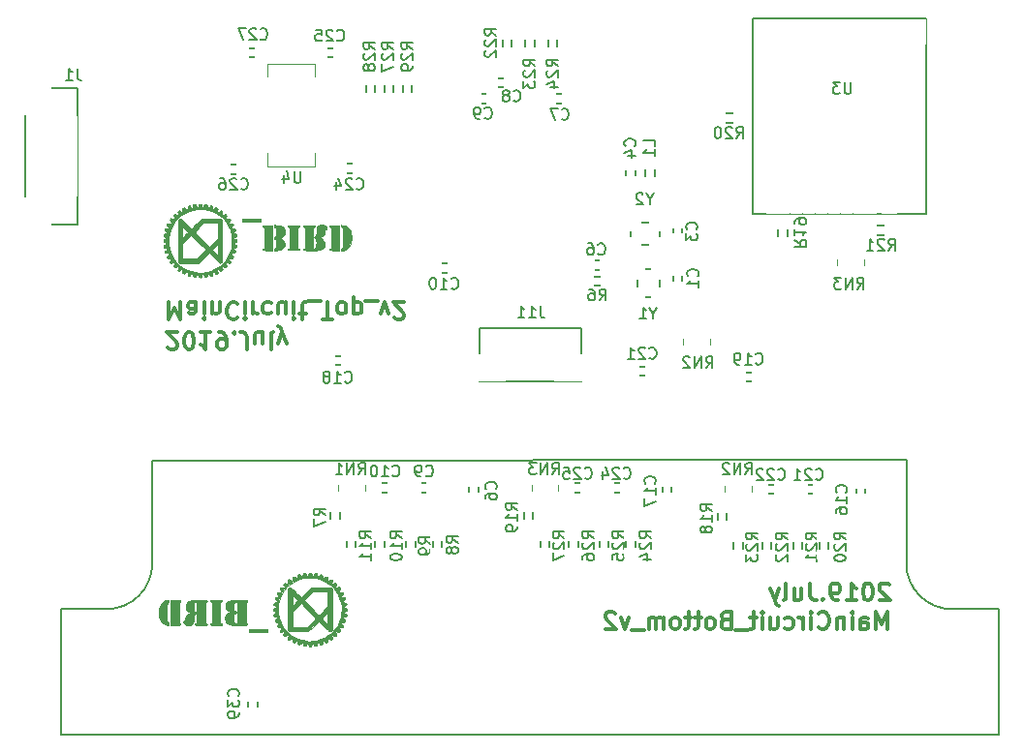
<source format=gbo>
G04 #@! TF.GenerationSoftware,KiCad,Pcbnew,(5.0.0)*
G04 #@! TF.CreationDate,2019-07-10T13:20:49+09:00*
G04 #@! TF.ProjectId,top and bottom,746F7020616E6420626F74746F6D2E6B,rev?*
G04 #@! TF.SameCoordinates,Original*
G04 #@! TF.FileFunction,Legend,Bot*
G04 #@! TF.FilePolarity,Positive*
%FSLAX46Y46*%
G04 Gerber Fmt 4.6, Leading zero omitted, Abs format (unit mm)*
G04 Created by KiCad (PCBNEW (5.0.0)) date 07/10/19 13:20:49*
%MOMM*%
%LPD*%
G01*
G04 APERTURE LIST*
%ADD10C,0.300000*%
%ADD11C,0.200000*%
%ADD12C,0.150000*%
%ADD13C,0.120000*%
%ADD14C,0.010000*%
%ADD15R,0.630000X1.650000*%
%ADD16R,2.200000X2.400000*%
%ADD17R,2.600000X2.400000*%
%ADD18R,2.400000X0.810000*%
%ADD19R,1.200000X0.900000*%
%ADD20R,1.100000X1.200000*%
%ADD21R,0.650000X0.900000*%
%ADD22R,1.400000X1.600000*%
%ADD23R,1.100000X1.600000*%
%ADD24R,1.400000X1.200000*%
%ADD25R,1.400000X3.200000*%
%ADD26R,1.700000X2.300000*%
%ADD27C,2.600000*%
%ADD28R,0.900000X1.200000*%
%ADD29R,1.050000X1.800000*%
%ADD30R,1.650000X0.630000*%
%ADD31R,2.400000X2.200000*%
%ADD32R,2.400000X2.600000*%
%ADD33R,1.200000X1.100000*%
%ADD34R,1.924000X1.924000*%
%ADD35C,1.924000*%
%ADD36C,1.600000*%
%ADD37R,2.400000X2.400000*%
%ADD38C,2.400000*%
G04 APERTURE END LIST*
D10*
X123107142Y-100378571D02*
X123178571Y-100450000D01*
X123321428Y-100521428D01*
X123678571Y-100521428D01*
X123821428Y-100450000D01*
X123892857Y-100378571D01*
X123964285Y-100235714D01*
X123964285Y-100092857D01*
X123892857Y-99878571D01*
X123035714Y-99021428D01*
X123964285Y-99021428D01*
X124892857Y-100521428D02*
X125035714Y-100521428D01*
X125178571Y-100450000D01*
X125250000Y-100378571D01*
X125321428Y-100235714D01*
X125392857Y-99950000D01*
X125392857Y-99592857D01*
X125321428Y-99307142D01*
X125250000Y-99164285D01*
X125178571Y-99092857D01*
X125035714Y-99021428D01*
X124892857Y-99021428D01*
X124750000Y-99092857D01*
X124678571Y-99164285D01*
X124607142Y-99307142D01*
X124535714Y-99592857D01*
X124535714Y-99950000D01*
X124607142Y-100235714D01*
X124678571Y-100378571D01*
X124750000Y-100450000D01*
X124892857Y-100521428D01*
X126821428Y-99021428D02*
X125964285Y-99021428D01*
X126392857Y-99021428D02*
X126392857Y-100521428D01*
X126250000Y-100307142D01*
X126107142Y-100164285D01*
X125964285Y-100092857D01*
X127535714Y-99021428D02*
X127821428Y-99021428D01*
X127964285Y-99092857D01*
X128035714Y-99164285D01*
X128178571Y-99378571D01*
X128250000Y-99664285D01*
X128250000Y-100235714D01*
X128178571Y-100378571D01*
X128107142Y-100450000D01*
X127964285Y-100521428D01*
X127678571Y-100521428D01*
X127535714Y-100450000D01*
X127464285Y-100378571D01*
X127392857Y-100235714D01*
X127392857Y-99878571D01*
X127464285Y-99735714D01*
X127535714Y-99664285D01*
X127678571Y-99592857D01*
X127964285Y-99592857D01*
X128107142Y-99664285D01*
X128178571Y-99735714D01*
X128250000Y-99878571D01*
X128892857Y-99164285D02*
X128964285Y-99092857D01*
X128892857Y-99021428D01*
X128821428Y-99092857D01*
X128892857Y-99164285D01*
X128892857Y-99021428D01*
X130035714Y-100521428D02*
X130035714Y-99450000D01*
X129964285Y-99235714D01*
X129821428Y-99092857D01*
X129607142Y-99021428D01*
X129464285Y-99021428D01*
X131392857Y-100021428D02*
X131392857Y-99021428D01*
X130750000Y-100021428D02*
X130750000Y-99235714D01*
X130821428Y-99092857D01*
X130964285Y-99021428D01*
X131178571Y-99021428D01*
X131321428Y-99092857D01*
X131392857Y-99164285D01*
X132321428Y-99021428D02*
X132178571Y-99092857D01*
X132107142Y-99235714D01*
X132107142Y-100521428D01*
X132750000Y-100021428D02*
X133107142Y-99021428D01*
X133464285Y-100021428D02*
X133107142Y-99021428D01*
X132964285Y-98664285D01*
X132892857Y-98592857D01*
X132750000Y-98521428D01*
X123200000Y-96421428D02*
X123200000Y-97921428D01*
X123700000Y-96850000D01*
X124200000Y-97921428D01*
X124200000Y-96421428D01*
X125557142Y-96421428D02*
X125557142Y-97207142D01*
X125485714Y-97350000D01*
X125342857Y-97421428D01*
X125057142Y-97421428D01*
X124914285Y-97350000D01*
X125557142Y-96492857D02*
X125414285Y-96421428D01*
X125057142Y-96421428D01*
X124914285Y-96492857D01*
X124842857Y-96635714D01*
X124842857Y-96778571D01*
X124914285Y-96921428D01*
X125057142Y-96992857D01*
X125414285Y-96992857D01*
X125557142Y-97064285D01*
X126271428Y-96421428D02*
X126271428Y-97421428D01*
X126271428Y-97921428D02*
X126200000Y-97850000D01*
X126271428Y-97778571D01*
X126342857Y-97850000D01*
X126271428Y-97921428D01*
X126271428Y-97778571D01*
X126985714Y-97421428D02*
X126985714Y-96421428D01*
X126985714Y-97278571D02*
X127057142Y-97350000D01*
X127200000Y-97421428D01*
X127414285Y-97421428D01*
X127557142Y-97350000D01*
X127628571Y-97207142D01*
X127628571Y-96421428D01*
X129200000Y-96564285D02*
X129128571Y-96492857D01*
X128914285Y-96421428D01*
X128771428Y-96421428D01*
X128557142Y-96492857D01*
X128414285Y-96635714D01*
X128342857Y-96778571D01*
X128271428Y-97064285D01*
X128271428Y-97278571D01*
X128342857Y-97564285D01*
X128414285Y-97707142D01*
X128557142Y-97850000D01*
X128771428Y-97921428D01*
X128914285Y-97921428D01*
X129128571Y-97850000D01*
X129200000Y-97778571D01*
X129842857Y-96421428D02*
X129842857Y-97421428D01*
X129842857Y-97921428D02*
X129771428Y-97850000D01*
X129842857Y-97778571D01*
X129914285Y-97850000D01*
X129842857Y-97921428D01*
X129842857Y-97778571D01*
X130557142Y-96421428D02*
X130557142Y-97421428D01*
X130557142Y-97135714D02*
X130628571Y-97278571D01*
X130700000Y-97350000D01*
X130842857Y-97421428D01*
X130985714Y-97421428D01*
X132128571Y-96492857D02*
X131985714Y-96421428D01*
X131700000Y-96421428D01*
X131557142Y-96492857D01*
X131485714Y-96564285D01*
X131414285Y-96707142D01*
X131414285Y-97135714D01*
X131485714Y-97278571D01*
X131557142Y-97350000D01*
X131700000Y-97421428D01*
X131985714Y-97421428D01*
X132128571Y-97350000D01*
X133414285Y-97421428D02*
X133414285Y-96421428D01*
X132771428Y-97421428D02*
X132771428Y-96635714D01*
X132842857Y-96492857D01*
X132985714Y-96421428D01*
X133200000Y-96421428D01*
X133342857Y-96492857D01*
X133414285Y-96564285D01*
X134128571Y-96421428D02*
X134128571Y-97421428D01*
X134128571Y-97921428D02*
X134057142Y-97850000D01*
X134128571Y-97778571D01*
X134200000Y-97850000D01*
X134128571Y-97921428D01*
X134128571Y-97778571D01*
X134628571Y-97421428D02*
X135200000Y-97421428D01*
X134842857Y-97921428D02*
X134842857Y-96635714D01*
X134914285Y-96492857D01*
X135057142Y-96421428D01*
X135200000Y-96421428D01*
X135342857Y-96278571D02*
X136485714Y-96278571D01*
X136628571Y-97921428D02*
X137485714Y-97921428D01*
X137057142Y-96421428D02*
X137057142Y-97921428D01*
X138200000Y-96421428D02*
X138057142Y-96492857D01*
X137985714Y-96564285D01*
X137914285Y-96707142D01*
X137914285Y-97135714D01*
X137985714Y-97278571D01*
X138057142Y-97350000D01*
X138200000Y-97421428D01*
X138414285Y-97421428D01*
X138557142Y-97350000D01*
X138628571Y-97278571D01*
X138700000Y-97135714D01*
X138700000Y-96707142D01*
X138628571Y-96564285D01*
X138557142Y-96492857D01*
X138414285Y-96421428D01*
X138200000Y-96421428D01*
X139342857Y-97421428D02*
X139342857Y-95921428D01*
X139342857Y-97350000D02*
X139485714Y-97421428D01*
X139771428Y-97421428D01*
X139914285Y-97350000D01*
X139985714Y-97278571D01*
X140057142Y-97135714D01*
X140057142Y-96707142D01*
X139985714Y-96564285D01*
X139914285Y-96492857D01*
X139771428Y-96421428D01*
X139485714Y-96421428D01*
X139342857Y-96492857D01*
X140342857Y-96278571D02*
X141485714Y-96278571D01*
X141700000Y-97421428D02*
X142057142Y-96421428D01*
X142414285Y-97421428D01*
X142914285Y-97778571D02*
X142985714Y-97850000D01*
X143128571Y-97921428D01*
X143485714Y-97921428D01*
X143628571Y-97850000D01*
X143700000Y-97778571D01*
X143771428Y-97635714D01*
X143771428Y-97492857D01*
X143700000Y-97278571D01*
X142842857Y-96421428D01*
X143771428Y-96421428D01*
X186142857Y-121121428D02*
X186071428Y-121050000D01*
X185928571Y-120978571D01*
X185571428Y-120978571D01*
X185428571Y-121050000D01*
X185357142Y-121121428D01*
X185285714Y-121264285D01*
X185285714Y-121407142D01*
X185357142Y-121621428D01*
X186214285Y-122478571D01*
X185285714Y-122478571D01*
X184357142Y-120978571D02*
X184214285Y-120978571D01*
X184071428Y-121050000D01*
X184000000Y-121121428D01*
X183928571Y-121264285D01*
X183857142Y-121550000D01*
X183857142Y-121907142D01*
X183928571Y-122192857D01*
X184000000Y-122335714D01*
X184071428Y-122407142D01*
X184214285Y-122478571D01*
X184357142Y-122478571D01*
X184500000Y-122407142D01*
X184571428Y-122335714D01*
X184642857Y-122192857D01*
X184714285Y-121907142D01*
X184714285Y-121550000D01*
X184642857Y-121264285D01*
X184571428Y-121121428D01*
X184500000Y-121050000D01*
X184357142Y-120978571D01*
X182428571Y-122478571D02*
X183285714Y-122478571D01*
X182857142Y-122478571D02*
X182857142Y-120978571D01*
X183000000Y-121192857D01*
X183142857Y-121335714D01*
X183285714Y-121407142D01*
X181714285Y-122478571D02*
X181428571Y-122478571D01*
X181285714Y-122407142D01*
X181214285Y-122335714D01*
X181071428Y-122121428D01*
X181000000Y-121835714D01*
X181000000Y-121264285D01*
X181071428Y-121121428D01*
X181142857Y-121050000D01*
X181285714Y-120978571D01*
X181571428Y-120978571D01*
X181714285Y-121050000D01*
X181785714Y-121121428D01*
X181857142Y-121264285D01*
X181857142Y-121621428D01*
X181785714Y-121764285D01*
X181714285Y-121835714D01*
X181571428Y-121907142D01*
X181285714Y-121907142D01*
X181142857Y-121835714D01*
X181071428Y-121764285D01*
X181000000Y-121621428D01*
X180357142Y-122335714D02*
X180285714Y-122407142D01*
X180357142Y-122478571D01*
X180428571Y-122407142D01*
X180357142Y-122335714D01*
X180357142Y-122478571D01*
X179214285Y-120978571D02*
X179214285Y-122050000D01*
X179285714Y-122264285D01*
X179428571Y-122407142D01*
X179642857Y-122478571D01*
X179785714Y-122478571D01*
X177857142Y-121478571D02*
X177857142Y-122478571D01*
X178500000Y-121478571D02*
X178500000Y-122264285D01*
X178428571Y-122407142D01*
X178285714Y-122478571D01*
X178071428Y-122478571D01*
X177928571Y-122407142D01*
X177857142Y-122335714D01*
X176928571Y-122478571D02*
X177071428Y-122407142D01*
X177142857Y-122264285D01*
X177142857Y-120978571D01*
X176500000Y-121478571D02*
X176142857Y-122478571D01*
X175785714Y-121478571D02*
X176142857Y-122478571D01*
X176285714Y-122835714D01*
X176357142Y-122907142D01*
X176500000Y-122978571D01*
X185985714Y-124978571D02*
X185985714Y-123478571D01*
X185485714Y-124550000D01*
X184985714Y-123478571D01*
X184985714Y-124978571D01*
X183628571Y-124978571D02*
X183628571Y-124192857D01*
X183700000Y-124050000D01*
X183842857Y-123978571D01*
X184128571Y-123978571D01*
X184271428Y-124050000D01*
X183628571Y-124907142D02*
X183771428Y-124978571D01*
X184128571Y-124978571D01*
X184271428Y-124907142D01*
X184342857Y-124764285D01*
X184342857Y-124621428D01*
X184271428Y-124478571D01*
X184128571Y-124407142D01*
X183771428Y-124407142D01*
X183628571Y-124335714D01*
X182914285Y-124978571D02*
X182914285Y-123978571D01*
X182914285Y-123478571D02*
X182985714Y-123550000D01*
X182914285Y-123621428D01*
X182842857Y-123550000D01*
X182914285Y-123478571D01*
X182914285Y-123621428D01*
X182200000Y-123978571D02*
X182200000Y-124978571D01*
X182200000Y-124121428D02*
X182128571Y-124050000D01*
X181985714Y-123978571D01*
X181771428Y-123978571D01*
X181628571Y-124050000D01*
X181557142Y-124192857D01*
X181557142Y-124978571D01*
X179985714Y-124835714D02*
X180057142Y-124907142D01*
X180271428Y-124978571D01*
X180414285Y-124978571D01*
X180628571Y-124907142D01*
X180771428Y-124764285D01*
X180842857Y-124621428D01*
X180914285Y-124335714D01*
X180914285Y-124121428D01*
X180842857Y-123835714D01*
X180771428Y-123692857D01*
X180628571Y-123550000D01*
X180414285Y-123478571D01*
X180271428Y-123478571D01*
X180057142Y-123550000D01*
X179985714Y-123621428D01*
X179342857Y-124978571D02*
X179342857Y-123978571D01*
X179342857Y-123478571D02*
X179414285Y-123550000D01*
X179342857Y-123621428D01*
X179271428Y-123550000D01*
X179342857Y-123478571D01*
X179342857Y-123621428D01*
X178628571Y-124978571D02*
X178628571Y-123978571D01*
X178628571Y-124264285D02*
X178557142Y-124121428D01*
X178485714Y-124050000D01*
X178342857Y-123978571D01*
X178200000Y-123978571D01*
X177057142Y-124907142D02*
X177200000Y-124978571D01*
X177485714Y-124978571D01*
X177628571Y-124907142D01*
X177700000Y-124835714D01*
X177771428Y-124692857D01*
X177771428Y-124264285D01*
X177700000Y-124121428D01*
X177628571Y-124050000D01*
X177485714Y-123978571D01*
X177200000Y-123978571D01*
X177057142Y-124050000D01*
X175771428Y-123978571D02*
X175771428Y-124978571D01*
X176414285Y-123978571D02*
X176414285Y-124764285D01*
X176342857Y-124907142D01*
X176200000Y-124978571D01*
X175985714Y-124978571D01*
X175842857Y-124907142D01*
X175771428Y-124835714D01*
X175057142Y-124978571D02*
X175057142Y-123978571D01*
X175057142Y-123478571D02*
X175128571Y-123550000D01*
X175057142Y-123621428D01*
X174985714Y-123550000D01*
X175057142Y-123478571D01*
X175057142Y-123621428D01*
X174557142Y-123978571D02*
X173985714Y-123978571D01*
X174342857Y-123478571D02*
X174342857Y-124764285D01*
X174271428Y-124907142D01*
X174128571Y-124978571D01*
X173985714Y-124978571D01*
X173842857Y-125121428D02*
X172700000Y-125121428D01*
X171842857Y-124192857D02*
X171628571Y-124264285D01*
X171557142Y-124335714D01*
X171485714Y-124478571D01*
X171485714Y-124692857D01*
X171557142Y-124835714D01*
X171628571Y-124907142D01*
X171771428Y-124978571D01*
X172342857Y-124978571D01*
X172342857Y-123478571D01*
X171842857Y-123478571D01*
X171700000Y-123550000D01*
X171628571Y-123621428D01*
X171557142Y-123764285D01*
X171557142Y-123907142D01*
X171628571Y-124050000D01*
X171700000Y-124121428D01*
X171842857Y-124192857D01*
X172342857Y-124192857D01*
X170628571Y-124978571D02*
X170771428Y-124907142D01*
X170842857Y-124835714D01*
X170914285Y-124692857D01*
X170914285Y-124264285D01*
X170842857Y-124121428D01*
X170771428Y-124050000D01*
X170628571Y-123978571D01*
X170414285Y-123978571D01*
X170271428Y-124050000D01*
X170200000Y-124121428D01*
X170128571Y-124264285D01*
X170128571Y-124692857D01*
X170200000Y-124835714D01*
X170271428Y-124907142D01*
X170414285Y-124978571D01*
X170628571Y-124978571D01*
X169700000Y-123978571D02*
X169128571Y-123978571D01*
X169485714Y-123478571D02*
X169485714Y-124764285D01*
X169414285Y-124907142D01*
X169271428Y-124978571D01*
X169128571Y-124978571D01*
X168842857Y-123978571D02*
X168271428Y-123978571D01*
X168628571Y-123478571D02*
X168628571Y-124764285D01*
X168557142Y-124907142D01*
X168414285Y-124978571D01*
X168271428Y-124978571D01*
X167557142Y-124978571D02*
X167700000Y-124907142D01*
X167771428Y-124835714D01*
X167842857Y-124692857D01*
X167842857Y-124264285D01*
X167771428Y-124121428D01*
X167700000Y-124050000D01*
X167557142Y-123978571D01*
X167342857Y-123978571D01*
X167200000Y-124050000D01*
X167128571Y-124121428D01*
X167057142Y-124264285D01*
X167057142Y-124692857D01*
X167128571Y-124835714D01*
X167200000Y-124907142D01*
X167342857Y-124978571D01*
X167557142Y-124978571D01*
X166414285Y-124978571D02*
X166414285Y-123978571D01*
X166414285Y-124121428D02*
X166342857Y-124050000D01*
X166200000Y-123978571D01*
X165985714Y-123978571D01*
X165842857Y-124050000D01*
X165771428Y-124192857D01*
X165771428Y-124978571D01*
X165771428Y-124192857D02*
X165700000Y-124050000D01*
X165557142Y-123978571D01*
X165342857Y-123978571D01*
X165200000Y-124050000D01*
X165128571Y-124192857D01*
X165128571Y-124978571D01*
X164771428Y-125121428D02*
X163628571Y-125121428D01*
X163414285Y-123978571D02*
X163057142Y-124978571D01*
X162700000Y-123978571D01*
X162200000Y-123621428D02*
X162128571Y-123550000D01*
X161985714Y-123478571D01*
X161628571Y-123478571D01*
X161485714Y-123550000D01*
X161414285Y-123621428D01*
X161342857Y-123764285D01*
X161342857Y-123907142D01*
X161414285Y-124121428D01*
X162271428Y-124978571D01*
X161342857Y-124978571D01*
D11*
X195750000Y-123250000D02*
X195750000Y-134250000D01*
X187650000Y-110150000D02*
X187650000Y-119250000D01*
X113750000Y-123250000D02*
X113750000Y-134250000D01*
X121750000Y-119250000D02*
G75*
G02X117750000Y-123250000I-4000000J0D01*
G01*
X191650000Y-123250000D02*
G75*
G02X187650000Y-119250000I0J4000000D01*
G01*
X121750000Y-110250000D02*
X187650000Y-110150000D01*
X113750000Y-123250000D02*
X117750000Y-123250000D01*
X195750000Y-134250000D02*
X113750000Y-134250000D01*
X121750000Y-110250000D02*
X121750000Y-119250000D01*
X191550000Y-123250000D02*
X195750000Y-123250000D01*
D12*
G04 #@! TO.C,J11*
X158250000Y-98700000D02*
X159250000Y-98700000D01*
X159250000Y-98700000D02*
X159250000Y-103300000D01*
X158250000Y-103300000D02*
X159250000Y-103300000D01*
X158252051Y-103302373D02*
X150352051Y-103302373D01*
X150352051Y-98702373D02*
X158252051Y-98702373D01*
X150350000Y-98700000D02*
X150350000Y-103300000D01*
D13*
G04 #@! TO.C,U4*
X137404300Y-76752500D02*
X135979300Y-76752500D01*
X135979300Y-75577500D02*
X131829300Y-75577500D01*
X135979300Y-84527500D02*
X131829300Y-84527500D01*
X131829300Y-76752500D02*
X131829300Y-75577500D01*
X135979300Y-76752500D02*
X135979300Y-75577500D01*
X131829300Y-83352500D02*
X131829300Y-84527500D01*
X135979300Y-83352500D02*
X135979300Y-84527500D01*
D12*
G04 #@! TO.C,R28*
X141250000Y-78550000D02*
X141250000Y-76950000D01*
X141250000Y-78550000D02*
X140450000Y-78550000D01*
X140450000Y-78550000D02*
X140450000Y-76950000D01*
X141250000Y-76950000D02*
X140450000Y-76950000D01*
G04 #@! TO.C,R29*
X142850000Y-76950000D02*
X142050000Y-76950000D01*
X142050000Y-78550000D02*
X142050000Y-76950000D01*
X142850000Y-78550000D02*
X142050000Y-78550000D01*
X142850000Y-78550000D02*
X142850000Y-76950000D01*
G04 #@! TO.C,R27*
X144450000Y-76950000D02*
X143650000Y-76950000D01*
X143650000Y-78550000D02*
X143650000Y-76950000D01*
X144450000Y-78550000D02*
X143650000Y-78550000D01*
X144450000Y-78550000D02*
X144450000Y-76950000D01*
G04 #@! TO.C,C27*
X131300000Y-75000000D02*
X129700000Y-75000000D01*
X131300000Y-74200000D02*
X131300000Y-75000000D01*
X131300000Y-74200000D02*
X129700000Y-74200000D01*
X129700000Y-74200000D02*
X129700000Y-75000000D01*
G04 #@! TO.C,C26*
X129600000Y-85200000D02*
X129600000Y-84400000D01*
X128000000Y-85200000D02*
X129600000Y-85200000D01*
X128000000Y-85200000D02*
X128000000Y-84400000D01*
X128000000Y-84400000D02*
X129600000Y-84400000D01*
G04 #@! TO.C,C25*
X138075000Y-75000000D02*
X138075000Y-74200000D01*
X136475000Y-75000000D02*
X138075000Y-75000000D01*
X136475000Y-75000000D02*
X136475000Y-74200000D01*
X136475000Y-74200000D02*
X138075000Y-74200000D01*
G04 #@! TO.C,C24*
X139825000Y-85100000D02*
X138225000Y-85100000D01*
X139825000Y-84300000D02*
X139825000Y-85100000D01*
X139825000Y-84300000D02*
X138225000Y-84300000D01*
X138225000Y-84300000D02*
X138225000Y-85100000D01*
D13*
G04 #@! TO.C,RN3*
X183950000Y-93140000D02*
X183950000Y-92640000D01*
X181590000Y-93140000D02*
X181590000Y-92640000D01*
D12*
G04 #@! TO.C,U3*
X174350000Y-71600000D02*
X174250000Y-71600000D01*
X174250000Y-71600000D02*
X174250000Y-88700000D01*
X174250000Y-88700000D02*
X174350000Y-88700000D01*
X189350000Y-71700000D02*
X189350000Y-88700000D01*
X189350000Y-88700000D02*
X174350000Y-88700000D01*
X174350000Y-71600000D02*
X189350000Y-71600000D01*
X189350000Y-71600000D02*
X189350000Y-71700000D01*
G04 #@! TO.C,Y1*
X166140000Y-93490000D02*
X164140000Y-93490000D01*
X166140000Y-95990000D02*
X166140000Y-93490000D01*
X164140000Y-95990000D02*
X166140000Y-95990000D01*
X164140000Y-93490000D02*
X164140000Y-95990000D01*
G04 #@! TO.C,R24*
X156350000Y-72950000D02*
X156350000Y-74550000D01*
X156350000Y-72950000D02*
X157150000Y-72950000D01*
X157150000Y-72950000D02*
X157150000Y-74550000D01*
X156350000Y-74550000D02*
X157150000Y-74550000D01*
G04 #@! TO.C,R19*
X177250000Y-91150000D02*
X177250000Y-89550000D01*
X177250000Y-91150000D02*
X176450000Y-91150000D01*
X176450000Y-91150000D02*
X176450000Y-89550000D01*
X177250000Y-89550000D02*
X176450000Y-89550000D01*
G04 #@! TO.C,L1*
X164850000Y-84350000D02*
X164850000Y-85950000D01*
X164850000Y-84350000D02*
X165650000Y-84350000D01*
X165650000Y-84350000D02*
X165650000Y-85950000D01*
X164850000Y-85950000D02*
X165650000Y-85950000D01*
G04 #@! TO.C,R6*
X161450000Y-94150000D02*
X159850000Y-94150000D01*
X161450000Y-94150000D02*
X161450000Y-94950000D01*
X161450000Y-94950000D02*
X159850000Y-94950000D01*
X159850000Y-94150000D02*
X159850000Y-94950000D01*
G04 #@! TO.C,R22*
X152350000Y-72950000D02*
X152350000Y-74550000D01*
X152350000Y-72950000D02*
X153150000Y-72950000D01*
X153150000Y-72950000D02*
X153150000Y-74550000D01*
X152350000Y-74550000D02*
X153150000Y-74550000D01*
G04 #@! TO.C,R20*
X171400000Y-80700000D02*
X173000000Y-80700000D01*
X171400000Y-80700000D02*
X171400000Y-79900000D01*
X171400000Y-79900000D02*
X173000000Y-79900000D01*
X173000000Y-80700000D02*
X173000000Y-79900000D01*
G04 #@! TO.C,R21*
X186200000Y-89700000D02*
X184600000Y-89700000D01*
X186200000Y-89700000D02*
X186200000Y-90500000D01*
X186200000Y-90500000D02*
X184600000Y-90500000D01*
X184600000Y-89700000D02*
X184600000Y-90500000D01*
G04 #@! TO.C,Y2*
X166075000Y-91425000D02*
X163575000Y-91425000D01*
X163575000Y-91425000D02*
X163575000Y-89425000D01*
X163575000Y-89425000D02*
X166075000Y-89425000D01*
X166075000Y-89425000D02*
X166075000Y-91425000D01*
X165778553Y-90975000D02*
G75*
G03X165778553Y-90975000I-176777J0D01*
G01*
G04 #@! TO.C,R23*
X154350000Y-72950000D02*
X154350000Y-74550000D01*
X154350000Y-72950000D02*
X155150000Y-72950000D01*
X155150000Y-72950000D02*
X155150000Y-74550000D01*
X154350000Y-74550000D02*
X155150000Y-74550000D01*
D13*
G04 #@! TO.C,RN2*
X170510000Y-99590000D02*
X170510000Y-100090000D01*
X168150000Y-99590000D02*
X168150000Y-100090000D01*
D12*
G04 #@! TO.C,J1*
X115250000Y-77700000D02*
X110650000Y-77700000D01*
X115250000Y-89600000D02*
X115250000Y-77700000D01*
X110650000Y-89600000D02*
X115250000Y-89600000D01*
X110650000Y-77700000D02*
X110650000Y-89600000D01*
G04 #@! TO.C,C21*
X163800000Y-102050000D02*
X163800000Y-102850000D01*
X165400000Y-102050000D02*
X163800000Y-102050000D01*
X165400000Y-102050000D02*
X165400000Y-102850000D01*
X165400000Y-102850000D02*
X163800000Y-102850000D01*
G04 #@! TO.C,C19*
X173100000Y-102550000D02*
X173100000Y-103350000D01*
X174700000Y-102550000D02*
X173100000Y-102550000D01*
X174700000Y-102550000D02*
X174700000Y-103350000D01*
X174700000Y-103350000D02*
X173100000Y-103350000D01*
G04 #@! TO.C,C18*
X138800000Y-101900000D02*
X137200000Y-101900000D01*
X138800000Y-101100000D02*
X138800000Y-101900000D01*
X138800000Y-101100000D02*
X137200000Y-101100000D01*
X137200000Y-101100000D02*
X137200000Y-101900000D01*
G04 #@! TO.C,C1*
X168050000Y-93550000D02*
X168050000Y-95150000D01*
X167250000Y-93550000D02*
X168050000Y-93550000D01*
X167250000Y-93550000D02*
X167250000Y-95150000D01*
X167250000Y-95150000D02*
X168050000Y-95150000D01*
G04 #@! TO.C,C4*
X163150000Y-85975000D02*
X163150000Y-84375000D01*
X163950000Y-85975000D02*
X163150000Y-85975000D01*
X163950000Y-85975000D02*
X163950000Y-84375000D01*
X163950000Y-84375000D02*
X163150000Y-84375000D01*
G04 #@! TO.C,C9*
X149900000Y-78200000D02*
X151500000Y-78200000D01*
X149900000Y-79000000D02*
X149900000Y-78200000D01*
X149900000Y-79000000D02*
X151500000Y-79000000D01*
X151500000Y-79000000D02*
X151500000Y-78200000D01*
G04 #@! TO.C,C6*
X159825000Y-92750000D02*
X161425000Y-92750000D01*
X159825000Y-93550000D02*
X159825000Y-92750000D01*
X159825000Y-93550000D02*
X161425000Y-93550000D01*
X161425000Y-93550000D02*
X161425000Y-92750000D01*
G04 #@! TO.C,C3*
X168050000Y-89325000D02*
X168050000Y-90925000D01*
X167250000Y-89325000D02*
X168050000Y-89325000D01*
X167250000Y-89325000D02*
X167250000Y-90925000D01*
X167250000Y-90925000D02*
X168050000Y-90925000D01*
G04 #@! TO.C,C10*
X148100000Y-93800000D02*
X146500000Y-93800000D01*
X148100000Y-93000000D02*
X148100000Y-93800000D01*
X148100000Y-93000000D02*
X146500000Y-93000000D01*
X146500000Y-93000000D02*
X146500000Y-93800000D01*
G04 #@! TO.C,C8*
X153025000Y-77600000D02*
X151425000Y-77600000D01*
X153025000Y-76800000D02*
X153025000Y-77600000D01*
X153025000Y-76800000D02*
X151425000Y-76800000D01*
X151425000Y-76800000D02*
X151425000Y-77600000D01*
G04 #@! TO.C,C7*
X156475000Y-78200000D02*
X158075000Y-78200000D01*
X156475000Y-79000000D02*
X156475000Y-78200000D01*
X156475000Y-79000000D02*
X158075000Y-79000000D01*
X158075000Y-79000000D02*
X158075000Y-78200000D01*
D14*
G04 #@! TO.C,G\002A\002A\002A*
G36*
X125410240Y-92977488D02*
X125549319Y-92975559D01*
X125654273Y-92972636D01*
X125717475Y-92968794D01*
X125724000Y-92967986D01*
X125762050Y-92960654D01*
X125798792Y-92947500D01*
X125839593Y-92924134D01*
X125889826Y-92886165D01*
X125954861Y-92829205D01*
X126040068Y-92748862D01*
X126150819Y-92640746D01*
X126276450Y-92516388D01*
X126714600Y-92081400D01*
X127154395Y-92518600D01*
X127294459Y-92657153D01*
X127403968Y-92763453D01*
X127487827Y-92841623D01*
X127550945Y-92895781D01*
X127598229Y-92930048D01*
X127634587Y-92948546D01*
X127664925Y-92955393D01*
X127675095Y-92955800D01*
X127755957Y-92938016D01*
X127806800Y-92905000D01*
X127816488Y-92894246D01*
X127824860Y-92880371D01*
X127832011Y-92859820D01*
X127838037Y-92829038D01*
X127843034Y-92784470D01*
X127847099Y-92722560D01*
X127850328Y-92639753D01*
X127852817Y-92532494D01*
X127854662Y-92397227D01*
X127855959Y-92230397D01*
X127856805Y-92028448D01*
X127857296Y-91787827D01*
X127857527Y-91504976D01*
X127857596Y-91176341D01*
X127857600Y-91027244D01*
X127857600Y-89200288D01*
X127790674Y-89147644D01*
X127770646Y-89133294D01*
X127747290Y-89121819D01*
X127715086Y-89112897D01*
X127668512Y-89106208D01*
X127602045Y-89101432D01*
X127510165Y-89098247D01*
X127387348Y-89096332D01*
X127228075Y-89095368D01*
X127026822Y-89095033D01*
X126884269Y-89095000D01*
X126044790Y-89095000D01*
X125610427Y-89526800D01*
X125488345Y-89647229D01*
X125377577Y-89754724D01*
X125283346Y-89844358D01*
X125210879Y-89911204D01*
X125165401Y-89950335D01*
X125152500Y-89958600D01*
X125128630Y-89941405D01*
X125074176Y-89893105D01*
X124994363Y-89818626D01*
X124894416Y-89722895D01*
X124779560Y-89610839D01*
X124694572Y-89526800D01*
X124546068Y-89380166D01*
X124428007Y-89267136D01*
X124335467Y-89184849D01*
X124263523Y-89130440D01*
X124207252Y-89101049D01*
X124161731Y-89093811D01*
X124122037Y-89105866D01*
X124083246Y-89134350D01*
X124059145Y-89157346D01*
X123996800Y-89219691D01*
X123996800Y-90250700D01*
X124377800Y-90250700D01*
X124378803Y-90102521D01*
X124381594Y-89973536D01*
X124385842Y-89871650D01*
X124391219Y-89804770D01*
X124397379Y-89780800D01*
X124421806Y-89797821D01*
X124474181Y-89844245D01*
X124546972Y-89913123D01*
X124632646Y-89997499D01*
X124638679Y-90003553D01*
X124723570Y-90090788D01*
X124793443Y-90166300D01*
X124841348Y-90222309D01*
X124860332Y-90251035D01*
X124860347Y-90251199D01*
X125444600Y-90251199D01*
X125461794Y-90226416D01*
X125509829Y-90171643D01*
X125583386Y-90092567D01*
X125677144Y-89994877D01*
X125785783Y-89884261D01*
X125818932Y-89850958D01*
X126193264Y-89476000D01*
X127476600Y-89476000D01*
X127476600Y-90784736D01*
X126714472Y-91545592D01*
X126079536Y-90911037D01*
X125932217Y-90763114D01*
X125796990Y-90626003D01*
X125677930Y-90503935D01*
X125579109Y-90401144D01*
X125504600Y-90321861D01*
X125458477Y-90270320D01*
X125444600Y-90251199D01*
X124860347Y-90251199D01*
X124860400Y-90251733D01*
X124843358Y-90278012D01*
X124797891Y-90330567D01*
X124732486Y-90400823D01*
X124655629Y-90480206D01*
X124575806Y-90560141D01*
X124501504Y-90632053D01*
X124441210Y-90687367D01*
X124403411Y-90717509D01*
X124396347Y-90720600D01*
X124390498Y-90696519D01*
X124385407Y-90629545D01*
X124381385Y-90527585D01*
X124378746Y-90398544D01*
X124377800Y-90250700D01*
X123996800Y-90250700D01*
X123996800Y-91293594D01*
X124376904Y-91293594D01*
X124764517Y-90905374D01*
X125152130Y-90517155D01*
X126447189Y-91812800D01*
X126982359Y-91812800D01*
X127209900Y-91584200D01*
X127297310Y-91497848D01*
X127372378Y-91426434D01*
X127427685Y-91376819D01*
X127455817Y-91355863D01*
X127457020Y-91355600D01*
X127463275Y-91379664D01*
X127468702Y-91446510D01*
X127472961Y-91548124D01*
X127475705Y-91676492D01*
X127476600Y-91812800D01*
X127475569Y-91958851D01*
X127472706Y-92085598D01*
X127468355Y-92185027D01*
X127462857Y-92249124D01*
X127457020Y-92270000D01*
X127432672Y-92252970D01*
X127380252Y-92206451D01*
X127307177Y-92137305D01*
X127220863Y-92052392D01*
X127209900Y-92041400D01*
X126982359Y-91812800D01*
X126447189Y-91812800D01*
X126447900Y-91813511D01*
X125656338Y-92601107D01*
X125023419Y-92594304D01*
X124390500Y-92587500D01*
X124376904Y-91293594D01*
X123996800Y-91293594D01*
X123996800Y-92825968D01*
X124119332Y-92968500D01*
X124864516Y-92976548D01*
X125060212Y-92978059D01*
X125244663Y-92978347D01*
X125410240Y-92977488D01*
X125410240Y-92977488D01*
G37*
X125410240Y-92977488D02*
X125549319Y-92975559D01*
X125654273Y-92972636D01*
X125717475Y-92968794D01*
X125724000Y-92967986D01*
X125762050Y-92960654D01*
X125798792Y-92947500D01*
X125839593Y-92924134D01*
X125889826Y-92886165D01*
X125954861Y-92829205D01*
X126040068Y-92748862D01*
X126150819Y-92640746D01*
X126276450Y-92516388D01*
X126714600Y-92081400D01*
X127154395Y-92518600D01*
X127294459Y-92657153D01*
X127403968Y-92763453D01*
X127487827Y-92841623D01*
X127550945Y-92895781D01*
X127598229Y-92930048D01*
X127634587Y-92948546D01*
X127664925Y-92955393D01*
X127675095Y-92955800D01*
X127755957Y-92938016D01*
X127806800Y-92905000D01*
X127816488Y-92894246D01*
X127824860Y-92880371D01*
X127832011Y-92859820D01*
X127838037Y-92829038D01*
X127843034Y-92784470D01*
X127847099Y-92722560D01*
X127850328Y-92639753D01*
X127852817Y-92532494D01*
X127854662Y-92397227D01*
X127855959Y-92230397D01*
X127856805Y-92028448D01*
X127857296Y-91787827D01*
X127857527Y-91504976D01*
X127857596Y-91176341D01*
X127857600Y-91027244D01*
X127857600Y-89200288D01*
X127790674Y-89147644D01*
X127770646Y-89133294D01*
X127747290Y-89121819D01*
X127715086Y-89112897D01*
X127668512Y-89106208D01*
X127602045Y-89101432D01*
X127510165Y-89098247D01*
X127387348Y-89096332D01*
X127228075Y-89095368D01*
X127026822Y-89095033D01*
X126884269Y-89095000D01*
X126044790Y-89095000D01*
X125610427Y-89526800D01*
X125488345Y-89647229D01*
X125377577Y-89754724D01*
X125283346Y-89844358D01*
X125210879Y-89911204D01*
X125165401Y-89950335D01*
X125152500Y-89958600D01*
X125128630Y-89941405D01*
X125074176Y-89893105D01*
X124994363Y-89818626D01*
X124894416Y-89722895D01*
X124779560Y-89610839D01*
X124694572Y-89526800D01*
X124546068Y-89380166D01*
X124428007Y-89267136D01*
X124335467Y-89184849D01*
X124263523Y-89130440D01*
X124207252Y-89101049D01*
X124161731Y-89093811D01*
X124122037Y-89105866D01*
X124083246Y-89134350D01*
X124059145Y-89157346D01*
X123996800Y-89219691D01*
X123996800Y-90250700D01*
X124377800Y-90250700D01*
X124378803Y-90102521D01*
X124381594Y-89973536D01*
X124385842Y-89871650D01*
X124391219Y-89804770D01*
X124397379Y-89780800D01*
X124421806Y-89797821D01*
X124474181Y-89844245D01*
X124546972Y-89913123D01*
X124632646Y-89997499D01*
X124638679Y-90003553D01*
X124723570Y-90090788D01*
X124793443Y-90166300D01*
X124841348Y-90222309D01*
X124860332Y-90251035D01*
X124860347Y-90251199D01*
X125444600Y-90251199D01*
X125461794Y-90226416D01*
X125509829Y-90171643D01*
X125583386Y-90092567D01*
X125677144Y-89994877D01*
X125785783Y-89884261D01*
X125818932Y-89850958D01*
X126193264Y-89476000D01*
X127476600Y-89476000D01*
X127476600Y-90784736D01*
X126714472Y-91545592D01*
X126079536Y-90911037D01*
X125932217Y-90763114D01*
X125796990Y-90626003D01*
X125677930Y-90503935D01*
X125579109Y-90401144D01*
X125504600Y-90321861D01*
X125458477Y-90270320D01*
X125444600Y-90251199D01*
X124860347Y-90251199D01*
X124860400Y-90251733D01*
X124843358Y-90278012D01*
X124797891Y-90330567D01*
X124732486Y-90400823D01*
X124655629Y-90480206D01*
X124575806Y-90560141D01*
X124501504Y-90632053D01*
X124441210Y-90687367D01*
X124403411Y-90717509D01*
X124396347Y-90720600D01*
X124390498Y-90696519D01*
X124385407Y-90629545D01*
X124381385Y-90527585D01*
X124378746Y-90398544D01*
X124377800Y-90250700D01*
X123996800Y-90250700D01*
X123996800Y-91293594D01*
X124376904Y-91293594D01*
X124764517Y-90905374D01*
X125152130Y-90517155D01*
X126447189Y-91812800D01*
X126982359Y-91812800D01*
X127209900Y-91584200D01*
X127297310Y-91497848D01*
X127372378Y-91426434D01*
X127427685Y-91376819D01*
X127455817Y-91355863D01*
X127457020Y-91355600D01*
X127463275Y-91379664D01*
X127468702Y-91446510D01*
X127472961Y-91548124D01*
X127475705Y-91676492D01*
X127476600Y-91812800D01*
X127475569Y-91958851D01*
X127472706Y-92085598D01*
X127468355Y-92185027D01*
X127462857Y-92249124D01*
X127457020Y-92270000D01*
X127432672Y-92252970D01*
X127380252Y-92206451D01*
X127307177Y-92137305D01*
X127220863Y-92052392D01*
X127209900Y-92041400D01*
X126982359Y-91812800D01*
X126447189Y-91812800D01*
X126447900Y-91813511D01*
X125656338Y-92601107D01*
X125023419Y-92594304D01*
X124390500Y-92587500D01*
X124376904Y-91293594D01*
X123996800Y-91293594D01*
X123996800Y-92825968D01*
X124119332Y-92968500D01*
X124864516Y-92976548D01*
X125060212Y-92978059D01*
X125244663Y-92978347D01*
X125410240Y-92977488D01*
G36*
X138376123Y-91855289D02*
X138562761Y-91809346D01*
X138728082Y-91721549D01*
X138869898Y-91597106D01*
X138986019Y-91441224D01*
X139074257Y-91259112D01*
X139132423Y-91055976D01*
X139158327Y-90837025D01*
X139149782Y-90607465D01*
X139104597Y-90372505D01*
X139058906Y-90230881D01*
X138975198Y-90068640D01*
X138856134Y-89922428D01*
X138711838Y-89800627D01*
X138552436Y-89711619D01*
X138388050Y-89663787D01*
X138371220Y-89661531D01*
X138246200Y-89646725D01*
X138246200Y-89735085D01*
X138255266Y-89802872D01*
X138289688Y-89841866D01*
X138310209Y-89852611D01*
X138368285Y-89898576D01*
X138399109Y-89947242D01*
X138405844Y-89990126D01*
X138411810Y-90077408D01*
X138416806Y-90202688D01*
X138420636Y-90359569D01*
X138423100Y-90541652D01*
X138423999Y-90742536D01*
X138424000Y-90748470D01*
X138423370Y-90986375D01*
X138421024Y-91178585D01*
X138416274Y-91330195D01*
X138408432Y-91446298D01*
X138396811Y-91531990D01*
X138380723Y-91592365D01*
X138359481Y-91632518D01*
X138332397Y-91657542D01*
X138299318Y-91672365D01*
X138261379Y-91698026D01*
X138247043Y-91752063D01*
X138246200Y-91779950D01*
X138246200Y-91870676D01*
X138376123Y-91855289D01*
X138376123Y-91855289D01*
G37*
X138376123Y-91855289D02*
X138562761Y-91809346D01*
X138728082Y-91721549D01*
X138869898Y-91597106D01*
X138986019Y-91441224D01*
X139074257Y-91259112D01*
X139132423Y-91055976D01*
X139158327Y-90837025D01*
X139149782Y-90607465D01*
X139104597Y-90372505D01*
X139058906Y-90230881D01*
X138975198Y-90068640D01*
X138856134Y-89922428D01*
X138711838Y-89800627D01*
X138552436Y-89711619D01*
X138388050Y-89663787D01*
X138371220Y-89661531D01*
X138246200Y-89646725D01*
X138246200Y-89735085D01*
X138255266Y-89802872D01*
X138289688Y-89841866D01*
X138310209Y-89852611D01*
X138368285Y-89898576D01*
X138399109Y-89947242D01*
X138405844Y-89990126D01*
X138411810Y-90077408D01*
X138416806Y-90202688D01*
X138420636Y-90359569D01*
X138423100Y-90541652D01*
X138423999Y-90742536D01*
X138424000Y-90748470D01*
X138423370Y-90986375D01*
X138421024Y-91178585D01*
X138416274Y-91330195D01*
X138408432Y-91446298D01*
X138396811Y-91531990D01*
X138380723Y-91592365D01*
X138359481Y-91632518D01*
X138332397Y-91657542D01*
X138299318Y-91672365D01*
X138261379Y-91698026D01*
X138247043Y-91752063D01*
X138246200Y-91779950D01*
X138246200Y-91870676D01*
X138376123Y-91855289D01*
G36*
X138093800Y-89653800D02*
X137692480Y-89653800D01*
X137516432Y-89655458D01*
X137388185Y-89660569D01*
X137304844Y-89669335D01*
X137263513Y-89681963D01*
X137260680Y-89684280D01*
X137232575Y-89732679D01*
X137249977Y-89781655D01*
X137306400Y-89831600D01*
X137382600Y-89885860D01*
X137382828Y-90754080D01*
X137383057Y-91622300D01*
X137300278Y-91690849D01*
X137249097Y-91738792D01*
X137234046Y-91773624D01*
X137245634Y-91805149D01*
X137261257Y-91822497D01*
X137288659Y-91835172D01*
X137335522Y-91844099D01*
X137409527Y-91850203D01*
X137518358Y-91854407D01*
X137669696Y-91857637D01*
X137683784Y-91857880D01*
X138093800Y-91864859D01*
X138093800Y-89653800D01*
X138093800Y-89653800D01*
G37*
X138093800Y-89653800D02*
X137692480Y-89653800D01*
X137516432Y-89655458D01*
X137388185Y-89660569D01*
X137304844Y-89669335D01*
X137263513Y-89681963D01*
X137260680Y-89684280D01*
X137232575Y-89732679D01*
X137249977Y-89781655D01*
X137306400Y-89831600D01*
X137382600Y-89885860D01*
X137382828Y-90754080D01*
X137383057Y-91622300D01*
X137300278Y-91690849D01*
X137249097Y-91738792D01*
X137234046Y-91773624D01*
X137245634Y-91805149D01*
X137261257Y-91822497D01*
X137288659Y-91835172D01*
X137335522Y-91844099D01*
X137409527Y-91850203D01*
X137518358Y-91854407D01*
X137669696Y-91857637D01*
X137683784Y-91857880D01*
X138093800Y-91864859D01*
X138093800Y-89653800D01*
G36*
X135782400Y-89879808D02*
X135872405Y-89842202D01*
X135950720Y-89796394D01*
X135980281Y-89745664D01*
X135960076Y-89691752D01*
X135959931Y-89691577D01*
X135940235Y-89677890D01*
X135902695Y-89667825D01*
X135840629Y-89660883D01*
X135747356Y-89656564D01*
X135616198Y-89654371D01*
X135454169Y-89653800D01*
X135265092Y-89655050D01*
X135123281Y-89658940D01*
X135025261Y-89665679D01*
X134967557Y-89675478D01*
X134949280Y-89684280D01*
X134921175Y-89732679D01*
X134938577Y-89781655D01*
X134995000Y-89831600D01*
X135071200Y-89885860D01*
X135071428Y-90754080D01*
X135071657Y-91622300D01*
X134988878Y-91690849D01*
X134937697Y-91738792D01*
X134922646Y-91773624D01*
X134934234Y-91805149D01*
X134949857Y-91822497D01*
X134977259Y-91835172D01*
X135024122Y-91844099D01*
X135098127Y-91850203D01*
X135206958Y-91854407D01*
X135358296Y-91857637D01*
X135372384Y-91857880D01*
X135782400Y-91864859D01*
X135782400Y-89879808D01*
X135782400Y-89879808D01*
G37*
X135782400Y-89879808D02*
X135872405Y-89842202D01*
X135950720Y-89796394D01*
X135980281Y-89745664D01*
X135960076Y-89691752D01*
X135959931Y-89691577D01*
X135940235Y-89677890D01*
X135902695Y-89667825D01*
X135840629Y-89660883D01*
X135747356Y-89656564D01*
X135616198Y-89654371D01*
X135454169Y-89653800D01*
X135265092Y-89655050D01*
X135123281Y-89658940D01*
X135025261Y-89665679D01*
X134967557Y-89675478D01*
X134949280Y-89684280D01*
X134921175Y-89732679D01*
X134938577Y-89781655D01*
X134995000Y-89831600D01*
X135071200Y-89885860D01*
X135071428Y-90754080D01*
X135071657Y-91622300D01*
X134988878Y-91690849D01*
X134937697Y-91738792D01*
X134922646Y-91773624D01*
X134934234Y-91805149D01*
X134949857Y-91822497D01*
X134977259Y-91835172D01*
X135024122Y-91844099D01*
X135098127Y-91850203D01*
X135206958Y-91854407D01*
X135358296Y-91857637D01*
X135372384Y-91857880D01*
X135782400Y-91864859D01*
X135782400Y-89879808D01*
G36*
X134271649Y-91850491D02*
X134393712Y-91848814D01*
X134479399Y-91845202D01*
X134535920Y-91838984D01*
X134570485Y-91829490D01*
X134590304Y-91816051D01*
X134598531Y-91805149D01*
X134610063Y-91770103D01*
X134591507Y-91734572D01*
X134543921Y-91690849D01*
X134461142Y-91622300D01*
X134461142Y-89895100D01*
X134543921Y-89826552D01*
X134595101Y-89778612D01*
X134610152Y-89743783D01*
X134598559Y-89712252D01*
X134583818Y-89695709D01*
X134558043Y-89683419D01*
X134513975Y-89674590D01*
X134444352Y-89668432D01*
X134341913Y-89664155D01*
X134199397Y-89660966D01*
X134115240Y-89659599D01*
X133935506Y-89657993D01*
X133801682Y-89659529D01*
X133708961Y-89664446D01*
X133652534Y-89672981D01*
X133629031Y-89683729D01*
X133600492Y-89732283D01*
X133617339Y-89781129D01*
X133674200Y-89831600D01*
X133750400Y-89885860D01*
X133750628Y-90754080D01*
X133750857Y-91622300D01*
X133668078Y-91690849D01*
X133616902Y-91738778D01*
X133601850Y-91773590D01*
X133613468Y-91805149D01*
X133627661Y-91821444D01*
X133652016Y-91833369D01*
X133693743Y-91841592D01*
X133760051Y-91846784D01*
X133858152Y-91849614D01*
X133995255Y-91850751D01*
X134106000Y-91850900D01*
X134271649Y-91850491D01*
X134271649Y-91850491D01*
G37*
X134271649Y-91850491D02*
X134393712Y-91848814D01*
X134479399Y-91845202D01*
X134535920Y-91838984D01*
X134570485Y-91829490D01*
X134590304Y-91816051D01*
X134598531Y-91805149D01*
X134610063Y-91770103D01*
X134591507Y-91734572D01*
X134543921Y-91690849D01*
X134461142Y-91622300D01*
X134461142Y-89895100D01*
X134543921Y-89826552D01*
X134595101Y-89778612D01*
X134610152Y-89743783D01*
X134598559Y-89712252D01*
X134583818Y-89695709D01*
X134558043Y-89683419D01*
X134513975Y-89674590D01*
X134444352Y-89668432D01*
X134341913Y-89664155D01*
X134199397Y-89660966D01*
X134115240Y-89659599D01*
X133935506Y-89657993D01*
X133801682Y-89659529D01*
X133708961Y-89664446D01*
X133652534Y-89672981D01*
X133629031Y-89683729D01*
X133600492Y-89732283D01*
X133617339Y-89781129D01*
X133674200Y-89831600D01*
X133750400Y-89885860D01*
X133750628Y-90754080D01*
X133750857Y-91622300D01*
X133668078Y-91690849D01*
X133616902Y-91738778D01*
X133601850Y-91773590D01*
X133613468Y-91805149D01*
X133627661Y-91821444D01*
X133652016Y-91833369D01*
X133693743Y-91841592D01*
X133760051Y-91846784D01*
X133858152Y-91849614D01*
X133995255Y-91850751D01*
X134106000Y-91850900D01*
X134271649Y-91850491D01*
G36*
X132613750Y-91856933D02*
X132818070Y-91834597D01*
X132980486Y-91791885D01*
X133106821Y-91725815D01*
X133202902Y-91633404D01*
X133270445Y-91520700D01*
X133312796Y-91372355D01*
X133304792Y-91221880D01*
X133265084Y-91108690D01*
X133182533Y-90992351D01*
X133057563Y-90898812D01*
X132900192Y-90830364D01*
X132772500Y-90787404D01*
X132868144Y-90767017D01*
X133039573Y-90708813D01*
X133175631Y-90617568D01*
X133273316Y-90498040D01*
X133329626Y-90354987D01*
X133341559Y-90193170D01*
X133317482Y-90054639D01*
X133254935Y-89923132D01*
X133146880Y-89811269D01*
X133030826Y-89738457D01*
X132957185Y-89705853D01*
X132880135Y-89684064D01*
X132784349Y-89670006D01*
X132654502Y-89660592D01*
X132640434Y-89659858D01*
X132378800Y-89646505D01*
X132378800Y-89726012D01*
X132387233Y-89784117D01*
X132422019Y-89820618D01*
X132465655Y-89841809D01*
X132531522Y-89879833D01*
X132577067Y-89924516D01*
X132579955Y-89929380D01*
X132593502Y-89982172D01*
X132602295Y-90071668D01*
X132606441Y-90184007D01*
X132606044Y-90305327D01*
X132601210Y-90421765D01*
X132592045Y-90519458D01*
X132578652Y-90584546D01*
X132574909Y-90593600D01*
X132526537Y-90647410D01*
X132460983Y-90681403D01*
X132403622Y-90705907D01*
X132381516Y-90745114D01*
X132378800Y-90786600D01*
X132387397Y-90847318D01*
X132420883Y-90876787D01*
X132441597Y-90883254D01*
X132510071Y-90908635D01*
X132557342Y-90950049D01*
X132586950Y-91015834D01*
X132602439Y-91114327D01*
X132607352Y-91253865D01*
X132607400Y-91273444D01*
X132606795Y-91392327D01*
X132603257Y-91472181D01*
X132594202Y-91524775D01*
X132577044Y-91561880D01*
X132549201Y-91595266D01*
X132533153Y-91611554D01*
X132476992Y-91658592D01*
X132428648Y-91684220D01*
X132418853Y-91685800D01*
X132390277Y-91702001D01*
X132379255Y-91756393D01*
X132378800Y-91778161D01*
X132378800Y-91870522D01*
X132613750Y-91856933D01*
X132613750Y-91856933D01*
G37*
X132613750Y-91856933D02*
X132818070Y-91834597D01*
X132980486Y-91791885D01*
X133106821Y-91725815D01*
X133202902Y-91633404D01*
X133270445Y-91520700D01*
X133312796Y-91372355D01*
X133304792Y-91221880D01*
X133265084Y-91108690D01*
X133182533Y-90992351D01*
X133057563Y-90898812D01*
X132900192Y-90830364D01*
X132772500Y-90787404D01*
X132868144Y-90767017D01*
X133039573Y-90708813D01*
X133175631Y-90617568D01*
X133273316Y-90498040D01*
X133329626Y-90354987D01*
X133341559Y-90193170D01*
X133317482Y-90054639D01*
X133254935Y-89923132D01*
X133146880Y-89811269D01*
X133030826Y-89738457D01*
X132957185Y-89705853D01*
X132880135Y-89684064D01*
X132784349Y-89670006D01*
X132654502Y-89660592D01*
X132640434Y-89659858D01*
X132378800Y-89646505D01*
X132378800Y-89726012D01*
X132387233Y-89784117D01*
X132422019Y-89820618D01*
X132465655Y-89841809D01*
X132531522Y-89879833D01*
X132577067Y-89924516D01*
X132579955Y-89929380D01*
X132593502Y-89982172D01*
X132602295Y-90071668D01*
X132606441Y-90184007D01*
X132606044Y-90305327D01*
X132601210Y-90421765D01*
X132592045Y-90519458D01*
X132578652Y-90584546D01*
X132574909Y-90593600D01*
X132526537Y-90647410D01*
X132460983Y-90681403D01*
X132403622Y-90705907D01*
X132381516Y-90745114D01*
X132378800Y-90786600D01*
X132387397Y-90847318D01*
X132420883Y-90876787D01*
X132441597Y-90883254D01*
X132510071Y-90908635D01*
X132557342Y-90950049D01*
X132586950Y-91015834D01*
X132602439Y-91114327D01*
X132607352Y-91253865D01*
X132607400Y-91273444D01*
X132606795Y-91392327D01*
X132603257Y-91472181D01*
X132594202Y-91524775D01*
X132577044Y-91561880D01*
X132549201Y-91595266D01*
X132533153Y-91611554D01*
X132476992Y-91658592D01*
X132428648Y-91684220D01*
X132418853Y-91685800D01*
X132390277Y-91702001D01*
X132379255Y-91756393D01*
X132378800Y-91778161D01*
X132378800Y-91870522D01*
X132613750Y-91856933D01*
G36*
X132251800Y-89653800D02*
X131850480Y-89653800D01*
X131674432Y-89655458D01*
X131546185Y-89660569D01*
X131462844Y-89669335D01*
X131421513Y-89681963D01*
X131418680Y-89684280D01*
X131390575Y-89732679D01*
X131407977Y-89781655D01*
X131464400Y-89831600D01*
X131540600Y-89885860D01*
X131540828Y-90754080D01*
X131541057Y-91622300D01*
X131458278Y-91690849D01*
X131407097Y-91738792D01*
X131392046Y-91773624D01*
X131403634Y-91805149D01*
X131419257Y-91822497D01*
X131446659Y-91835172D01*
X131493522Y-91844099D01*
X131567527Y-91850203D01*
X131676358Y-91854407D01*
X131827696Y-91857637D01*
X131841784Y-91857880D01*
X132251800Y-91864859D01*
X132251800Y-89653800D01*
X132251800Y-89653800D01*
G37*
X132251800Y-89653800D02*
X131850480Y-89653800D01*
X131674432Y-89655458D01*
X131546185Y-89660569D01*
X131462844Y-89669335D01*
X131421513Y-89681963D01*
X131418680Y-89684280D01*
X131390575Y-89732679D01*
X131407977Y-89781655D01*
X131464400Y-89831600D01*
X131540600Y-89885860D01*
X131540828Y-90754080D01*
X131541057Y-91622300D01*
X131458278Y-91690849D01*
X131407097Y-91738792D01*
X131392046Y-91773624D01*
X131403634Y-91805149D01*
X131419257Y-91822497D01*
X131446659Y-91835172D01*
X131493522Y-91844099D01*
X131567527Y-91850203D01*
X131676358Y-91854407D01*
X131827696Y-91857637D01*
X131841784Y-91857880D01*
X132251800Y-91864859D01*
X132251800Y-89653800D01*
G36*
X136266304Y-91846248D02*
X136445471Y-91795597D01*
X136590869Y-91713757D01*
X136699401Y-91602838D01*
X136767968Y-91464948D01*
X136789345Y-91364402D01*
X136788077Y-91194102D01*
X136741618Y-91046912D01*
X136650316Y-90923430D01*
X136514520Y-90824258D01*
X136458958Y-90796493D01*
X136308889Y-90728371D01*
X136432994Y-90697170D01*
X136573885Y-90651041D01*
X136675517Y-90589252D01*
X136743157Y-90504301D01*
X136782076Y-90388687D01*
X136797543Y-90234909D01*
X136798400Y-90177012D01*
X136800231Y-90078824D01*
X136805123Y-90003516D01*
X136812169Y-89962685D01*
X136815449Y-89958600D01*
X136845265Y-89973858D01*
X136880436Y-90001983D01*
X136928410Y-90030359D01*
X136971336Y-90018439D01*
X137014504Y-89967820D01*
X137010614Y-89899257D01*
X136959619Y-89812314D01*
X136947003Y-89796570D01*
X136828446Y-89689990D01*
X136689101Y-89625402D01*
X136538557Y-89604873D01*
X136386405Y-89630474D01*
X136314831Y-89660150D01*
X136225854Y-89717132D01*
X136161900Y-89789989D01*
X136119689Y-89886773D01*
X136095943Y-90015541D01*
X136087381Y-90184346D01*
X136087200Y-90219137D01*
X136086449Y-90341861D01*
X136082827Y-90424905D01*
X136074282Y-90479383D01*
X136058760Y-90516411D01*
X136034209Y-90547100D01*
X136024854Y-90556655D01*
X135975655Y-90598818D01*
X135938539Y-90618758D01*
X135935954Y-90619000D01*
X135918404Y-90641325D01*
X135909629Y-90696221D01*
X135909400Y-90707900D01*
X135918066Y-90774424D01*
X135945115Y-90796772D01*
X135946510Y-90796800D01*
X135989501Y-90814121D01*
X136035410Y-90852390D01*
X136057458Y-90880996D01*
X136072241Y-90917339D01*
X136081173Y-90971412D01*
X136085667Y-91053210D01*
X136087137Y-91172726D01*
X136087200Y-91218613D01*
X136085956Y-91342376D01*
X136082572Y-91449923D01*
X136077561Y-91529739D01*
X136071442Y-91570308D01*
X136071421Y-91570363D01*
X136038809Y-91610500D01*
X135982547Y-91649279D01*
X135982521Y-91649292D01*
X135930100Y-91687636D01*
X135910823Y-91742053D01*
X135909400Y-91775353D01*
X135909400Y-91863600D01*
X136056463Y-91863600D01*
X136266304Y-91846248D01*
X136266304Y-91846248D01*
G37*
X136266304Y-91846248D02*
X136445471Y-91795597D01*
X136590869Y-91713757D01*
X136699401Y-91602838D01*
X136767968Y-91464948D01*
X136789345Y-91364402D01*
X136788077Y-91194102D01*
X136741618Y-91046912D01*
X136650316Y-90923430D01*
X136514520Y-90824258D01*
X136458958Y-90796493D01*
X136308889Y-90728371D01*
X136432994Y-90697170D01*
X136573885Y-90651041D01*
X136675517Y-90589252D01*
X136743157Y-90504301D01*
X136782076Y-90388687D01*
X136797543Y-90234909D01*
X136798400Y-90177012D01*
X136800231Y-90078824D01*
X136805123Y-90003516D01*
X136812169Y-89962685D01*
X136815449Y-89958600D01*
X136845265Y-89973858D01*
X136880436Y-90001983D01*
X136928410Y-90030359D01*
X136971336Y-90018439D01*
X137014504Y-89967820D01*
X137010614Y-89899257D01*
X136959619Y-89812314D01*
X136947003Y-89796570D01*
X136828446Y-89689990D01*
X136689101Y-89625402D01*
X136538557Y-89604873D01*
X136386405Y-89630474D01*
X136314831Y-89660150D01*
X136225854Y-89717132D01*
X136161900Y-89789989D01*
X136119689Y-89886773D01*
X136095943Y-90015541D01*
X136087381Y-90184346D01*
X136087200Y-90219137D01*
X136086449Y-90341861D01*
X136082827Y-90424905D01*
X136074282Y-90479383D01*
X136058760Y-90516411D01*
X136034209Y-90547100D01*
X136024854Y-90556655D01*
X135975655Y-90598818D01*
X135938539Y-90618758D01*
X135935954Y-90619000D01*
X135918404Y-90641325D01*
X135909629Y-90696221D01*
X135909400Y-90707900D01*
X135918066Y-90774424D01*
X135945115Y-90796772D01*
X135946510Y-90796800D01*
X135989501Y-90814121D01*
X136035410Y-90852390D01*
X136057458Y-90880996D01*
X136072241Y-90917339D01*
X136081173Y-90971412D01*
X136085667Y-91053210D01*
X136087137Y-91172726D01*
X136087200Y-91218613D01*
X136085956Y-91342376D01*
X136082572Y-91449923D01*
X136077561Y-91529739D01*
X136071442Y-91570308D01*
X136071421Y-91570363D01*
X136038809Y-91610500D01*
X135982547Y-91649279D01*
X135982521Y-91649292D01*
X135930100Y-91687636D01*
X135910823Y-91742053D01*
X135909400Y-91775353D01*
X135909400Y-91863600D01*
X136056463Y-91863600D01*
X136266304Y-91846248D01*
G36*
X131235800Y-89069600D02*
X129610200Y-89069600D01*
X129610200Y-89323600D01*
X131235800Y-89323600D01*
X131235800Y-89069600D01*
X131235800Y-89069600D01*
G37*
X131235800Y-89069600D02*
X129610200Y-89069600D01*
X129610200Y-89323600D01*
X131235800Y-89323600D01*
X131235800Y-89069600D01*
G36*
X126016700Y-94209902D02*
X126038889Y-94169295D01*
X126057139Y-94110829D01*
X126094947Y-94010222D01*
X126134718Y-93960277D01*
X126177543Y-93960932D01*
X126224518Y-94012124D01*
X126270034Y-94098654D01*
X126304497Y-94163561D01*
X126340587Y-94193092D01*
X126395013Y-94200383D01*
X126399458Y-94200400D01*
X126458123Y-94194765D01*
X126496669Y-94170983D01*
X126523299Y-94118742D01*
X126546219Y-94027726D01*
X126549500Y-94011790D01*
X126575104Y-93921747D01*
X126606599Y-93880920D01*
X126646127Y-93887864D01*
X126681633Y-93922691D01*
X126752730Y-94009494D01*
X126799989Y-94063637D01*
X126832196Y-94091401D01*
X126858136Y-94099067D01*
X126886594Y-94092914D01*
X126908806Y-94085108D01*
X126949824Y-94066317D01*
X126973410Y-94036894D01*
X126986373Y-93982690D01*
X126994000Y-93908048D01*
X127009841Y-93806780D01*
X127038639Y-93753995D01*
X127083930Y-93748399D01*
X127149253Y-93788703D01*
X127198525Y-93833395D01*
X127256853Y-93887712D01*
X127296528Y-93911469D01*
X127334358Y-93910477D01*
X127376571Y-93894950D01*
X127457323Y-93861501D01*
X127440802Y-93700245D01*
X127435752Y-93595355D01*
X127449427Y-93536528D01*
X127485492Y-93521311D01*
X127547615Y-93547249D01*
X127608139Y-93588261D01*
X127684838Y-93640924D01*
X127736916Y-93661800D01*
X127778481Y-93651976D01*
X127823643Y-93612540D01*
X127830437Y-93605377D01*
X127862964Y-93567789D01*
X127875341Y-93534919D01*
X127868877Y-93489167D01*
X127844878Y-93412935D01*
X127844765Y-93412596D01*
X127819047Y-93316509D01*
X127821855Y-93260904D01*
X127856366Y-93243214D01*
X127925759Y-93260870D01*
X127994388Y-93291705D01*
X128130893Y-93358654D01*
X128200127Y-93286389D01*
X128269361Y-93214125D01*
X128197239Y-93085824D01*
X128153321Y-92995413D01*
X128145381Y-92939737D01*
X128175780Y-92915940D01*
X128246877Y-92921165D01*
X128318197Y-92939404D01*
X128396823Y-92960951D01*
X128444200Y-92966099D01*
X128477584Y-92953550D01*
X128511148Y-92924906D01*
X128552096Y-92879964D01*
X128564141Y-92839169D01*
X128545951Y-92788692D01*
X128496189Y-92714701D01*
X128490060Y-92706340D01*
X128436942Y-92623928D01*
X128423272Y-92570125D01*
X128451504Y-92541263D01*
X128524093Y-92533677D01*
X128602044Y-92539003D01*
X128763300Y-92555524D01*
X128796749Y-92474772D01*
X128814045Y-92425128D01*
X128811015Y-92387939D01*
X128781850Y-92345961D01*
X128737599Y-92299189D01*
X128670695Y-92221704D01*
X128645721Y-92165401D01*
X128664738Y-92126664D01*
X128729806Y-92101875D01*
X128842986Y-92087418D01*
X128858936Y-92086271D01*
X128927448Y-92075716D01*
X128964049Y-92048294D01*
X128983024Y-92005686D01*
X128993333Y-91962068D01*
X128985086Y-91926165D01*
X128951178Y-91884467D01*
X128889527Y-91827886D01*
X128818594Y-91756975D01*
X128793137Y-91706257D01*
X128813967Y-91671726D01*
X128881896Y-91649375D01*
X128927089Y-91642344D01*
X129021835Y-91623856D01*
X129075840Y-91593022D01*
X129098996Y-91541577D01*
X129102200Y-91496048D01*
X129095615Y-91440710D01*
X129067128Y-91404071D01*
X129003638Y-91369675D01*
X129000453Y-91368235D01*
X128905101Y-91316252D01*
X128860316Y-91268719D01*
X128866115Y-91225070D01*
X128922515Y-91184736D01*
X129006648Y-91153704D01*
X129087833Y-91124744D01*
X129128280Y-91092292D01*
X129137317Y-91044250D01*
X129129775Y-90994016D01*
X129107944Y-90937279D01*
X129061251Y-90900450D01*
X129012800Y-90880865D01*
X128915504Y-90840133D01*
X128868541Y-90800612D01*
X128871643Y-90759027D01*
X128924544Y-90712101D01*
X128995708Y-90671952D01*
X129061674Y-90635161D01*
X129092456Y-90602312D01*
X129099358Y-90556865D01*
X129097308Y-90523296D01*
X129091531Y-90475902D01*
X129077158Y-90444332D01*
X129044195Y-90422294D01*
X128982649Y-90403499D01*
X128882525Y-90381656D01*
X128867250Y-90378491D01*
X128811001Y-90351931D01*
X128799724Y-90308144D01*
X128832605Y-90251913D01*
X128898457Y-90195198D01*
X128965264Y-90142877D01*
X128994405Y-90099251D01*
X128992402Y-90047948D01*
X128976323Y-89999655D01*
X128956568Y-89962835D01*
X128923459Y-89942267D01*
X128862692Y-89931976D01*
X128805120Y-89928152D01*
X128706301Y-89915481D01*
X128655028Y-89888223D01*
X128650270Y-89843299D01*
X128690995Y-89777633D01*
X128737492Y-89726321D01*
X128792495Y-89667743D01*
X128816667Y-89629663D01*
X128815271Y-89596828D01*
X128795668Y-89557688D01*
X128770269Y-89519628D01*
X128739423Y-89500022D01*
X128688025Y-89494154D01*
X128602030Y-89497252D01*
X128499027Y-89497519D01*
X128439905Y-89484945D01*
X128428876Y-89475639D01*
X128431957Y-89438896D01*
X128461248Y-89377107D01*
X128490534Y-89331551D01*
X128542268Y-89243890D01*
X128554515Y-89176480D01*
X128527598Y-89118017D01*
X128497500Y-89086736D01*
X128462822Y-89062893D01*
X128422851Y-89060950D01*
X128357670Y-89080296D01*
X128352099Y-89082271D01*
X128245718Y-89114131D01*
X128180305Y-89117277D01*
X128153465Y-89089461D01*
X128162805Y-89028437D01*
X128201418Y-88940787D01*
X128267658Y-88810069D01*
X128210601Y-88749335D01*
X128150733Y-88701185D01*
X128090867Y-88693992D01*
X128016562Y-88727083D01*
X127997300Y-88739400D01*
X127914846Y-88780941D01*
X127851261Y-88786736D01*
X127819147Y-88764230D01*
X127817528Y-88727115D01*
X127830804Y-88660210D01*
X127845395Y-88610910D01*
X127869077Y-88518645D01*
X127862985Y-88456246D01*
X127822892Y-88409671D01*
X127776204Y-88381020D01*
X127737484Y-88372209D01*
X127689998Y-88390782D01*
X127628341Y-88435122D01*
X127544911Y-88492719D01*
X127489045Y-88508397D01*
X127457175Y-88480293D01*
X127445731Y-88406542D01*
X127447134Y-88340512D01*
X127450605Y-88254068D01*
X127445248Y-88203245D01*
X127425522Y-88172970D01*
X127385885Y-88148172D01*
X127374190Y-88142082D01*
X127292612Y-88099896D01*
X127182608Y-88207857D01*
X127105483Y-88273104D01*
X127050449Y-88293512D01*
X127015180Y-88267961D01*
X126997350Y-88195331D01*
X126994000Y-88117072D01*
X126991659Y-88037845D01*
X126979522Y-87993177D01*
X126949917Y-87966873D01*
X126915312Y-87950970D01*
X126876746Y-87936708D01*
X126845894Y-87935446D01*
X126814354Y-87953276D01*
X126773725Y-87996289D01*
X126715606Y-88070575D01*
X126673823Y-88126065D01*
X126633074Y-88155374D01*
X126594916Y-88138451D01*
X126563976Y-88079821D01*
X126546999Y-88002022D01*
X126531981Y-87920603D01*
X126509267Y-87874831D01*
X126470863Y-87849553D01*
X126465416Y-87847403D01*
X126395677Y-87830102D01*
X126342033Y-87844616D01*
X126292135Y-87897155D01*
X126257400Y-87952000D01*
X126201736Y-88035001D01*
X126157026Y-88069535D01*
X126118617Y-88055476D01*
X126081854Y-87992700D01*
X126063996Y-87946819D01*
X126033952Y-87869716D01*
X126006506Y-87828500D01*
X125968995Y-87810605D01*
X125920490Y-87804405D01*
X125845765Y-87807348D01*
X125813282Y-87829805D01*
X125798325Y-87874105D01*
X125775809Y-87943229D01*
X125769037Y-87964354D01*
X125734461Y-88042599D01*
X125695353Y-88071420D01*
X125650032Y-88050702D01*
X125596817Y-87980333D01*
X125580216Y-87951613D01*
X125537721Y-87878791D01*
X125505464Y-87841530D01*
X125470452Y-87830215D01*
X125422402Y-87834801D01*
X125359911Y-87846543D01*
X125326098Y-87865887D01*
X125309638Y-87906895D01*
X125299205Y-87983630D01*
X125298663Y-87988439D01*
X125282778Y-88065338D01*
X125258158Y-88122712D01*
X125247646Y-88135156D01*
X125221273Y-88146680D01*
X125189248Y-88132851D01*
X125141966Y-88087664D01*
X125104717Y-88045818D01*
X125046086Y-87980412D01*
X125006299Y-87947155D01*
X124971571Y-87939265D01*
X124928117Y-87949956D01*
X124917413Y-87953640D01*
X124871085Y-87972572D01*
X124846486Y-87997672D01*
X124836748Y-88043605D01*
X124835000Y-88125034D01*
X124835000Y-88129568D01*
X124828130Y-88231909D01*
X124805598Y-88286639D01*
X124764516Y-88294890D01*
X124701996Y-88257790D01*
X124643135Y-88204662D01*
X124536387Y-88099896D01*
X124455971Y-88141481D01*
X124411603Y-88166642D01*
X124389192Y-88193310D01*
X124383721Y-88236720D01*
X124390169Y-88312108D01*
X124392608Y-88333790D01*
X124397676Y-88435131D01*
X124382233Y-88490885D01*
X124342680Y-88503114D01*
X124275413Y-88473876D01*
X124216442Y-88434561D01*
X124150589Y-88388938D01*
X124109300Y-88369996D01*
X124076113Y-88374461D01*
X124035344Y-88398545D01*
X124001918Y-88422544D01*
X123983117Y-88448270D01*
X123977948Y-88487043D01*
X123985419Y-88550183D01*
X124004536Y-88649012D01*
X124010736Y-88679243D01*
X124014651Y-88745799D01*
X123989315Y-88776704D01*
X123931368Y-88773103D01*
X123840074Y-88737375D01*
X123754264Y-88702700D01*
X123698667Y-88695226D01*
X123672938Y-88704206D01*
X123618017Y-88750328D01*
X123598896Y-88804242D01*
X123613918Y-88878120D01*
X123640635Y-88941394D01*
X123677466Y-89034665D01*
X123680551Y-89091177D01*
X123647097Y-89114002D01*
X123574313Y-89106212D01*
X123508025Y-89087296D01*
X123430561Y-89063835D01*
X123386123Y-89057154D01*
X123359744Y-89067382D01*
X123340888Y-89088741D01*
X123293928Y-89157836D01*
X123280830Y-89209740D01*
X123301516Y-89264449D01*
X123339971Y-89320466D01*
X123393385Y-89404461D01*
X123406049Y-89459619D01*
X123376031Y-89489090D01*
X123301404Y-89496023D01*
X123235589Y-89490809D01*
X123151405Y-89482468D01*
X123102450Y-89484975D01*
X123073488Y-89503349D01*
X123049284Y-89542611D01*
X123043280Y-89554172D01*
X123001695Y-89634588D01*
X123109656Y-89744592D01*
X123174897Y-89821684D01*
X123195338Y-89876690D01*
X123169846Y-89911950D01*
X123097286Y-89929805D01*
X123018274Y-89933200D01*
X122939364Y-89935259D01*
X122895522Y-89946734D01*
X122871036Y-89975573D01*
X122855086Y-90015750D01*
X122840448Y-90067221D01*
X122846696Y-90104213D01*
X122880911Y-90144046D01*
X122922451Y-90180473D01*
X122981681Y-90228004D01*
X123025501Y-90257864D01*
X123037950Y-90263023D01*
X123054994Y-90284001D01*
X123057000Y-90300607D01*
X123035605Y-90343619D01*
X122969493Y-90377282D01*
X122860906Y-90402256D01*
X122792134Y-90417727D01*
X122757333Y-90443680D01*
X122739845Y-90494790D01*
X122736474Y-90511895D01*
X122730786Y-90573578D01*
X122738619Y-90609340D01*
X122742068Y-90611833D01*
X122776523Y-90628400D01*
X122836849Y-90660816D01*
X122866500Y-90677402D01*
X122942539Y-90731416D01*
X122968286Y-90779674D01*
X122943599Y-90823262D01*
X122868338Y-90863264D01*
X122841100Y-90873000D01*
X122767150Y-90899890D01*
X122729483Y-90925303D01*
X122715876Y-90962863D01*
X122714100Y-91014589D01*
X122714255Y-91017996D01*
X123142051Y-91017996D01*
X123164984Y-90670767D01*
X123230388Y-90329385D01*
X123337586Y-89998141D01*
X123485899Y-89681325D01*
X123674648Y-89383229D01*
X123903154Y-89108143D01*
X124170740Y-88860359D01*
X124310881Y-88753790D01*
X124620969Y-88563381D01*
X124954627Y-88415044D01*
X125305016Y-88310520D01*
X125665298Y-88251551D01*
X126028636Y-88239879D01*
X126258066Y-88257843D01*
X126628325Y-88328029D01*
X126982013Y-88444502D01*
X127314898Y-88605139D01*
X127622751Y-88807814D01*
X127901339Y-89050402D01*
X127963325Y-89114272D01*
X128165105Y-89356323D01*
X128346012Y-89626841D01*
X128495406Y-89908851D01*
X128564139Y-90072900D01*
X128619332Y-90234082D01*
X128659318Y-90388085D01*
X128686100Y-90548118D01*
X128701680Y-90727387D01*
X128708058Y-90939100D01*
X128708487Y-91025400D01*
X128707665Y-91196534D01*
X128704503Y-91328572D01*
X128697945Y-91433204D01*
X128686934Y-91522118D01*
X128670411Y-91607003D01*
X128647599Y-91698500D01*
X128525515Y-92064517D01*
X128362489Y-92403717D01*
X128160956Y-92713424D01*
X127923349Y-92990959D01*
X127652100Y-93233646D01*
X127349644Y-93438808D01*
X127018414Y-93603767D01*
X126861023Y-93664029D01*
X126503435Y-93763061D01*
X126142122Y-93813654D01*
X125781519Y-93817168D01*
X125426056Y-93774961D01*
X125080168Y-93688392D01*
X124748286Y-93558819D01*
X124434844Y-93387600D01*
X124144275Y-93176095D01*
X123881010Y-92925661D01*
X123688210Y-92691658D01*
X123488607Y-92379560D01*
X123334868Y-92051854D01*
X123226314Y-91712831D01*
X123162268Y-91366781D01*
X123142051Y-91017996D01*
X122714255Y-91017996D01*
X122716722Y-91072044D01*
X122732443Y-91107211D01*
X122773049Y-91133086D01*
X122847450Y-91161628D01*
X122935915Y-91201231D01*
X122974457Y-91239848D01*
X122963843Y-91279787D01*
X122904843Y-91323362D01*
X122901818Y-91325032D01*
X122809592Y-91379182D01*
X122756333Y-91422771D01*
X122734345Y-91465314D01*
X122735930Y-91516328D01*
X122738174Y-91527366D01*
X122752606Y-91574647D01*
X122778375Y-91604765D01*
X122827595Y-91624977D01*
X122912382Y-91642541D01*
X122937684Y-91646884D01*
X123016696Y-91672132D01*
X123050013Y-91710682D01*
X123035720Y-91758053D01*
X122999590Y-91791745D01*
X122914949Y-91854435D01*
X122864861Y-91897498D01*
X122842658Y-91930997D01*
X122841675Y-91965000D01*
X122855245Y-92009570D01*
X122855273Y-92009650D01*
X122875454Y-92057775D01*
X122902642Y-92082274D01*
X122952527Y-92091094D01*
X123018274Y-92092200D01*
X123123467Y-92099096D01*
X123180924Y-92121745D01*
X123192066Y-92163091D01*
X123158314Y-92226078D01*
X123110363Y-92282862D01*
X123052993Y-92346697D01*
X123025170Y-92387978D01*
X123021991Y-92421485D01*
X123038555Y-92461999D01*
X123046088Y-92476658D01*
X123071124Y-92520526D01*
X123098075Y-92542735D01*
X123142168Y-92548337D01*
X123218633Y-92542386D01*
X123238104Y-92540363D01*
X123339569Y-92536417D01*
X123395885Y-92552344D01*
X123409631Y-92590626D01*
X123383390Y-92653745D01*
X123373132Y-92670247D01*
X123316896Y-92757102D01*
X123284422Y-92812129D01*
X123273131Y-92846935D01*
X123280444Y-92873130D01*
X123303783Y-92902321D01*
X123317975Y-92918536D01*
X123378013Y-92988334D01*
X123509036Y-92944816D01*
X123610780Y-92919270D01*
X123671946Y-92924158D01*
X123693023Y-92960012D01*
X123674499Y-93027361D01*
X123641294Y-93088537D01*
X123600398Y-93170611D01*
X123596717Y-93232292D01*
X123630917Y-93288463D01*
X123651134Y-93308802D01*
X123711868Y-93365859D01*
X123844721Y-93298537D01*
X123935875Y-93258277D01*
X123991255Y-93251802D01*
X124015145Y-93282632D01*
X124011825Y-93354292D01*
X123997210Y-93423990D01*
X123979457Y-93511194D01*
X123978283Y-93564881D01*
X123993528Y-93599498D01*
X123995249Y-93601632D01*
X124053741Y-93648531D01*
X124119716Y-93651321D01*
X124200304Y-93609647D01*
X124226277Y-93590106D01*
X124307569Y-93534539D01*
X124361502Y-93520739D01*
X124390709Y-93550312D01*
X124397823Y-93624864D01*
X124392608Y-93691611D01*
X124384268Y-93775797D01*
X124386775Y-93824752D01*
X124405142Y-93853709D01*
X124444384Y-93877903D01*
X124455892Y-93883879D01*
X124504125Y-93906469D01*
X124538776Y-93908219D01*
X124576668Y-93884165D01*
X124631998Y-93831907D01*
X124710280Y-93765838D01*
X124766631Y-93745047D01*
X124804515Y-93770826D01*
X124827397Y-93844469D01*
X124835000Y-93907705D01*
X124843770Y-93992418D01*
X124857127Y-94040400D01*
X124882758Y-94065624D01*
X124928351Y-94082064D01*
X124931403Y-94082937D01*
X124992740Y-94094663D01*
X125030320Y-94079799D01*
X125054466Y-94050616D01*
X125126091Y-93954516D01*
X125179286Y-93899115D01*
X125219226Y-93880129D01*
X125247933Y-93890483D01*
X125273523Y-93933557D01*
X125293777Y-94005396D01*
X125298876Y-94038849D01*
X125317639Y-94129107D01*
X125354429Y-94179099D01*
X125418429Y-94198583D01*
X125450522Y-94200012D01*
X125495228Y-94192643D01*
X125531531Y-94162716D01*
X125570817Y-94099379D01*
X125585121Y-94071779D01*
X125635867Y-93988080D01*
X125679708Y-93954455D01*
X125719251Y-93971102D01*
X125757105Y-94038217D01*
X125774671Y-94086100D01*
X125801875Y-94160428D01*
X125828549Y-94199149D01*
X125868752Y-94215316D01*
X125919710Y-94220755D01*
X125981970Y-94223059D01*
X126016700Y-94209902D01*
X126016700Y-94209902D01*
G37*
X126016700Y-94209902D02*
X126038889Y-94169295D01*
X126057139Y-94110829D01*
X126094947Y-94010222D01*
X126134718Y-93960277D01*
X126177543Y-93960932D01*
X126224518Y-94012124D01*
X126270034Y-94098654D01*
X126304497Y-94163561D01*
X126340587Y-94193092D01*
X126395013Y-94200383D01*
X126399458Y-94200400D01*
X126458123Y-94194765D01*
X126496669Y-94170983D01*
X126523299Y-94118742D01*
X126546219Y-94027726D01*
X126549500Y-94011790D01*
X126575104Y-93921747D01*
X126606599Y-93880920D01*
X126646127Y-93887864D01*
X126681633Y-93922691D01*
X126752730Y-94009494D01*
X126799989Y-94063637D01*
X126832196Y-94091401D01*
X126858136Y-94099067D01*
X126886594Y-94092914D01*
X126908806Y-94085108D01*
X126949824Y-94066317D01*
X126973410Y-94036894D01*
X126986373Y-93982690D01*
X126994000Y-93908048D01*
X127009841Y-93806780D01*
X127038639Y-93753995D01*
X127083930Y-93748399D01*
X127149253Y-93788703D01*
X127198525Y-93833395D01*
X127256853Y-93887712D01*
X127296528Y-93911469D01*
X127334358Y-93910477D01*
X127376571Y-93894950D01*
X127457323Y-93861501D01*
X127440802Y-93700245D01*
X127435752Y-93595355D01*
X127449427Y-93536528D01*
X127485492Y-93521311D01*
X127547615Y-93547249D01*
X127608139Y-93588261D01*
X127684838Y-93640924D01*
X127736916Y-93661800D01*
X127778481Y-93651976D01*
X127823643Y-93612540D01*
X127830437Y-93605377D01*
X127862964Y-93567789D01*
X127875341Y-93534919D01*
X127868877Y-93489167D01*
X127844878Y-93412935D01*
X127844765Y-93412596D01*
X127819047Y-93316509D01*
X127821855Y-93260904D01*
X127856366Y-93243214D01*
X127925759Y-93260870D01*
X127994388Y-93291705D01*
X128130893Y-93358654D01*
X128200127Y-93286389D01*
X128269361Y-93214125D01*
X128197239Y-93085824D01*
X128153321Y-92995413D01*
X128145381Y-92939737D01*
X128175780Y-92915940D01*
X128246877Y-92921165D01*
X128318197Y-92939404D01*
X128396823Y-92960951D01*
X128444200Y-92966099D01*
X128477584Y-92953550D01*
X128511148Y-92924906D01*
X128552096Y-92879964D01*
X128564141Y-92839169D01*
X128545951Y-92788692D01*
X128496189Y-92714701D01*
X128490060Y-92706340D01*
X128436942Y-92623928D01*
X128423272Y-92570125D01*
X128451504Y-92541263D01*
X128524093Y-92533677D01*
X128602044Y-92539003D01*
X128763300Y-92555524D01*
X128796749Y-92474772D01*
X128814045Y-92425128D01*
X128811015Y-92387939D01*
X128781850Y-92345961D01*
X128737599Y-92299189D01*
X128670695Y-92221704D01*
X128645721Y-92165401D01*
X128664738Y-92126664D01*
X128729806Y-92101875D01*
X128842986Y-92087418D01*
X128858936Y-92086271D01*
X128927448Y-92075716D01*
X128964049Y-92048294D01*
X128983024Y-92005686D01*
X128993333Y-91962068D01*
X128985086Y-91926165D01*
X128951178Y-91884467D01*
X128889527Y-91827886D01*
X128818594Y-91756975D01*
X128793137Y-91706257D01*
X128813967Y-91671726D01*
X128881896Y-91649375D01*
X128927089Y-91642344D01*
X129021835Y-91623856D01*
X129075840Y-91593022D01*
X129098996Y-91541577D01*
X129102200Y-91496048D01*
X129095615Y-91440710D01*
X129067128Y-91404071D01*
X129003638Y-91369675D01*
X129000453Y-91368235D01*
X128905101Y-91316252D01*
X128860316Y-91268719D01*
X128866115Y-91225070D01*
X128922515Y-91184736D01*
X129006648Y-91153704D01*
X129087833Y-91124744D01*
X129128280Y-91092292D01*
X129137317Y-91044250D01*
X129129775Y-90994016D01*
X129107944Y-90937279D01*
X129061251Y-90900450D01*
X129012800Y-90880865D01*
X128915504Y-90840133D01*
X128868541Y-90800612D01*
X128871643Y-90759027D01*
X128924544Y-90712101D01*
X128995708Y-90671952D01*
X129061674Y-90635161D01*
X129092456Y-90602312D01*
X129099358Y-90556865D01*
X129097308Y-90523296D01*
X129091531Y-90475902D01*
X129077158Y-90444332D01*
X129044195Y-90422294D01*
X128982649Y-90403499D01*
X128882525Y-90381656D01*
X128867250Y-90378491D01*
X128811001Y-90351931D01*
X128799724Y-90308144D01*
X128832605Y-90251913D01*
X128898457Y-90195198D01*
X128965264Y-90142877D01*
X128994405Y-90099251D01*
X128992402Y-90047948D01*
X128976323Y-89999655D01*
X128956568Y-89962835D01*
X128923459Y-89942267D01*
X128862692Y-89931976D01*
X128805120Y-89928152D01*
X128706301Y-89915481D01*
X128655028Y-89888223D01*
X128650270Y-89843299D01*
X128690995Y-89777633D01*
X128737492Y-89726321D01*
X128792495Y-89667743D01*
X128816667Y-89629663D01*
X128815271Y-89596828D01*
X128795668Y-89557688D01*
X128770269Y-89519628D01*
X128739423Y-89500022D01*
X128688025Y-89494154D01*
X128602030Y-89497252D01*
X128499027Y-89497519D01*
X128439905Y-89484945D01*
X128428876Y-89475639D01*
X128431957Y-89438896D01*
X128461248Y-89377107D01*
X128490534Y-89331551D01*
X128542268Y-89243890D01*
X128554515Y-89176480D01*
X128527598Y-89118017D01*
X128497500Y-89086736D01*
X128462822Y-89062893D01*
X128422851Y-89060950D01*
X128357670Y-89080296D01*
X128352099Y-89082271D01*
X128245718Y-89114131D01*
X128180305Y-89117277D01*
X128153465Y-89089461D01*
X128162805Y-89028437D01*
X128201418Y-88940787D01*
X128267658Y-88810069D01*
X128210601Y-88749335D01*
X128150733Y-88701185D01*
X128090867Y-88693992D01*
X128016562Y-88727083D01*
X127997300Y-88739400D01*
X127914846Y-88780941D01*
X127851261Y-88786736D01*
X127819147Y-88764230D01*
X127817528Y-88727115D01*
X127830804Y-88660210D01*
X127845395Y-88610910D01*
X127869077Y-88518645D01*
X127862985Y-88456246D01*
X127822892Y-88409671D01*
X127776204Y-88381020D01*
X127737484Y-88372209D01*
X127689998Y-88390782D01*
X127628341Y-88435122D01*
X127544911Y-88492719D01*
X127489045Y-88508397D01*
X127457175Y-88480293D01*
X127445731Y-88406542D01*
X127447134Y-88340512D01*
X127450605Y-88254068D01*
X127445248Y-88203245D01*
X127425522Y-88172970D01*
X127385885Y-88148172D01*
X127374190Y-88142082D01*
X127292612Y-88099896D01*
X127182608Y-88207857D01*
X127105483Y-88273104D01*
X127050449Y-88293512D01*
X127015180Y-88267961D01*
X126997350Y-88195331D01*
X126994000Y-88117072D01*
X126991659Y-88037845D01*
X126979522Y-87993177D01*
X126949917Y-87966873D01*
X126915312Y-87950970D01*
X126876746Y-87936708D01*
X126845894Y-87935446D01*
X126814354Y-87953276D01*
X126773725Y-87996289D01*
X126715606Y-88070575D01*
X126673823Y-88126065D01*
X126633074Y-88155374D01*
X126594916Y-88138451D01*
X126563976Y-88079821D01*
X126546999Y-88002022D01*
X126531981Y-87920603D01*
X126509267Y-87874831D01*
X126470863Y-87849553D01*
X126465416Y-87847403D01*
X126395677Y-87830102D01*
X126342033Y-87844616D01*
X126292135Y-87897155D01*
X126257400Y-87952000D01*
X126201736Y-88035001D01*
X126157026Y-88069535D01*
X126118617Y-88055476D01*
X126081854Y-87992700D01*
X126063996Y-87946819D01*
X126033952Y-87869716D01*
X126006506Y-87828500D01*
X125968995Y-87810605D01*
X125920490Y-87804405D01*
X125845765Y-87807348D01*
X125813282Y-87829805D01*
X125798325Y-87874105D01*
X125775809Y-87943229D01*
X125769037Y-87964354D01*
X125734461Y-88042599D01*
X125695353Y-88071420D01*
X125650032Y-88050702D01*
X125596817Y-87980333D01*
X125580216Y-87951613D01*
X125537721Y-87878791D01*
X125505464Y-87841530D01*
X125470452Y-87830215D01*
X125422402Y-87834801D01*
X125359911Y-87846543D01*
X125326098Y-87865887D01*
X125309638Y-87906895D01*
X125299205Y-87983630D01*
X125298663Y-87988439D01*
X125282778Y-88065338D01*
X125258158Y-88122712D01*
X125247646Y-88135156D01*
X125221273Y-88146680D01*
X125189248Y-88132851D01*
X125141966Y-88087664D01*
X125104717Y-88045818D01*
X125046086Y-87980412D01*
X125006299Y-87947155D01*
X124971571Y-87939265D01*
X124928117Y-87949956D01*
X124917413Y-87953640D01*
X124871085Y-87972572D01*
X124846486Y-87997672D01*
X124836748Y-88043605D01*
X124835000Y-88125034D01*
X124835000Y-88129568D01*
X124828130Y-88231909D01*
X124805598Y-88286639D01*
X124764516Y-88294890D01*
X124701996Y-88257790D01*
X124643135Y-88204662D01*
X124536387Y-88099896D01*
X124455971Y-88141481D01*
X124411603Y-88166642D01*
X124389192Y-88193310D01*
X124383721Y-88236720D01*
X124390169Y-88312108D01*
X124392608Y-88333790D01*
X124397676Y-88435131D01*
X124382233Y-88490885D01*
X124342680Y-88503114D01*
X124275413Y-88473876D01*
X124216442Y-88434561D01*
X124150589Y-88388938D01*
X124109300Y-88369996D01*
X124076113Y-88374461D01*
X124035344Y-88398545D01*
X124001918Y-88422544D01*
X123983117Y-88448270D01*
X123977948Y-88487043D01*
X123985419Y-88550183D01*
X124004536Y-88649012D01*
X124010736Y-88679243D01*
X124014651Y-88745799D01*
X123989315Y-88776704D01*
X123931368Y-88773103D01*
X123840074Y-88737375D01*
X123754264Y-88702700D01*
X123698667Y-88695226D01*
X123672938Y-88704206D01*
X123618017Y-88750328D01*
X123598896Y-88804242D01*
X123613918Y-88878120D01*
X123640635Y-88941394D01*
X123677466Y-89034665D01*
X123680551Y-89091177D01*
X123647097Y-89114002D01*
X123574313Y-89106212D01*
X123508025Y-89087296D01*
X123430561Y-89063835D01*
X123386123Y-89057154D01*
X123359744Y-89067382D01*
X123340888Y-89088741D01*
X123293928Y-89157836D01*
X123280830Y-89209740D01*
X123301516Y-89264449D01*
X123339971Y-89320466D01*
X123393385Y-89404461D01*
X123406049Y-89459619D01*
X123376031Y-89489090D01*
X123301404Y-89496023D01*
X123235589Y-89490809D01*
X123151405Y-89482468D01*
X123102450Y-89484975D01*
X123073488Y-89503349D01*
X123049284Y-89542611D01*
X123043280Y-89554172D01*
X123001695Y-89634588D01*
X123109656Y-89744592D01*
X123174897Y-89821684D01*
X123195338Y-89876690D01*
X123169846Y-89911950D01*
X123097286Y-89929805D01*
X123018274Y-89933200D01*
X122939364Y-89935259D01*
X122895522Y-89946734D01*
X122871036Y-89975573D01*
X122855086Y-90015750D01*
X122840448Y-90067221D01*
X122846696Y-90104213D01*
X122880911Y-90144046D01*
X122922451Y-90180473D01*
X122981681Y-90228004D01*
X123025501Y-90257864D01*
X123037950Y-90263023D01*
X123054994Y-90284001D01*
X123057000Y-90300607D01*
X123035605Y-90343619D01*
X122969493Y-90377282D01*
X122860906Y-90402256D01*
X122792134Y-90417727D01*
X122757333Y-90443680D01*
X122739845Y-90494790D01*
X122736474Y-90511895D01*
X122730786Y-90573578D01*
X122738619Y-90609340D01*
X122742068Y-90611833D01*
X122776523Y-90628400D01*
X122836849Y-90660816D01*
X122866500Y-90677402D01*
X122942539Y-90731416D01*
X122968286Y-90779674D01*
X122943599Y-90823262D01*
X122868338Y-90863264D01*
X122841100Y-90873000D01*
X122767150Y-90899890D01*
X122729483Y-90925303D01*
X122715876Y-90962863D01*
X122714100Y-91014589D01*
X122714255Y-91017996D01*
X123142051Y-91017996D01*
X123164984Y-90670767D01*
X123230388Y-90329385D01*
X123337586Y-89998141D01*
X123485899Y-89681325D01*
X123674648Y-89383229D01*
X123903154Y-89108143D01*
X124170740Y-88860359D01*
X124310881Y-88753790D01*
X124620969Y-88563381D01*
X124954627Y-88415044D01*
X125305016Y-88310520D01*
X125665298Y-88251551D01*
X126028636Y-88239879D01*
X126258066Y-88257843D01*
X126628325Y-88328029D01*
X126982013Y-88444502D01*
X127314898Y-88605139D01*
X127622751Y-88807814D01*
X127901339Y-89050402D01*
X127963325Y-89114272D01*
X128165105Y-89356323D01*
X128346012Y-89626841D01*
X128495406Y-89908851D01*
X128564139Y-90072900D01*
X128619332Y-90234082D01*
X128659318Y-90388085D01*
X128686100Y-90548118D01*
X128701680Y-90727387D01*
X128708058Y-90939100D01*
X128708487Y-91025400D01*
X128707665Y-91196534D01*
X128704503Y-91328572D01*
X128697945Y-91433204D01*
X128686934Y-91522118D01*
X128670411Y-91607003D01*
X128647599Y-91698500D01*
X128525515Y-92064517D01*
X128362489Y-92403717D01*
X128160956Y-92713424D01*
X127923349Y-92990959D01*
X127652100Y-93233646D01*
X127349644Y-93438808D01*
X127018414Y-93603767D01*
X126861023Y-93664029D01*
X126503435Y-93763061D01*
X126142122Y-93813654D01*
X125781519Y-93817168D01*
X125426056Y-93774961D01*
X125080168Y-93688392D01*
X124748286Y-93558819D01*
X124434844Y-93387600D01*
X124144275Y-93176095D01*
X123881010Y-92925661D01*
X123688210Y-92691658D01*
X123488607Y-92379560D01*
X123334868Y-92051854D01*
X123226314Y-91712831D01*
X123162268Y-91366781D01*
X123142051Y-91017996D01*
X122714255Y-91017996D01*
X122716722Y-91072044D01*
X122732443Y-91107211D01*
X122773049Y-91133086D01*
X122847450Y-91161628D01*
X122935915Y-91201231D01*
X122974457Y-91239848D01*
X122963843Y-91279787D01*
X122904843Y-91323362D01*
X122901818Y-91325032D01*
X122809592Y-91379182D01*
X122756333Y-91422771D01*
X122734345Y-91465314D01*
X122735930Y-91516328D01*
X122738174Y-91527366D01*
X122752606Y-91574647D01*
X122778375Y-91604765D01*
X122827595Y-91624977D01*
X122912382Y-91642541D01*
X122937684Y-91646884D01*
X123016696Y-91672132D01*
X123050013Y-91710682D01*
X123035720Y-91758053D01*
X122999590Y-91791745D01*
X122914949Y-91854435D01*
X122864861Y-91897498D01*
X122842658Y-91930997D01*
X122841675Y-91965000D01*
X122855245Y-92009570D01*
X122855273Y-92009650D01*
X122875454Y-92057775D01*
X122902642Y-92082274D01*
X122952527Y-92091094D01*
X123018274Y-92092200D01*
X123123467Y-92099096D01*
X123180924Y-92121745D01*
X123192066Y-92163091D01*
X123158314Y-92226078D01*
X123110363Y-92282862D01*
X123052993Y-92346697D01*
X123025170Y-92387978D01*
X123021991Y-92421485D01*
X123038555Y-92461999D01*
X123046088Y-92476658D01*
X123071124Y-92520526D01*
X123098075Y-92542735D01*
X123142168Y-92548337D01*
X123218633Y-92542386D01*
X123238104Y-92540363D01*
X123339569Y-92536417D01*
X123395885Y-92552344D01*
X123409631Y-92590626D01*
X123383390Y-92653745D01*
X123373132Y-92670247D01*
X123316896Y-92757102D01*
X123284422Y-92812129D01*
X123273131Y-92846935D01*
X123280444Y-92873130D01*
X123303783Y-92902321D01*
X123317975Y-92918536D01*
X123378013Y-92988334D01*
X123509036Y-92944816D01*
X123610780Y-92919270D01*
X123671946Y-92924158D01*
X123693023Y-92960012D01*
X123674499Y-93027361D01*
X123641294Y-93088537D01*
X123600398Y-93170611D01*
X123596717Y-93232292D01*
X123630917Y-93288463D01*
X123651134Y-93308802D01*
X123711868Y-93365859D01*
X123844721Y-93298537D01*
X123935875Y-93258277D01*
X123991255Y-93251802D01*
X124015145Y-93282632D01*
X124011825Y-93354292D01*
X123997210Y-93423990D01*
X123979457Y-93511194D01*
X123978283Y-93564881D01*
X123993528Y-93599498D01*
X123995249Y-93601632D01*
X124053741Y-93648531D01*
X124119716Y-93651321D01*
X124200304Y-93609647D01*
X124226277Y-93590106D01*
X124307569Y-93534539D01*
X124361502Y-93520739D01*
X124390709Y-93550312D01*
X124397823Y-93624864D01*
X124392608Y-93691611D01*
X124384268Y-93775797D01*
X124386775Y-93824752D01*
X124405142Y-93853709D01*
X124444384Y-93877903D01*
X124455892Y-93883879D01*
X124504125Y-93906469D01*
X124538776Y-93908219D01*
X124576668Y-93884165D01*
X124631998Y-93831907D01*
X124710280Y-93765838D01*
X124766631Y-93745047D01*
X124804515Y-93770826D01*
X124827397Y-93844469D01*
X124835000Y-93907705D01*
X124843770Y-93992418D01*
X124857127Y-94040400D01*
X124882758Y-94065624D01*
X124928351Y-94082064D01*
X124931403Y-94082937D01*
X124992740Y-94094663D01*
X125030320Y-94079799D01*
X125054466Y-94050616D01*
X125126091Y-93954516D01*
X125179286Y-93899115D01*
X125219226Y-93880129D01*
X125247933Y-93890483D01*
X125273523Y-93933557D01*
X125293777Y-94005396D01*
X125298876Y-94038849D01*
X125317639Y-94129107D01*
X125354429Y-94179099D01*
X125418429Y-94198583D01*
X125450522Y-94200012D01*
X125495228Y-94192643D01*
X125531531Y-94162716D01*
X125570817Y-94099379D01*
X125585121Y-94071779D01*
X125635867Y-93988080D01*
X125679708Y-93954455D01*
X125719251Y-93971102D01*
X125757105Y-94038217D01*
X125774671Y-94086100D01*
X125801875Y-94160428D01*
X125828549Y-94199149D01*
X125868752Y-94215316D01*
X125919710Y-94220755D01*
X125981970Y-94223059D01*
X126016700Y-94209902D01*
D12*
G04 #@! TO.C,C39*
X130950000Y-130800000D02*
X130950000Y-132400000D01*
X130150000Y-130800000D02*
X130950000Y-130800000D01*
X130150000Y-130800000D02*
X130150000Y-132400000D01*
X130150000Y-132400000D02*
X130950000Y-132400000D01*
D13*
G04 #@! TO.C,RN2*
X174150000Y-112990000D02*
X174150000Y-112490000D01*
X171790000Y-112990000D02*
X171790000Y-112490000D01*
D14*
G04 #@! TO.C,G\002A\002A\002A*
G36*
X135433300Y-120090098D02*
X135411111Y-120130705D01*
X135392861Y-120189171D01*
X135355053Y-120289778D01*
X135315282Y-120339723D01*
X135272457Y-120339068D01*
X135225482Y-120287876D01*
X135179966Y-120201346D01*
X135145503Y-120136439D01*
X135109413Y-120106908D01*
X135054987Y-120099617D01*
X135050542Y-120099600D01*
X134991877Y-120105235D01*
X134953331Y-120129017D01*
X134926701Y-120181258D01*
X134903781Y-120272274D01*
X134900500Y-120288210D01*
X134874896Y-120378253D01*
X134843401Y-120419080D01*
X134803873Y-120412136D01*
X134768367Y-120377309D01*
X134697270Y-120290506D01*
X134650011Y-120236363D01*
X134617804Y-120208599D01*
X134591864Y-120200933D01*
X134563406Y-120207086D01*
X134541194Y-120214892D01*
X134500176Y-120233683D01*
X134476590Y-120263106D01*
X134463627Y-120317310D01*
X134456000Y-120391952D01*
X134440159Y-120493220D01*
X134411361Y-120546005D01*
X134366070Y-120551601D01*
X134300747Y-120511297D01*
X134251475Y-120466605D01*
X134193147Y-120412288D01*
X134153472Y-120388531D01*
X134115642Y-120389523D01*
X134073429Y-120405050D01*
X133992677Y-120438499D01*
X134009198Y-120599755D01*
X134014248Y-120704645D01*
X134000573Y-120763472D01*
X133964508Y-120778689D01*
X133902385Y-120752751D01*
X133841861Y-120711739D01*
X133765162Y-120659076D01*
X133713084Y-120638200D01*
X133671519Y-120648024D01*
X133626357Y-120687460D01*
X133619563Y-120694623D01*
X133587036Y-120732211D01*
X133574659Y-120765081D01*
X133581123Y-120810833D01*
X133605122Y-120887065D01*
X133605235Y-120887404D01*
X133630953Y-120983491D01*
X133628145Y-121039096D01*
X133593634Y-121056786D01*
X133524241Y-121039130D01*
X133455612Y-121008295D01*
X133319107Y-120941346D01*
X133249873Y-121013611D01*
X133180639Y-121085875D01*
X133252761Y-121214176D01*
X133296679Y-121304587D01*
X133304619Y-121360263D01*
X133274220Y-121384060D01*
X133203123Y-121378835D01*
X133131803Y-121360596D01*
X133053177Y-121339049D01*
X133005800Y-121333901D01*
X132972416Y-121346450D01*
X132938852Y-121375094D01*
X132897904Y-121420036D01*
X132885859Y-121460831D01*
X132904049Y-121511308D01*
X132953811Y-121585299D01*
X132959940Y-121593660D01*
X133013058Y-121676072D01*
X133026728Y-121729875D01*
X132998496Y-121758737D01*
X132925907Y-121766323D01*
X132847956Y-121760997D01*
X132686700Y-121744476D01*
X132653251Y-121825228D01*
X132635955Y-121874872D01*
X132638985Y-121912061D01*
X132668150Y-121954039D01*
X132712401Y-122000811D01*
X132779305Y-122078296D01*
X132804279Y-122134599D01*
X132785262Y-122173336D01*
X132720194Y-122198125D01*
X132607014Y-122212582D01*
X132591064Y-122213729D01*
X132522552Y-122224284D01*
X132485951Y-122251706D01*
X132466976Y-122294314D01*
X132456667Y-122337932D01*
X132464914Y-122373835D01*
X132498822Y-122415533D01*
X132560473Y-122472114D01*
X132631406Y-122543025D01*
X132656863Y-122593743D01*
X132636033Y-122628274D01*
X132568104Y-122650625D01*
X132522911Y-122657656D01*
X132428165Y-122676144D01*
X132374160Y-122706978D01*
X132351004Y-122758423D01*
X132347800Y-122803952D01*
X132354385Y-122859290D01*
X132382872Y-122895929D01*
X132446362Y-122930325D01*
X132449547Y-122931765D01*
X132544899Y-122983748D01*
X132589684Y-123031281D01*
X132583885Y-123074930D01*
X132527485Y-123115264D01*
X132443352Y-123146296D01*
X132362167Y-123175256D01*
X132321720Y-123207708D01*
X132312683Y-123255750D01*
X132320225Y-123305984D01*
X132342056Y-123362721D01*
X132388749Y-123399550D01*
X132437200Y-123419135D01*
X132534496Y-123459867D01*
X132581459Y-123499388D01*
X132578357Y-123540973D01*
X132525456Y-123587899D01*
X132454292Y-123628048D01*
X132388326Y-123664839D01*
X132357544Y-123697688D01*
X132350642Y-123743135D01*
X132352692Y-123776704D01*
X132358469Y-123824098D01*
X132372842Y-123855668D01*
X132405805Y-123877706D01*
X132467351Y-123896501D01*
X132567475Y-123918344D01*
X132582750Y-123921509D01*
X132638999Y-123948069D01*
X132650276Y-123991856D01*
X132617395Y-124048087D01*
X132551543Y-124104802D01*
X132484736Y-124157123D01*
X132455595Y-124200749D01*
X132457598Y-124252052D01*
X132473677Y-124300345D01*
X132493432Y-124337165D01*
X132526541Y-124357733D01*
X132587308Y-124368024D01*
X132644880Y-124371848D01*
X132743699Y-124384519D01*
X132794972Y-124411777D01*
X132799730Y-124456701D01*
X132759005Y-124522367D01*
X132712508Y-124573679D01*
X132657505Y-124632257D01*
X132633333Y-124670337D01*
X132634729Y-124703172D01*
X132654332Y-124742312D01*
X132679731Y-124780372D01*
X132710577Y-124799978D01*
X132761975Y-124805846D01*
X132847970Y-124802748D01*
X132950973Y-124802481D01*
X133010095Y-124815055D01*
X133021124Y-124824361D01*
X133018043Y-124861104D01*
X132988752Y-124922893D01*
X132959466Y-124968449D01*
X132907732Y-125056110D01*
X132895485Y-125123520D01*
X132922402Y-125181983D01*
X132952500Y-125213264D01*
X132987178Y-125237107D01*
X133027149Y-125239050D01*
X133092330Y-125219704D01*
X133097901Y-125217729D01*
X133204282Y-125185869D01*
X133269695Y-125182723D01*
X133296535Y-125210539D01*
X133287195Y-125271563D01*
X133248582Y-125359213D01*
X133182342Y-125489931D01*
X133239399Y-125550665D01*
X133299267Y-125598815D01*
X133359133Y-125606008D01*
X133433438Y-125572917D01*
X133452700Y-125560600D01*
X133535154Y-125519059D01*
X133598739Y-125513264D01*
X133630853Y-125535770D01*
X133632472Y-125572885D01*
X133619196Y-125639790D01*
X133604605Y-125689090D01*
X133580923Y-125781355D01*
X133587015Y-125843754D01*
X133627108Y-125890329D01*
X133673796Y-125918980D01*
X133712516Y-125927791D01*
X133760002Y-125909218D01*
X133821659Y-125864878D01*
X133905089Y-125807281D01*
X133960955Y-125791603D01*
X133992825Y-125819707D01*
X134004269Y-125893458D01*
X134002866Y-125959488D01*
X133999395Y-126045932D01*
X134004752Y-126096755D01*
X134024478Y-126127030D01*
X134064115Y-126151828D01*
X134075810Y-126157918D01*
X134157388Y-126200104D01*
X134267392Y-126092143D01*
X134344517Y-126026896D01*
X134399551Y-126006488D01*
X134434820Y-126032039D01*
X134452650Y-126104669D01*
X134456000Y-126182928D01*
X134458341Y-126262155D01*
X134470478Y-126306823D01*
X134500083Y-126333127D01*
X134534688Y-126349030D01*
X134573254Y-126363292D01*
X134604106Y-126364554D01*
X134635646Y-126346724D01*
X134676275Y-126303711D01*
X134734394Y-126229425D01*
X134776177Y-126173935D01*
X134816926Y-126144626D01*
X134855084Y-126161549D01*
X134886024Y-126220179D01*
X134903001Y-126297978D01*
X134918019Y-126379397D01*
X134940733Y-126425169D01*
X134979137Y-126450447D01*
X134984584Y-126452597D01*
X135054323Y-126469898D01*
X135107967Y-126455384D01*
X135157865Y-126402845D01*
X135192600Y-126348000D01*
X135248264Y-126264999D01*
X135292974Y-126230465D01*
X135331383Y-126244524D01*
X135368146Y-126307300D01*
X135386004Y-126353181D01*
X135416048Y-126430284D01*
X135443494Y-126471500D01*
X135481005Y-126489395D01*
X135529510Y-126495595D01*
X135604235Y-126492652D01*
X135636718Y-126470195D01*
X135651675Y-126425895D01*
X135674191Y-126356771D01*
X135680963Y-126335646D01*
X135715539Y-126257401D01*
X135754647Y-126228580D01*
X135799968Y-126249298D01*
X135853183Y-126319667D01*
X135869784Y-126348387D01*
X135912279Y-126421209D01*
X135944536Y-126458470D01*
X135979548Y-126469785D01*
X136027598Y-126465199D01*
X136090089Y-126453457D01*
X136123902Y-126434113D01*
X136140362Y-126393105D01*
X136150795Y-126316370D01*
X136151337Y-126311561D01*
X136167222Y-126234662D01*
X136191842Y-126177288D01*
X136202354Y-126164844D01*
X136228727Y-126153320D01*
X136260752Y-126167149D01*
X136308034Y-126212336D01*
X136345283Y-126254182D01*
X136403914Y-126319588D01*
X136443701Y-126352845D01*
X136478429Y-126360735D01*
X136521883Y-126350044D01*
X136532587Y-126346360D01*
X136578915Y-126327428D01*
X136603514Y-126302328D01*
X136613252Y-126256395D01*
X136615000Y-126174966D01*
X136615000Y-126170432D01*
X136621870Y-126068091D01*
X136644402Y-126013361D01*
X136685484Y-126005110D01*
X136748004Y-126042210D01*
X136806865Y-126095338D01*
X136913613Y-126200104D01*
X136994029Y-126158519D01*
X137038397Y-126133358D01*
X137060808Y-126106690D01*
X137066279Y-126063280D01*
X137059831Y-125987892D01*
X137057392Y-125966210D01*
X137052324Y-125864869D01*
X137067767Y-125809115D01*
X137107320Y-125796886D01*
X137174587Y-125826124D01*
X137233558Y-125865439D01*
X137299411Y-125911062D01*
X137340700Y-125930004D01*
X137373887Y-125925539D01*
X137414656Y-125901455D01*
X137448082Y-125877456D01*
X137466883Y-125851730D01*
X137472052Y-125812957D01*
X137464581Y-125749817D01*
X137445464Y-125650988D01*
X137439264Y-125620757D01*
X137435349Y-125554201D01*
X137460685Y-125523296D01*
X137518632Y-125526897D01*
X137609926Y-125562625D01*
X137695736Y-125597300D01*
X137751333Y-125604774D01*
X137777062Y-125595794D01*
X137831983Y-125549672D01*
X137851104Y-125495758D01*
X137836082Y-125421880D01*
X137809365Y-125358606D01*
X137772534Y-125265335D01*
X137769449Y-125208823D01*
X137802903Y-125185998D01*
X137875687Y-125193788D01*
X137941975Y-125212704D01*
X138019439Y-125236165D01*
X138063877Y-125242846D01*
X138090256Y-125232618D01*
X138109112Y-125211259D01*
X138156072Y-125142164D01*
X138169170Y-125090260D01*
X138148484Y-125035551D01*
X138110029Y-124979534D01*
X138056615Y-124895539D01*
X138043951Y-124840381D01*
X138073969Y-124810910D01*
X138148596Y-124803977D01*
X138214411Y-124809191D01*
X138298595Y-124817532D01*
X138347550Y-124815025D01*
X138376512Y-124796651D01*
X138400716Y-124757389D01*
X138406720Y-124745828D01*
X138448305Y-124665412D01*
X138340344Y-124555408D01*
X138275103Y-124478316D01*
X138254662Y-124423310D01*
X138280154Y-124388050D01*
X138352714Y-124370195D01*
X138431726Y-124366800D01*
X138510636Y-124364741D01*
X138554478Y-124353266D01*
X138578964Y-124324427D01*
X138594914Y-124284250D01*
X138609552Y-124232779D01*
X138603304Y-124195787D01*
X138569089Y-124155954D01*
X138527549Y-124119527D01*
X138468319Y-124071996D01*
X138424499Y-124042136D01*
X138412050Y-124036977D01*
X138395006Y-124015999D01*
X138393000Y-123999393D01*
X138414395Y-123956381D01*
X138480507Y-123922718D01*
X138589094Y-123897744D01*
X138657866Y-123882273D01*
X138692667Y-123856320D01*
X138710155Y-123805210D01*
X138713526Y-123788105D01*
X138719214Y-123726422D01*
X138711381Y-123690660D01*
X138707932Y-123688167D01*
X138673477Y-123671600D01*
X138613151Y-123639184D01*
X138583500Y-123622598D01*
X138507461Y-123568584D01*
X138481714Y-123520326D01*
X138506401Y-123476738D01*
X138581662Y-123436736D01*
X138608900Y-123427000D01*
X138682850Y-123400110D01*
X138720517Y-123374697D01*
X138734124Y-123337137D01*
X138735900Y-123285411D01*
X138735745Y-123282004D01*
X138307949Y-123282004D01*
X138285016Y-123629233D01*
X138219612Y-123970615D01*
X138112414Y-124301859D01*
X137964101Y-124618675D01*
X137775352Y-124916771D01*
X137546846Y-125191857D01*
X137279260Y-125439641D01*
X137139119Y-125546210D01*
X136829031Y-125736619D01*
X136495373Y-125884956D01*
X136144984Y-125989480D01*
X135784702Y-126048449D01*
X135421364Y-126060121D01*
X135191934Y-126042157D01*
X134821675Y-125971971D01*
X134467987Y-125855498D01*
X134135102Y-125694861D01*
X133827249Y-125492186D01*
X133548661Y-125249598D01*
X133486675Y-125185728D01*
X133284895Y-124943677D01*
X133103988Y-124673159D01*
X132954594Y-124391149D01*
X132885861Y-124227100D01*
X132830668Y-124065918D01*
X132790682Y-123911915D01*
X132763900Y-123751882D01*
X132748320Y-123572613D01*
X132741942Y-123360900D01*
X132741513Y-123274600D01*
X132742335Y-123103466D01*
X132745497Y-122971428D01*
X132752055Y-122866796D01*
X132763066Y-122777882D01*
X132779589Y-122692997D01*
X132802401Y-122601500D01*
X132924485Y-122235483D01*
X133087511Y-121896283D01*
X133289044Y-121586576D01*
X133526651Y-121309041D01*
X133797900Y-121066354D01*
X134100356Y-120861192D01*
X134431586Y-120696233D01*
X134588977Y-120635971D01*
X134946565Y-120536939D01*
X135307878Y-120486346D01*
X135668481Y-120482832D01*
X136023944Y-120525039D01*
X136369832Y-120611608D01*
X136701714Y-120741181D01*
X137015156Y-120912400D01*
X137305725Y-121123905D01*
X137568990Y-121374339D01*
X137761790Y-121608342D01*
X137961393Y-121920440D01*
X138115132Y-122248146D01*
X138223686Y-122587169D01*
X138287732Y-122933219D01*
X138307949Y-123282004D01*
X138735745Y-123282004D01*
X138733278Y-123227956D01*
X138717557Y-123192789D01*
X138676951Y-123166914D01*
X138602550Y-123138372D01*
X138514085Y-123098769D01*
X138475543Y-123060152D01*
X138486157Y-123020213D01*
X138545157Y-122976638D01*
X138548182Y-122974968D01*
X138640408Y-122920818D01*
X138693667Y-122877229D01*
X138715655Y-122834686D01*
X138714070Y-122783672D01*
X138711826Y-122772634D01*
X138697394Y-122725353D01*
X138671625Y-122695235D01*
X138622405Y-122675023D01*
X138537618Y-122657459D01*
X138512316Y-122653116D01*
X138433304Y-122627868D01*
X138399987Y-122589318D01*
X138414280Y-122541947D01*
X138450410Y-122508255D01*
X138535051Y-122445565D01*
X138585139Y-122402502D01*
X138607342Y-122369003D01*
X138608325Y-122335000D01*
X138594755Y-122290430D01*
X138594727Y-122290350D01*
X138574546Y-122242225D01*
X138547358Y-122217726D01*
X138497473Y-122208906D01*
X138431726Y-122207800D01*
X138326533Y-122200904D01*
X138269076Y-122178255D01*
X138257934Y-122136909D01*
X138291686Y-122073922D01*
X138339637Y-122017138D01*
X138397007Y-121953303D01*
X138424830Y-121912022D01*
X138428009Y-121878515D01*
X138411445Y-121838001D01*
X138403912Y-121823342D01*
X138378876Y-121779474D01*
X138351925Y-121757265D01*
X138307832Y-121751663D01*
X138231367Y-121757614D01*
X138211896Y-121759637D01*
X138110431Y-121763583D01*
X138054115Y-121747656D01*
X138040369Y-121709374D01*
X138066610Y-121646255D01*
X138076868Y-121629753D01*
X138133104Y-121542898D01*
X138165578Y-121487871D01*
X138176869Y-121453065D01*
X138169556Y-121426870D01*
X138146217Y-121397679D01*
X138132025Y-121381464D01*
X138071987Y-121311666D01*
X137940964Y-121355184D01*
X137839220Y-121380730D01*
X137778054Y-121375842D01*
X137756977Y-121339988D01*
X137775501Y-121272639D01*
X137808706Y-121211463D01*
X137849602Y-121129389D01*
X137853283Y-121067708D01*
X137819083Y-121011537D01*
X137798866Y-120991198D01*
X137738132Y-120934141D01*
X137605279Y-121001463D01*
X137514125Y-121041723D01*
X137458745Y-121048198D01*
X137434855Y-121017368D01*
X137438175Y-120945708D01*
X137452790Y-120876010D01*
X137470543Y-120788806D01*
X137471717Y-120735119D01*
X137456472Y-120700502D01*
X137454751Y-120698368D01*
X137396259Y-120651469D01*
X137330284Y-120648679D01*
X137249696Y-120690353D01*
X137223723Y-120709894D01*
X137142431Y-120765461D01*
X137088498Y-120779261D01*
X137059291Y-120749688D01*
X137052177Y-120675136D01*
X137057392Y-120608389D01*
X137065732Y-120524203D01*
X137063225Y-120475248D01*
X137044858Y-120446291D01*
X137005616Y-120422097D01*
X136994108Y-120416121D01*
X136945875Y-120393531D01*
X136911224Y-120391781D01*
X136873332Y-120415835D01*
X136818002Y-120468093D01*
X136739720Y-120534162D01*
X136683369Y-120554953D01*
X136645485Y-120529174D01*
X136622603Y-120455531D01*
X136615000Y-120392295D01*
X136606230Y-120307582D01*
X136592873Y-120259600D01*
X136567242Y-120234376D01*
X136521649Y-120217936D01*
X136518597Y-120217063D01*
X136457260Y-120205337D01*
X136419680Y-120220201D01*
X136395534Y-120249384D01*
X136323909Y-120345484D01*
X136270714Y-120400885D01*
X136230774Y-120419871D01*
X136202067Y-120409517D01*
X136176477Y-120366443D01*
X136156223Y-120294604D01*
X136151124Y-120261151D01*
X136132361Y-120170893D01*
X136095571Y-120120901D01*
X136031571Y-120101417D01*
X135999478Y-120099988D01*
X135954772Y-120107357D01*
X135918469Y-120137284D01*
X135879183Y-120200621D01*
X135864879Y-120228221D01*
X135814133Y-120311920D01*
X135770292Y-120345545D01*
X135730749Y-120328898D01*
X135692895Y-120261783D01*
X135675329Y-120213900D01*
X135648125Y-120139572D01*
X135621451Y-120100851D01*
X135581248Y-120084684D01*
X135530290Y-120079245D01*
X135468030Y-120076941D01*
X135433300Y-120090098D01*
X135433300Y-120090098D01*
G37*
X135433300Y-120090098D02*
X135411111Y-120130705D01*
X135392861Y-120189171D01*
X135355053Y-120289778D01*
X135315282Y-120339723D01*
X135272457Y-120339068D01*
X135225482Y-120287876D01*
X135179966Y-120201346D01*
X135145503Y-120136439D01*
X135109413Y-120106908D01*
X135054987Y-120099617D01*
X135050542Y-120099600D01*
X134991877Y-120105235D01*
X134953331Y-120129017D01*
X134926701Y-120181258D01*
X134903781Y-120272274D01*
X134900500Y-120288210D01*
X134874896Y-120378253D01*
X134843401Y-120419080D01*
X134803873Y-120412136D01*
X134768367Y-120377309D01*
X134697270Y-120290506D01*
X134650011Y-120236363D01*
X134617804Y-120208599D01*
X134591864Y-120200933D01*
X134563406Y-120207086D01*
X134541194Y-120214892D01*
X134500176Y-120233683D01*
X134476590Y-120263106D01*
X134463627Y-120317310D01*
X134456000Y-120391952D01*
X134440159Y-120493220D01*
X134411361Y-120546005D01*
X134366070Y-120551601D01*
X134300747Y-120511297D01*
X134251475Y-120466605D01*
X134193147Y-120412288D01*
X134153472Y-120388531D01*
X134115642Y-120389523D01*
X134073429Y-120405050D01*
X133992677Y-120438499D01*
X134009198Y-120599755D01*
X134014248Y-120704645D01*
X134000573Y-120763472D01*
X133964508Y-120778689D01*
X133902385Y-120752751D01*
X133841861Y-120711739D01*
X133765162Y-120659076D01*
X133713084Y-120638200D01*
X133671519Y-120648024D01*
X133626357Y-120687460D01*
X133619563Y-120694623D01*
X133587036Y-120732211D01*
X133574659Y-120765081D01*
X133581123Y-120810833D01*
X133605122Y-120887065D01*
X133605235Y-120887404D01*
X133630953Y-120983491D01*
X133628145Y-121039096D01*
X133593634Y-121056786D01*
X133524241Y-121039130D01*
X133455612Y-121008295D01*
X133319107Y-120941346D01*
X133249873Y-121013611D01*
X133180639Y-121085875D01*
X133252761Y-121214176D01*
X133296679Y-121304587D01*
X133304619Y-121360263D01*
X133274220Y-121384060D01*
X133203123Y-121378835D01*
X133131803Y-121360596D01*
X133053177Y-121339049D01*
X133005800Y-121333901D01*
X132972416Y-121346450D01*
X132938852Y-121375094D01*
X132897904Y-121420036D01*
X132885859Y-121460831D01*
X132904049Y-121511308D01*
X132953811Y-121585299D01*
X132959940Y-121593660D01*
X133013058Y-121676072D01*
X133026728Y-121729875D01*
X132998496Y-121758737D01*
X132925907Y-121766323D01*
X132847956Y-121760997D01*
X132686700Y-121744476D01*
X132653251Y-121825228D01*
X132635955Y-121874872D01*
X132638985Y-121912061D01*
X132668150Y-121954039D01*
X132712401Y-122000811D01*
X132779305Y-122078296D01*
X132804279Y-122134599D01*
X132785262Y-122173336D01*
X132720194Y-122198125D01*
X132607014Y-122212582D01*
X132591064Y-122213729D01*
X132522552Y-122224284D01*
X132485951Y-122251706D01*
X132466976Y-122294314D01*
X132456667Y-122337932D01*
X132464914Y-122373835D01*
X132498822Y-122415533D01*
X132560473Y-122472114D01*
X132631406Y-122543025D01*
X132656863Y-122593743D01*
X132636033Y-122628274D01*
X132568104Y-122650625D01*
X132522911Y-122657656D01*
X132428165Y-122676144D01*
X132374160Y-122706978D01*
X132351004Y-122758423D01*
X132347800Y-122803952D01*
X132354385Y-122859290D01*
X132382872Y-122895929D01*
X132446362Y-122930325D01*
X132449547Y-122931765D01*
X132544899Y-122983748D01*
X132589684Y-123031281D01*
X132583885Y-123074930D01*
X132527485Y-123115264D01*
X132443352Y-123146296D01*
X132362167Y-123175256D01*
X132321720Y-123207708D01*
X132312683Y-123255750D01*
X132320225Y-123305984D01*
X132342056Y-123362721D01*
X132388749Y-123399550D01*
X132437200Y-123419135D01*
X132534496Y-123459867D01*
X132581459Y-123499388D01*
X132578357Y-123540973D01*
X132525456Y-123587899D01*
X132454292Y-123628048D01*
X132388326Y-123664839D01*
X132357544Y-123697688D01*
X132350642Y-123743135D01*
X132352692Y-123776704D01*
X132358469Y-123824098D01*
X132372842Y-123855668D01*
X132405805Y-123877706D01*
X132467351Y-123896501D01*
X132567475Y-123918344D01*
X132582750Y-123921509D01*
X132638999Y-123948069D01*
X132650276Y-123991856D01*
X132617395Y-124048087D01*
X132551543Y-124104802D01*
X132484736Y-124157123D01*
X132455595Y-124200749D01*
X132457598Y-124252052D01*
X132473677Y-124300345D01*
X132493432Y-124337165D01*
X132526541Y-124357733D01*
X132587308Y-124368024D01*
X132644880Y-124371848D01*
X132743699Y-124384519D01*
X132794972Y-124411777D01*
X132799730Y-124456701D01*
X132759005Y-124522367D01*
X132712508Y-124573679D01*
X132657505Y-124632257D01*
X132633333Y-124670337D01*
X132634729Y-124703172D01*
X132654332Y-124742312D01*
X132679731Y-124780372D01*
X132710577Y-124799978D01*
X132761975Y-124805846D01*
X132847970Y-124802748D01*
X132950973Y-124802481D01*
X133010095Y-124815055D01*
X133021124Y-124824361D01*
X133018043Y-124861104D01*
X132988752Y-124922893D01*
X132959466Y-124968449D01*
X132907732Y-125056110D01*
X132895485Y-125123520D01*
X132922402Y-125181983D01*
X132952500Y-125213264D01*
X132987178Y-125237107D01*
X133027149Y-125239050D01*
X133092330Y-125219704D01*
X133097901Y-125217729D01*
X133204282Y-125185869D01*
X133269695Y-125182723D01*
X133296535Y-125210539D01*
X133287195Y-125271563D01*
X133248582Y-125359213D01*
X133182342Y-125489931D01*
X133239399Y-125550665D01*
X133299267Y-125598815D01*
X133359133Y-125606008D01*
X133433438Y-125572917D01*
X133452700Y-125560600D01*
X133535154Y-125519059D01*
X133598739Y-125513264D01*
X133630853Y-125535770D01*
X133632472Y-125572885D01*
X133619196Y-125639790D01*
X133604605Y-125689090D01*
X133580923Y-125781355D01*
X133587015Y-125843754D01*
X133627108Y-125890329D01*
X133673796Y-125918980D01*
X133712516Y-125927791D01*
X133760002Y-125909218D01*
X133821659Y-125864878D01*
X133905089Y-125807281D01*
X133960955Y-125791603D01*
X133992825Y-125819707D01*
X134004269Y-125893458D01*
X134002866Y-125959488D01*
X133999395Y-126045932D01*
X134004752Y-126096755D01*
X134024478Y-126127030D01*
X134064115Y-126151828D01*
X134075810Y-126157918D01*
X134157388Y-126200104D01*
X134267392Y-126092143D01*
X134344517Y-126026896D01*
X134399551Y-126006488D01*
X134434820Y-126032039D01*
X134452650Y-126104669D01*
X134456000Y-126182928D01*
X134458341Y-126262155D01*
X134470478Y-126306823D01*
X134500083Y-126333127D01*
X134534688Y-126349030D01*
X134573254Y-126363292D01*
X134604106Y-126364554D01*
X134635646Y-126346724D01*
X134676275Y-126303711D01*
X134734394Y-126229425D01*
X134776177Y-126173935D01*
X134816926Y-126144626D01*
X134855084Y-126161549D01*
X134886024Y-126220179D01*
X134903001Y-126297978D01*
X134918019Y-126379397D01*
X134940733Y-126425169D01*
X134979137Y-126450447D01*
X134984584Y-126452597D01*
X135054323Y-126469898D01*
X135107967Y-126455384D01*
X135157865Y-126402845D01*
X135192600Y-126348000D01*
X135248264Y-126264999D01*
X135292974Y-126230465D01*
X135331383Y-126244524D01*
X135368146Y-126307300D01*
X135386004Y-126353181D01*
X135416048Y-126430284D01*
X135443494Y-126471500D01*
X135481005Y-126489395D01*
X135529510Y-126495595D01*
X135604235Y-126492652D01*
X135636718Y-126470195D01*
X135651675Y-126425895D01*
X135674191Y-126356771D01*
X135680963Y-126335646D01*
X135715539Y-126257401D01*
X135754647Y-126228580D01*
X135799968Y-126249298D01*
X135853183Y-126319667D01*
X135869784Y-126348387D01*
X135912279Y-126421209D01*
X135944536Y-126458470D01*
X135979548Y-126469785D01*
X136027598Y-126465199D01*
X136090089Y-126453457D01*
X136123902Y-126434113D01*
X136140362Y-126393105D01*
X136150795Y-126316370D01*
X136151337Y-126311561D01*
X136167222Y-126234662D01*
X136191842Y-126177288D01*
X136202354Y-126164844D01*
X136228727Y-126153320D01*
X136260752Y-126167149D01*
X136308034Y-126212336D01*
X136345283Y-126254182D01*
X136403914Y-126319588D01*
X136443701Y-126352845D01*
X136478429Y-126360735D01*
X136521883Y-126350044D01*
X136532587Y-126346360D01*
X136578915Y-126327428D01*
X136603514Y-126302328D01*
X136613252Y-126256395D01*
X136615000Y-126174966D01*
X136615000Y-126170432D01*
X136621870Y-126068091D01*
X136644402Y-126013361D01*
X136685484Y-126005110D01*
X136748004Y-126042210D01*
X136806865Y-126095338D01*
X136913613Y-126200104D01*
X136994029Y-126158519D01*
X137038397Y-126133358D01*
X137060808Y-126106690D01*
X137066279Y-126063280D01*
X137059831Y-125987892D01*
X137057392Y-125966210D01*
X137052324Y-125864869D01*
X137067767Y-125809115D01*
X137107320Y-125796886D01*
X137174587Y-125826124D01*
X137233558Y-125865439D01*
X137299411Y-125911062D01*
X137340700Y-125930004D01*
X137373887Y-125925539D01*
X137414656Y-125901455D01*
X137448082Y-125877456D01*
X137466883Y-125851730D01*
X137472052Y-125812957D01*
X137464581Y-125749817D01*
X137445464Y-125650988D01*
X137439264Y-125620757D01*
X137435349Y-125554201D01*
X137460685Y-125523296D01*
X137518632Y-125526897D01*
X137609926Y-125562625D01*
X137695736Y-125597300D01*
X137751333Y-125604774D01*
X137777062Y-125595794D01*
X137831983Y-125549672D01*
X137851104Y-125495758D01*
X137836082Y-125421880D01*
X137809365Y-125358606D01*
X137772534Y-125265335D01*
X137769449Y-125208823D01*
X137802903Y-125185998D01*
X137875687Y-125193788D01*
X137941975Y-125212704D01*
X138019439Y-125236165D01*
X138063877Y-125242846D01*
X138090256Y-125232618D01*
X138109112Y-125211259D01*
X138156072Y-125142164D01*
X138169170Y-125090260D01*
X138148484Y-125035551D01*
X138110029Y-124979534D01*
X138056615Y-124895539D01*
X138043951Y-124840381D01*
X138073969Y-124810910D01*
X138148596Y-124803977D01*
X138214411Y-124809191D01*
X138298595Y-124817532D01*
X138347550Y-124815025D01*
X138376512Y-124796651D01*
X138400716Y-124757389D01*
X138406720Y-124745828D01*
X138448305Y-124665412D01*
X138340344Y-124555408D01*
X138275103Y-124478316D01*
X138254662Y-124423310D01*
X138280154Y-124388050D01*
X138352714Y-124370195D01*
X138431726Y-124366800D01*
X138510636Y-124364741D01*
X138554478Y-124353266D01*
X138578964Y-124324427D01*
X138594914Y-124284250D01*
X138609552Y-124232779D01*
X138603304Y-124195787D01*
X138569089Y-124155954D01*
X138527549Y-124119527D01*
X138468319Y-124071996D01*
X138424499Y-124042136D01*
X138412050Y-124036977D01*
X138395006Y-124015999D01*
X138393000Y-123999393D01*
X138414395Y-123956381D01*
X138480507Y-123922718D01*
X138589094Y-123897744D01*
X138657866Y-123882273D01*
X138692667Y-123856320D01*
X138710155Y-123805210D01*
X138713526Y-123788105D01*
X138719214Y-123726422D01*
X138711381Y-123690660D01*
X138707932Y-123688167D01*
X138673477Y-123671600D01*
X138613151Y-123639184D01*
X138583500Y-123622598D01*
X138507461Y-123568584D01*
X138481714Y-123520326D01*
X138506401Y-123476738D01*
X138581662Y-123436736D01*
X138608900Y-123427000D01*
X138682850Y-123400110D01*
X138720517Y-123374697D01*
X138734124Y-123337137D01*
X138735900Y-123285411D01*
X138735745Y-123282004D01*
X138307949Y-123282004D01*
X138285016Y-123629233D01*
X138219612Y-123970615D01*
X138112414Y-124301859D01*
X137964101Y-124618675D01*
X137775352Y-124916771D01*
X137546846Y-125191857D01*
X137279260Y-125439641D01*
X137139119Y-125546210D01*
X136829031Y-125736619D01*
X136495373Y-125884956D01*
X136144984Y-125989480D01*
X135784702Y-126048449D01*
X135421364Y-126060121D01*
X135191934Y-126042157D01*
X134821675Y-125971971D01*
X134467987Y-125855498D01*
X134135102Y-125694861D01*
X133827249Y-125492186D01*
X133548661Y-125249598D01*
X133486675Y-125185728D01*
X133284895Y-124943677D01*
X133103988Y-124673159D01*
X132954594Y-124391149D01*
X132885861Y-124227100D01*
X132830668Y-124065918D01*
X132790682Y-123911915D01*
X132763900Y-123751882D01*
X132748320Y-123572613D01*
X132741942Y-123360900D01*
X132741513Y-123274600D01*
X132742335Y-123103466D01*
X132745497Y-122971428D01*
X132752055Y-122866796D01*
X132763066Y-122777882D01*
X132779589Y-122692997D01*
X132802401Y-122601500D01*
X132924485Y-122235483D01*
X133087511Y-121896283D01*
X133289044Y-121586576D01*
X133526651Y-121309041D01*
X133797900Y-121066354D01*
X134100356Y-120861192D01*
X134431586Y-120696233D01*
X134588977Y-120635971D01*
X134946565Y-120536939D01*
X135307878Y-120486346D01*
X135668481Y-120482832D01*
X136023944Y-120525039D01*
X136369832Y-120611608D01*
X136701714Y-120741181D01*
X137015156Y-120912400D01*
X137305725Y-121123905D01*
X137568990Y-121374339D01*
X137761790Y-121608342D01*
X137961393Y-121920440D01*
X138115132Y-122248146D01*
X138223686Y-122587169D01*
X138287732Y-122933219D01*
X138307949Y-123282004D01*
X138735745Y-123282004D01*
X138733278Y-123227956D01*
X138717557Y-123192789D01*
X138676951Y-123166914D01*
X138602550Y-123138372D01*
X138514085Y-123098769D01*
X138475543Y-123060152D01*
X138486157Y-123020213D01*
X138545157Y-122976638D01*
X138548182Y-122974968D01*
X138640408Y-122920818D01*
X138693667Y-122877229D01*
X138715655Y-122834686D01*
X138714070Y-122783672D01*
X138711826Y-122772634D01*
X138697394Y-122725353D01*
X138671625Y-122695235D01*
X138622405Y-122675023D01*
X138537618Y-122657459D01*
X138512316Y-122653116D01*
X138433304Y-122627868D01*
X138399987Y-122589318D01*
X138414280Y-122541947D01*
X138450410Y-122508255D01*
X138535051Y-122445565D01*
X138585139Y-122402502D01*
X138607342Y-122369003D01*
X138608325Y-122335000D01*
X138594755Y-122290430D01*
X138594727Y-122290350D01*
X138574546Y-122242225D01*
X138547358Y-122217726D01*
X138497473Y-122208906D01*
X138431726Y-122207800D01*
X138326533Y-122200904D01*
X138269076Y-122178255D01*
X138257934Y-122136909D01*
X138291686Y-122073922D01*
X138339637Y-122017138D01*
X138397007Y-121953303D01*
X138424830Y-121912022D01*
X138428009Y-121878515D01*
X138411445Y-121838001D01*
X138403912Y-121823342D01*
X138378876Y-121779474D01*
X138351925Y-121757265D01*
X138307832Y-121751663D01*
X138231367Y-121757614D01*
X138211896Y-121759637D01*
X138110431Y-121763583D01*
X138054115Y-121747656D01*
X138040369Y-121709374D01*
X138066610Y-121646255D01*
X138076868Y-121629753D01*
X138133104Y-121542898D01*
X138165578Y-121487871D01*
X138176869Y-121453065D01*
X138169556Y-121426870D01*
X138146217Y-121397679D01*
X138132025Y-121381464D01*
X138071987Y-121311666D01*
X137940964Y-121355184D01*
X137839220Y-121380730D01*
X137778054Y-121375842D01*
X137756977Y-121339988D01*
X137775501Y-121272639D01*
X137808706Y-121211463D01*
X137849602Y-121129389D01*
X137853283Y-121067708D01*
X137819083Y-121011537D01*
X137798866Y-120991198D01*
X137738132Y-120934141D01*
X137605279Y-121001463D01*
X137514125Y-121041723D01*
X137458745Y-121048198D01*
X137434855Y-121017368D01*
X137438175Y-120945708D01*
X137452790Y-120876010D01*
X137470543Y-120788806D01*
X137471717Y-120735119D01*
X137456472Y-120700502D01*
X137454751Y-120698368D01*
X137396259Y-120651469D01*
X137330284Y-120648679D01*
X137249696Y-120690353D01*
X137223723Y-120709894D01*
X137142431Y-120765461D01*
X137088498Y-120779261D01*
X137059291Y-120749688D01*
X137052177Y-120675136D01*
X137057392Y-120608389D01*
X137065732Y-120524203D01*
X137063225Y-120475248D01*
X137044858Y-120446291D01*
X137005616Y-120422097D01*
X136994108Y-120416121D01*
X136945875Y-120393531D01*
X136911224Y-120391781D01*
X136873332Y-120415835D01*
X136818002Y-120468093D01*
X136739720Y-120534162D01*
X136683369Y-120554953D01*
X136645485Y-120529174D01*
X136622603Y-120455531D01*
X136615000Y-120392295D01*
X136606230Y-120307582D01*
X136592873Y-120259600D01*
X136567242Y-120234376D01*
X136521649Y-120217936D01*
X136518597Y-120217063D01*
X136457260Y-120205337D01*
X136419680Y-120220201D01*
X136395534Y-120249384D01*
X136323909Y-120345484D01*
X136270714Y-120400885D01*
X136230774Y-120419871D01*
X136202067Y-120409517D01*
X136176477Y-120366443D01*
X136156223Y-120294604D01*
X136151124Y-120261151D01*
X136132361Y-120170893D01*
X136095571Y-120120901D01*
X136031571Y-120101417D01*
X135999478Y-120099988D01*
X135954772Y-120107357D01*
X135918469Y-120137284D01*
X135879183Y-120200621D01*
X135864879Y-120228221D01*
X135814133Y-120311920D01*
X135770292Y-120345545D01*
X135730749Y-120328898D01*
X135692895Y-120261783D01*
X135675329Y-120213900D01*
X135648125Y-120139572D01*
X135621451Y-120100851D01*
X135581248Y-120084684D01*
X135530290Y-120079245D01*
X135468030Y-120076941D01*
X135433300Y-120090098D01*
G36*
X130214200Y-125230400D02*
X131839800Y-125230400D01*
X131839800Y-124976400D01*
X130214200Y-124976400D01*
X130214200Y-125230400D01*
X130214200Y-125230400D01*
G37*
X130214200Y-125230400D02*
X131839800Y-125230400D01*
X131839800Y-124976400D01*
X130214200Y-124976400D01*
X130214200Y-125230400D01*
G36*
X125183696Y-122453752D02*
X125004529Y-122504403D01*
X124859131Y-122586243D01*
X124750599Y-122697162D01*
X124682032Y-122835052D01*
X124660655Y-122935598D01*
X124661923Y-123105898D01*
X124708382Y-123253088D01*
X124799684Y-123376570D01*
X124935480Y-123475742D01*
X124991042Y-123503507D01*
X125141111Y-123571629D01*
X125017006Y-123602830D01*
X124876115Y-123648959D01*
X124774483Y-123710748D01*
X124706843Y-123795699D01*
X124667924Y-123911313D01*
X124652457Y-124065091D01*
X124651600Y-124122988D01*
X124649769Y-124221176D01*
X124644877Y-124296484D01*
X124637831Y-124337315D01*
X124634551Y-124341400D01*
X124604735Y-124326142D01*
X124569564Y-124298017D01*
X124521590Y-124269641D01*
X124478664Y-124281561D01*
X124435496Y-124332180D01*
X124439386Y-124400743D01*
X124490381Y-124487686D01*
X124502997Y-124503430D01*
X124621554Y-124610010D01*
X124760899Y-124674598D01*
X124911443Y-124695127D01*
X125063595Y-124669526D01*
X125135169Y-124639850D01*
X125224146Y-124582868D01*
X125288100Y-124510011D01*
X125330311Y-124413227D01*
X125354057Y-124284459D01*
X125362619Y-124115654D01*
X125362800Y-124080863D01*
X125363551Y-123958139D01*
X125367173Y-123875095D01*
X125375718Y-123820617D01*
X125391240Y-123783589D01*
X125415791Y-123752900D01*
X125425146Y-123743345D01*
X125474345Y-123701182D01*
X125511461Y-123681242D01*
X125514046Y-123681000D01*
X125531596Y-123658675D01*
X125540371Y-123603779D01*
X125540600Y-123592100D01*
X125531934Y-123525576D01*
X125504885Y-123503228D01*
X125503490Y-123503200D01*
X125460499Y-123485879D01*
X125414590Y-123447610D01*
X125392542Y-123419004D01*
X125377759Y-123382661D01*
X125368827Y-123328588D01*
X125364333Y-123246790D01*
X125362863Y-123127274D01*
X125362800Y-123081387D01*
X125364044Y-122957624D01*
X125367428Y-122850077D01*
X125372439Y-122770261D01*
X125378558Y-122729692D01*
X125378579Y-122729637D01*
X125411191Y-122689500D01*
X125467453Y-122650721D01*
X125467479Y-122650708D01*
X125519900Y-122612364D01*
X125539177Y-122557947D01*
X125540600Y-122524647D01*
X125540600Y-122436400D01*
X125393537Y-122436400D01*
X125183696Y-122453752D01*
X125183696Y-122453752D01*
G37*
X125183696Y-122453752D02*
X125004529Y-122504403D01*
X124859131Y-122586243D01*
X124750599Y-122697162D01*
X124682032Y-122835052D01*
X124660655Y-122935598D01*
X124661923Y-123105898D01*
X124708382Y-123253088D01*
X124799684Y-123376570D01*
X124935480Y-123475742D01*
X124991042Y-123503507D01*
X125141111Y-123571629D01*
X125017006Y-123602830D01*
X124876115Y-123648959D01*
X124774483Y-123710748D01*
X124706843Y-123795699D01*
X124667924Y-123911313D01*
X124652457Y-124065091D01*
X124651600Y-124122988D01*
X124649769Y-124221176D01*
X124644877Y-124296484D01*
X124637831Y-124337315D01*
X124634551Y-124341400D01*
X124604735Y-124326142D01*
X124569564Y-124298017D01*
X124521590Y-124269641D01*
X124478664Y-124281561D01*
X124435496Y-124332180D01*
X124439386Y-124400743D01*
X124490381Y-124487686D01*
X124502997Y-124503430D01*
X124621554Y-124610010D01*
X124760899Y-124674598D01*
X124911443Y-124695127D01*
X125063595Y-124669526D01*
X125135169Y-124639850D01*
X125224146Y-124582868D01*
X125288100Y-124510011D01*
X125330311Y-124413227D01*
X125354057Y-124284459D01*
X125362619Y-124115654D01*
X125362800Y-124080863D01*
X125363551Y-123958139D01*
X125367173Y-123875095D01*
X125375718Y-123820617D01*
X125391240Y-123783589D01*
X125415791Y-123752900D01*
X125425146Y-123743345D01*
X125474345Y-123701182D01*
X125511461Y-123681242D01*
X125514046Y-123681000D01*
X125531596Y-123658675D01*
X125540371Y-123603779D01*
X125540600Y-123592100D01*
X125531934Y-123525576D01*
X125504885Y-123503228D01*
X125503490Y-123503200D01*
X125460499Y-123485879D01*
X125414590Y-123447610D01*
X125392542Y-123419004D01*
X125377759Y-123382661D01*
X125368827Y-123328588D01*
X125364333Y-123246790D01*
X125362863Y-123127274D01*
X125362800Y-123081387D01*
X125364044Y-122957624D01*
X125367428Y-122850077D01*
X125372439Y-122770261D01*
X125378558Y-122729692D01*
X125378579Y-122729637D01*
X125411191Y-122689500D01*
X125467453Y-122650721D01*
X125467479Y-122650708D01*
X125519900Y-122612364D01*
X125539177Y-122557947D01*
X125540600Y-122524647D01*
X125540600Y-122436400D01*
X125393537Y-122436400D01*
X125183696Y-122453752D01*
G36*
X129198200Y-124646200D02*
X129599520Y-124646200D01*
X129775568Y-124644542D01*
X129903815Y-124639431D01*
X129987156Y-124630665D01*
X130028487Y-124618037D01*
X130031320Y-124615720D01*
X130059425Y-124567321D01*
X130042023Y-124518345D01*
X129985600Y-124468400D01*
X129909400Y-124414140D01*
X129909172Y-123545920D01*
X129908943Y-122677700D01*
X129991722Y-122609151D01*
X130042903Y-122561208D01*
X130057954Y-122526376D01*
X130046366Y-122494851D01*
X130030743Y-122477503D01*
X130003341Y-122464828D01*
X129956478Y-122455901D01*
X129882473Y-122449797D01*
X129773642Y-122445593D01*
X129622304Y-122442363D01*
X129608216Y-122442120D01*
X129198200Y-122435141D01*
X129198200Y-124646200D01*
X129198200Y-124646200D01*
G37*
X129198200Y-124646200D02*
X129599520Y-124646200D01*
X129775568Y-124644542D01*
X129903815Y-124639431D01*
X129987156Y-124630665D01*
X130028487Y-124618037D01*
X130031320Y-124615720D01*
X130059425Y-124567321D01*
X130042023Y-124518345D01*
X129985600Y-124468400D01*
X129909400Y-124414140D01*
X129909172Y-123545920D01*
X129908943Y-122677700D01*
X129991722Y-122609151D01*
X130042903Y-122561208D01*
X130057954Y-122526376D01*
X130046366Y-122494851D01*
X130030743Y-122477503D01*
X130003341Y-122464828D01*
X129956478Y-122455901D01*
X129882473Y-122449797D01*
X129773642Y-122445593D01*
X129622304Y-122442363D01*
X129608216Y-122442120D01*
X129198200Y-122435141D01*
X129198200Y-124646200D01*
G36*
X128836250Y-122443067D02*
X128631930Y-122465403D01*
X128469514Y-122508115D01*
X128343179Y-122574185D01*
X128247098Y-122666596D01*
X128179555Y-122779300D01*
X128137204Y-122927645D01*
X128145208Y-123078120D01*
X128184916Y-123191310D01*
X128267467Y-123307649D01*
X128392437Y-123401188D01*
X128549808Y-123469636D01*
X128677500Y-123512596D01*
X128581856Y-123532983D01*
X128410427Y-123591187D01*
X128274369Y-123682432D01*
X128176684Y-123801960D01*
X128120374Y-123945013D01*
X128108441Y-124106830D01*
X128132518Y-124245361D01*
X128195065Y-124376868D01*
X128303120Y-124488731D01*
X128419174Y-124561543D01*
X128492815Y-124594147D01*
X128569865Y-124615936D01*
X128665651Y-124629994D01*
X128795498Y-124639408D01*
X128809566Y-124640142D01*
X129071200Y-124653495D01*
X129071200Y-124573988D01*
X129062767Y-124515883D01*
X129027981Y-124479382D01*
X128984345Y-124458191D01*
X128918478Y-124420167D01*
X128872933Y-124375484D01*
X128870045Y-124370620D01*
X128856498Y-124317828D01*
X128847705Y-124228332D01*
X128843559Y-124115993D01*
X128843956Y-123994673D01*
X128848790Y-123878235D01*
X128857955Y-123780542D01*
X128871348Y-123715454D01*
X128875091Y-123706400D01*
X128923463Y-123652590D01*
X128989017Y-123618597D01*
X129046378Y-123594093D01*
X129068484Y-123554886D01*
X129071200Y-123513400D01*
X129062603Y-123452682D01*
X129029117Y-123423213D01*
X129008403Y-123416746D01*
X128939929Y-123391365D01*
X128892658Y-123349951D01*
X128863050Y-123284166D01*
X128847561Y-123185673D01*
X128842648Y-123046135D01*
X128842600Y-123026556D01*
X128843205Y-122907673D01*
X128846743Y-122827819D01*
X128855798Y-122775225D01*
X128872956Y-122738120D01*
X128900799Y-122704734D01*
X128916847Y-122688446D01*
X128973008Y-122641408D01*
X129021352Y-122615780D01*
X129031147Y-122614200D01*
X129059723Y-122597999D01*
X129070745Y-122543607D01*
X129071200Y-122521839D01*
X129071200Y-122429478D01*
X128836250Y-122443067D01*
X128836250Y-122443067D01*
G37*
X128836250Y-122443067D02*
X128631930Y-122465403D01*
X128469514Y-122508115D01*
X128343179Y-122574185D01*
X128247098Y-122666596D01*
X128179555Y-122779300D01*
X128137204Y-122927645D01*
X128145208Y-123078120D01*
X128184916Y-123191310D01*
X128267467Y-123307649D01*
X128392437Y-123401188D01*
X128549808Y-123469636D01*
X128677500Y-123512596D01*
X128581856Y-123532983D01*
X128410427Y-123591187D01*
X128274369Y-123682432D01*
X128176684Y-123801960D01*
X128120374Y-123945013D01*
X128108441Y-124106830D01*
X128132518Y-124245361D01*
X128195065Y-124376868D01*
X128303120Y-124488731D01*
X128419174Y-124561543D01*
X128492815Y-124594147D01*
X128569865Y-124615936D01*
X128665651Y-124629994D01*
X128795498Y-124639408D01*
X128809566Y-124640142D01*
X129071200Y-124653495D01*
X129071200Y-124573988D01*
X129062767Y-124515883D01*
X129027981Y-124479382D01*
X128984345Y-124458191D01*
X128918478Y-124420167D01*
X128872933Y-124375484D01*
X128870045Y-124370620D01*
X128856498Y-124317828D01*
X128847705Y-124228332D01*
X128843559Y-124115993D01*
X128843956Y-123994673D01*
X128848790Y-123878235D01*
X128857955Y-123780542D01*
X128871348Y-123715454D01*
X128875091Y-123706400D01*
X128923463Y-123652590D01*
X128989017Y-123618597D01*
X129046378Y-123594093D01*
X129068484Y-123554886D01*
X129071200Y-123513400D01*
X129062603Y-123452682D01*
X129029117Y-123423213D01*
X129008403Y-123416746D01*
X128939929Y-123391365D01*
X128892658Y-123349951D01*
X128863050Y-123284166D01*
X128847561Y-123185673D01*
X128842648Y-123046135D01*
X128842600Y-123026556D01*
X128843205Y-122907673D01*
X128846743Y-122827819D01*
X128855798Y-122775225D01*
X128872956Y-122738120D01*
X128900799Y-122704734D01*
X128916847Y-122688446D01*
X128973008Y-122641408D01*
X129021352Y-122615780D01*
X129031147Y-122614200D01*
X129059723Y-122597999D01*
X129070745Y-122543607D01*
X129071200Y-122521839D01*
X129071200Y-122429478D01*
X128836250Y-122443067D01*
G36*
X127178351Y-122449509D02*
X127056288Y-122451186D01*
X126970601Y-122454798D01*
X126914080Y-122461016D01*
X126879515Y-122470510D01*
X126859696Y-122483949D01*
X126851469Y-122494851D01*
X126839937Y-122529897D01*
X126858493Y-122565428D01*
X126906079Y-122609151D01*
X126988858Y-122677700D01*
X126988858Y-124404900D01*
X126906079Y-124473448D01*
X126854899Y-124521388D01*
X126839848Y-124556217D01*
X126851441Y-124587748D01*
X126866182Y-124604291D01*
X126891957Y-124616581D01*
X126936025Y-124625410D01*
X127005648Y-124631568D01*
X127108087Y-124635845D01*
X127250603Y-124639034D01*
X127334760Y-124640401D01*
X127514494Y-124642007D01*
X127648318Y-124640471D01*
X127741039Y-124635554D01*
X127797466Y-124627019D01*
X127820969Y-124616271D01*
X127849508Y-124567717D01*
X127832661Y-124518871D01*
X127775800Y-124468400D01*
X127699600Y-124414140D01*
X127699372Y-123545920D01*
X127699143Y-122677700D01*
X127781922Y-122609151D01*
X127833098Y-122561222D01*
X127848150Y-122526410D01*
X127836532Y-122494851D01*
X127822339Y-122478556D01*
X127797984Y-122466631D01*
X127756257Y-122458408D01*
X127689949Y-122453216D01*
X127591848Y-122450386D01*
X127454745Y-122449249D01*
X127344000Y-122449100D01*
X127178351Y-122449509D01*
X127178351Y-122449509D01*
G37*
X127178351Y-122449509D02*
X127056288Y-122451186D01*
X126970601Y-122454798D01*
X126914080Y-122461016D01*
X126879515Y-122470510D01*
X126859696Y-122483949D01*
X126851469Y-122494851D01*
X126839937Y-122529897D01*
X126858493Y-122565428D01*
X126906079Y-122609151D01*
X126988858Y-122677700D01*
X126988858Y-124404900D01*
X126906079Y-124473448D01*
X126854899Y-124521388D01*
X126839848Y-124556217D01*
X126851441Y-124587748D01*
X126866182Y-124604291D01*
X126891957Y-124616581D01*
X126936025Y-124625410D01*
X127005648Y-124631568D01*
X127108087Y-124635845D01*
X127250603Y-124639034D01*
X127334760Y-124640401D01*
X127514494Y-124642007D01*
X127648318Y-124640471D01*
X127741039Y-124635554D01*
X127797466Y-124627019D01*
X127820969Y-124616271D01*
X127849508Y-124567717D01*
X127832661Y-124518871D01*
X127775800Y-124468400D01*
X127699600Y-124414140D01*
X127699372Y-123545920D01*
X127699143Y-122677700D01*
X127781922Y-122609151D01*
X127833098Y-122561222D01*
X127848150Y-122526410D01*
X127836532Y-122494851D01*
X127822339Y-122478556D01*
X127797984Y-122466631D01*
X127756257Y-122458408D01*
X127689949Y-122453216D01*
X127591848Y-122450386D01*
X127454745Y-122449249D01*
X127344000Y-122449100D01*
X127178351Y-122449509D01*
G36*
X125667600Y-124420192D02*
X125577595Y-124457798D01*
X125499280Y-124503606D01*
X125469719Y-124554336D01*
X125489924Y-124608248D01*
X125490069Y-124608423D01*
X125509765Y-124622110D01*
X125547305Y-124632175D01*
X125609371Y-124639117D01*
X125702644Y-124643436D01*
X125833802Y-124645629D01*
X125995831Y-124646200D01*
X126184908Y-124644950D01*
X126326719Y-124641060D01*
X126424739Y-124634321D01*
X126482443Y-124624522D01*
X126500720Y-124615720D01*
X126528825Y-124567321D01*
X126511423Y-124518345D01*
X126455000Y-124468400D01*
X126378800Y-124414140D01*
X126378572Y-123545920D01*
X126378343Y-122677700D01*
X126461122Y-122609151D01*
X126512303Y-122561208D01*
X126527354Y-122526376D01*
X126515766Y-122494851D01*
X126500143Y-122477503D01*
X126472741Y-122464828D01*
X126425878Y-122455901D01*
X126351873Y-122449797D01*
X126243042Y-122445593D01*
X126091704Y-122442363D01*
X126077616Y-122442120D01*
X125667600Y-122435141D01*
X125667600Y-124420192D01*
X125667600Y-124420192D01*
G37*
X125667600Y-124420192D02*
X125577595Y-124457798D01*
X125499280Y-124503606D01*
X125469719Y-124554336D01*
X125489924Y-124608248D01*
X125490069Y-124608423D01*
X125509765Y-124622110D01*
X125547305Y-124632175D01*
X125609371Y-124639117D01*
X125702644Y-124643436D01*
X125833802Y-124645629D01*
X125995831Y-124646200D01*
X126184908Y-124644950D01*
X126326719Y-124641060D01*
X126424739Y-124634321D01*
X126482443Y-124624522D01*
X126500720Y-124615720D01*
X126528825Y-124567321D01*
X126511423Y-124518345D01*
X126455000Y-124468400D01*
X126378800Y-124414140D01*
X126378572Y-123545920D01*
X126378343Y-122677700D01*
X126461122Y-122609151D01*
X126512303Y-122561208D01*
X126527354Y-122526376D01*
X126515766Y-122494851D01*
X126500143Y-122477503D01*
X126472741Y-122464828D01*
X126425878Y-122455901D01*
X126351873Y-122449797D01*
X126243042Y-122445593D01*
X126091704Y-122442363D01*
X126077616Y-122442120D01*
X125667600Y-122435141D01*
X125667600Y-124420192D01*
G36*
X123356200Y-124646200D02*
X123757520Y-124646200D01*
X123933568Y-124644542D01*
X124061815Y-124639431D01*
X124145156Y-124630665D01*
X124186487Y-124618037D01*
X124189320Y-124615720D01*
X124217425Y-124567321D01*
X124200023Y-124518345D01*
X124143600Y-124468400D01*
X124067400Y-124414140D01*
X124067172Y-123545920D01*
X124066943Y-122677700D01*
X124149722Y-122609151D01*
X124200903Y-122561208D01*
X124215954Y-122526376D01*
X124204366Y-122494851D01*
X124188743Y-122477503D01*
X124161341Y-122464828D01*
X124114478Y-122455901D01*
X124040473Y-122449797D01*
X123931642Y-122445593D01*
X123780304Y-122442363D01*
X123766216Y-122442120D01*
X123356200Y-122435141D01*
X123356200Y-124646200D01*
X123356200Y-124646200D01*
G37*
X123356200Y-124646200D02*
X123757520Y-124646200D01*
X123933568Y-124644542D01*
X124061815Y-124639431D01*
X124145156Y-124630665D01*
X124186487Y-124618037D01*
X124189320Y-124615720D01*
X124217425Y-124567321D01*
X124200023Y-124518345D01*
X124143600Y-124468400D01*
X124067400Y-124414140D01*
X124067172Y-123545920D01*
X124066943Y-122677700D01*
X124149722Y-122609151D01*
X124200903Y-122561208D01*
X124215954Y-122526376D01*
X124204366Y-122494851D01*
X124188743Y-122477503D01*
X124161341Y-122464828D01*
X124114478Y-122455901D01*
X124040473Y-122449797D01*
X123931642Y-122445593D01*
X123780304Y-122442363D01*
X123766216Y-122442120D01*
X123356200Y-122435141D01*
X123356200Y-124646200D01*
G36*
X123073877Y-122444711D02*
X122887239Y-122490654D01*
X122721918Y-122578451D01*
X122580102Y-122702894D01*
X122463981Y-122858776D01*
X122375743Y-123040888D01*
X122317577Y-123244024D01*
X122291673Y-123462975D01*
X122300218Y-123692535D01*
X122345403Y-123927495D01*
X122391094Y-124069119D01*
X122474802Y-124231360D01*
X122593866Y-124377572D01*
X122738162Y-124499373D01*
X122897564Y-124588381D01*
X123061950Y-124636213D01*
X123078780Y-124638469D01*
X123203800Y-124653275D01*
X123203800Y-124564915D01*
X123194734Y-124497128D01*
X123160312Y-124458134D01*
X123139791Y-124447389D01*
X123081715Y-124401424D01*
X123050891Y-124352758D01*
X123044156Y-124309874D01*
X123038190Y-124222592D01*
X123033194Y-124097312D01*
X123029364Y-123940431D01*
X123026900Y-123758348D01*
X123026001Y-123557464D01*
X123026000Y-123551530D01*
X123026630Y-123313625D01*
X123028976Y-123121415D01*
X123033726Y-122969805D01*
X123041568Y-122853702D01*
X123053189Y-122768010D01*
X123069277Y-122707635D01*
X123090519Y-122667482D01*
X123117603Y-122642458D01*
X123150682Y-122627635D01*
X123188621Y-122601974D01*
X123202957Y-122547937D01*
X123203800Y-122520050D01*
X123203800Y-122429324D01*
X123073877Y-122444711D01*
X123073877Y-122444711D01*
G37*
X123073877Y-122444711D02*
X122887239Y-122490654D01*
X122721918Y-122578451D01*
X122580102Y-122702894D01*
X122463981Y-122858776D01*
X122375743Y-123040888D01*
X122317577Y-123244024D01*
X122291673Y-123462975D01*
X122300218Y-123692535D01*
X122345403Y-123927495D01*
X122391094Y-124069119D01*
X122474802Y-124231360D01*
X122593866Y-124377572D01*
X122738162Y-124499373D01*
X122897564Y-124588381D01*
X123061950Y-124636213D01*
X123078780Y-124638469D01*
X123203800Y-124653275D01*
X123203800Y-124564915D01*
X123194734Y-124497128D01*
X123160312Y-124458134D01*
X123139791Y-124447389D01*
X123081715Y-124401424D01*
X123050891Y-124352758D01*
X123044156Y-124309874D01*
X123038190Y-124222592D01*
X123033194Y-124097312D01*
X123029364Y-123940431D01*
X123026900Y-123758348D01*
X123026001Y-123557464D01*
X123026000Y-123551530D01*
X123026630Y-123313625D01*
X123028976Y-123121415D01*
X123033726Y-122969805D01*
X123041568Y-122853702D01*
X123053189Y-122768010D01*
X123069277Y-122707635D01*
X123090519Y-122667482D01*
X123117603Y-122642458D01*
X123150682Y-122627635D01*
X123188621Y-122601974D01*
X123202957Y-122547937D01*
X123203800Y-122520050D01*
X123203800Y-122429324D01*
X123073877Y-122444711D01*
G36*
X136039760Y-121322512D02*
X135900681Y-121324441D01*
X135795727Y-121327364D01*
X135732525Y-121331206D01*
X135726000Y-121332014D01*
X135687950Y-121339346D01*
X135651208Y-121352500D01*
X135610407Y-121375866D01*
X135560174Y-121413835D01*
X135495139Y-121470795D01*
X135409932Y-121551138D01*
X135299181Y-121659254D01*
X135173550Y-121783612D01*
X134735400Y-122218600D01*
X134295605Y-121781400D01*
X134155541Y-121642847D01*
X134046032Y-121536547D01*
X133962173Y-121458377D01*
X133899055Y-121404219D01*
X133851771Y-121369952D01*
X133815413Y-121351454D01*
X133785075Y-121344607D01*
X133774905Y-121344200D01*
X133694043Y-121361984D01*
X133643200Y-121395000D01*
X133633512Y-121405754D01*
X133625140Y-121419629D01*
X133617989Y-121440180D01*
X133611963Y-121470962D01*
X133606966Y-121515530D01*
X133602901Y-121577440D01*
X133599672Y-121660247D01*
X133597183Y-121767506D01*
X133595338Y-121902773D01*
X133594041Y-122069603D01*
X133593195Y-122271552D01*
X133592704Y-122512173D01*
X133592473Y-122795024D01*
X133592404Y-123123659D01*
X133592400Y-123272756D01*
X133592400Y-125099712D01*
X133659326Y-125152356D01*
X133679354Y-125166706D01*
X133702710Y-125178181D01*
X133734914Y-125187103D01*
X133781488Y-125193792D01*
X133847955Y-125198568D01*
X133939835Y-125201753D01*
X134062652Y-125203668D01*
X134221925Y-125204632D01*
X134423178Y-125204967D01*
X134565731Y-125205000D01*
X135405210Y-125205000D01*
X135839573Y-124773200D01*
X135961655Y-124652771D01*
X136072423Y-124545276D01*
X136166654Y-124455642D01*
X136239121Y-124388796D01*
X136284599Y-124349665D01*
X136297500Y-124341400D01*
X136321370Y-124358595D01*
X136375824Y-124406895D01*
X136455637Y-124481374D01*
X136555584Y-124577105D01*
X136670440Y-124689161D01*
X136755428Y-124773200D01*
X136903932Y-124919834D01*
X137021993Y-125032864D01*
X137114533Y-125115151D01*
X137186477Y-125169560D01*
X137242748Y-125198951D01*
X137288269Y-125206189D01*
X137327963Y-125194134D01*
X137366754Y-125165650D01*
X137390855Y-125142654D01*
X137453200Y-125080309D01*
X137453200Y-124049300D01*
X137072200Y-124049300D01*
X137071197Y-124197479D01*
X137068406Y-124326464D01*
X137064158Y-124428350D01*
X137058781Y-124495230D01*
X137052621Y-124519200D01*
X137028194Y-124502179D01*
X136975819Y-124455755D01*
X136903028Y-124386877D01*
X136817354Y-124302501D01*
X136811321Y-124296447D01*
X136726430Y-124209212D01*
X136656557Y-124133700D01*
X136608652Y-124077691D01*
X136589668Y-124048965D01*
X136589653Y-124048801D01*
X136005400Y-124048801D01*
X135988206Y-124073584D01*
X135940171Y-124128357D01*
X135866614Y-124207433D01*
X135772856Y-124305123D01*
X135664217Y-124415739D01*
X135631068Y-124449042D01*
X135256736Y-124824000D01*
X133973400Y-124824000D01*
X133973400Y-123515264D01*
X134735528Y-122754408D01*
X135370464Y-123388963D01*
X135517783Y-123536886D01*
X135653010Y-123673997D01*
X135772070Y-123796065D01*
X135870891Y-123898856D01*
X135945400Y-123978139D01*
X135991523Y-124029680D01*
X136005400Y-124048801D01*
X136589653Y-124048801D01*
X136589600Y-124048267D01*
X136606642Y-124021988D01*
X136652109Y-123969433D01*
X136717514Y-123899177D01*
X136794371Y-123819794D01*
X136874194Y-123739859D01*
X136948496Y-123667947D01*
X137008790Y-123612633D01*
X137046589Y-123582491D01*
X137053653Y-123579400D01*
X137059502Y-123603481D01*
X137064593Y-123670455D01*
X137068615Y-123772415D01*
X137071254Y-123901456D01*
X137072200Y-124049300D01*
X137453200Y-124049300D01*
X137453200Y-123006406D01*
X137073096Y-123006406D01*
X136685483Y-123394626D01*
X136297870Y-123782845D01*
X135002811Y-122487200D01*
X134467641Y-122487200D01*
X134240100Y-122715800D01*
X134152690Y-122802152D01*
X134077622Y-122873566D01*
X134022315Y-122923181D01*
X133994183Y-122944137D01*
X133992980Y-122944400D01*
X133986725Y-122920336D01*
X133981298Y-122853490D01*
X133977039Y-122751876D01*
X133974295Y-122623508D01*
X133973400Y-122487200D01*
X133974431Y-122341149D01*
X133977294Y-122214402D01*
X133981645Y-122114973D01*
X133987143Y-122050876D01*
X133992980Y-122030000D01*
X134017328Y-122047030D01*
X134069748Y-122093549D01*
X134142823Y-122162695D01*
X134229137Y-122247608D01*
X134240100Y-122258600D01*
X134467641Y-122487200D01*
X135002811Y-122487200D01*
X135002100Y-122486489D01*
X135793662Y-121698893D01*
X136426581Y-121705696D01*
X137059500Y-121712500D01*
X137073096Y-123006406D01*
X137453200Y-123006406D01*
X137453200Y-121474032D01*
X137330668Y-121331500D01*
X136585484Y-121323452D01*
X136389788Y-121321941D01*
X136205337Y-121321653D01*
X136039760Y-121322512D01*
X136039760Y-121322512D01*
G37*
X136039760Y-121322512D02*
X135900681Y-121324441D01*
X135795727Y-121327364D01*
X135732525Y-121331206D01*
X135726000Y-121332014D01*
X135687950Y-121339346D01*
X135651208Y-121352500D01*
X135610407Y-121375866D01*
X135560174Y-121413835D01*
X135495139Y-121470795D01*
X135409932Y-121551138D01*
X135299181Y-121659254D01*
X135173550Y-121783612D01*
X134735400Y-122218600D01*
X134295605Y-121781400D01*
X134155541Y-121642847D01*
X134046032Y-121536547D01*
X133962173Y-121458377D01*
X133899055Y-121404219D01*
X133851771Y-121369952D01*
X133815413Y-121351454D01*
X133785075Y-121344607D01*
X133774905Y-121344200D01*
X133694043Y-121361984D01*
X133643200Y-121395000D01*
X133633512Y-121405754D01*
X133625140Y-121419629D01*
X133617989Y-121440180D01*
X133611963Y-121470962D01*
X133606966Y-121515530D01*
X133602901Y-121577440D01*
X133599672Y-121660247D01*
X133597183Y-121767506D01*
X133595338Y-121902773D01*
X133594041Y-122069603D01*
X133593195Y-122271552D01*
X133592704Y-122512173D01*
X133592473Y-122795024D01*
X133592404Y-123123659D01*
X133592400Y-123272756D01*
X133592400Y-125099712D01*
X133659326Y-125152356D01*
X133679354Y-125166706D01*
X133702710Y-125178181D01*
X133734914Y-125187103D01*
X133781488Y-125193792D01*
X133847955Y-125198568D01*
X133939835Y-125201753D01*
X134062652Y-125203668D01*
X134221925Y-125204632D01*
X134423178Y-125204967D01*
X134565731Y-125205000D01*
X135405210Y-125205000D01*
X135839573Y-124773200D01*
X135961655Y-124652771D01*
X136072423Y-124545276D01*
X136166654Y-124455642D01*
X136239121Y-124388796D01*
X136284599Y-124349665D01*
X136297500Y-124341400D01*
X136321370Y-124358595D01*
X136375824Y-124406895D01*
X136455637Y-124481374D01*
X136555584Y-124577105D01*
X136670440Y-124689161D01*
X136755428Y-124773200D01*
X136903932Y-124919834D01*
X137021993Y-125032864D01*
X137114533Y-125115151D01*
X137186477Y-125169560D01*
X137242748Y-125198951D01*
X137288269Y-125206189D01*
X137327963Y-125194134D01*
X137366754Y-125165650D01*
X137390855Y-125142654D01*
X137453200Y-125080309D01*
X137453200Y-124049300D01*
X137072200Y-124049300D01*
X137071197Y-124197479D01*
X137068406Y-124326464D01*
X137064158Y-124428350D01*
X137058781Y-124495230D01*
X137052621Y-124519200D01*
X137028194Y-124502179D01*
X136975819Y-124455755D01*
X136903028Y-124386877D01*
X136817354Y-124302501D01*
X136811321Y-124296447D01*
X136726430Y-124209212D01*
X136656557Y-124133700D01*
X136608652Y-124077691D01*
X136589668Y-124048965D01*
X136589653Y-124048801D01*
X136005400Y-124048801D01*
X135988206Y-124073584D01*
X135940171Y-124128357D01*
X135866614Y-124207433D01*
X135772856Y-124305123D01*
X135664217Y-124415739D01*
X135631068Y-124449042D01*
X135256736Y-124824000D01*
X133973400Y-124824000D01*
X133973400Y-123515264D01*
X134735528Y-122754408D01*
X135370464Y-123388963D01*
X135517783Y-123536886D01*
X135653010Y-123673997D01*
X135772070Y-123796065D01*
X135870891Y-123898856D01*
X135945400Y-123978139D01*
X135991523Y-124029680D01*
X136005400Y-124048801D01*
X136589653Y-124048801D01*
X136589600Y-124048267D01*
X136606642Y-124021988D01*
X136652109Y-123969433D01*
X136717514Y-123899177D01*
X136794371Y-123819794D01*
X136874194Y-123739859D01*
X136948496Y-123667947D01*
X137008790Y-123612633D01*
X137046589Y-123582491D01*
X137053653Y-123579400D01*
X137059502Y-123603481D01*
X137064593Y-123670455D01*
X137068615Y-123772415D01*
X137071254Y-123901456D01*
X137072200Y-124049300D01*
X137453200Y-124049300D01*
X137453200Y-123006406D01*
X137073096Y-123006406D01*
X136685483Y-123394626D01*
X136297870Y-123782845D01*
X135002811Y-122487200D01*
X134467641Y-122487200D01*
X134240100Y-122715800D01*
X134152690Y-122802152D01*
X134077622Y-122873566D01*
X134022315Y-122923181D01*
X133994183Y-122944137D01*
X133992980Y-122944400D01*
X133986725Y-122920336D01*
X133981298Y-122853490D01*
X133977039Y-122751876D01*
X133974295Y-122623508D01*
X133973400Y-122487200D01*
X133974431Y-122341149D01*
X133977294Y-122214402D01*
X133981645Y-122114973D01*
X133987143Y-122050876D01*
X133992980Y-122030000D01*
X134017328Y-122047030D01*
X134069748Y-122093549D01*
X134142823Y-122162695D01*
X134229137Y-122247608D01*
X134240100Y-122258600D01*
X134467641Y-122487200D01*
X135002811Y-122487200D01*
X135002100Y-122486489D01*
X135793662Y-121698893D01*
X136426581Y-121705696D01*
X137059500Y-121712500D01*
X137073096Y-123006406D01*
X137453200Y-123006406D01*
X137453200Y-121474032D01*
X137330668Y-121331500D01*
X136585484Y-121323452D01*
X136389788Y-121321941D01*
X136205337Y-121321653D01*
X136039760Y-121322512D01*
D13*
G04 #@! TO.C,RN3*
X154890000Y-112890000D02*
X154890000Y-112390000D01*
X157250000Y-112890000D02*
X157250000Y-112390000D01*
D12*
G04 #@! TO.C,R27*
X156450000Y-116800000D02*
X155650000Y-116800000D01*
X155650000Y-118400000D02*
X155650000Y-116800000D01*
X156450000Y-118400000D02*
X155650000Y-118400000D01*
X156450000Y-118400000D02*
X156450000Y-116800000D01*
G04 #@! TO.C,C17*
X167150000Y-112000000D02*
X167150000Y-113600000D01*
X166350000Y-112000000D02*
X167150000Y-112000000D01*
X166350000Y-112000000D02*
X166350000Y-113600000D01*
X166350000Y-113600000D02*
X167150000Y-113600000D01*
G04 #@! TO.C,C25*
X158100000Y-112250000D02*
X159700000Y-112250000D01*
X158100000Y-113050000D02*
X158100000Y-112250000D01*
X158100000Y-113050000D02*
X159700000Y-113050000D01*
X159700000Y-113050000D02*
X159700000Y-112250000D01*
G04 #@! TO.C,C10*
X141200000Y-112250000D02*
X142800000Y-112250000D01*
X141200000Y-113050000D02*
X141200000Y-112250000D01*
X141200000Y-113050000D02*
X142800000Y-113050000D01*
X142800000Y-113050000D02*
X142800000Y-112250000D01*
G04 #@! TO.C,C21*
X178500000Y-112350000D02*
X178500000Y-113150000D01*
X180100000Y-112350000D02*
X178500000Y-112350000D01*
X180100000Y-112350000D02*
X180100000Y-113150000D01*
X180100000Y-113150000D02*
X178500000Y-113150000D01*
G04 #@! TO.C,C24*
X163200000Y-113050000D02*
X161600000Y-113050000D01*
X163200000Y-112250000D02*
X163200000Y-113050000D01*
X163200000Y-112250000D02*
X161600000Y-112250000D01*
X161600000Y-112250000D02*
X161600000Y-113050000D01*
G04 #@! TO.C,R8*
X147050000Y-118400000D02*
X147050000Y-116800000D01*
X147050000Y-118400000D02*
X146250000Y-118400000D01*
X146250000Y-118400000D02*
X146250000Y-116800000D01*
X147050000Y-116800000D02*
X146250000Y-116800000D01*
G04 #@! TO.C,R21*
X178550000Y-118500000D02*
X178550000Y-116900000D01*
X178550000Y-118500000D02*
X177750000Y-118500000D01*
X177750000Y-118500000D02*
X177750000Y-116900000D01*
X178550000Y-116900000D02*
X177750000Y-116900000D01*
G04 #@! TO.C,R19*
X154250000Y-114300000D02*
X154250000Y-115900000D01*
X154250000Y-114300000D02*
X155050000Y-114300000D01*
X155050000Y-114300000D02*
X155050000Y-115900000D01*
X154250000Y-115900000D02*
X155050000Y-115900000D01*
G04 #@! TO.C,R10*
X142050000Y-118400000D02*
X142050000Y-116800000D01*
X142050000Y-118400000D02*
X141250000Y-118400000D01*
X141250000Y-118400000D02*
X141250000Y-116800000D01*
X142050000Y-116800000D02*
X141250000Y-116800000D01*
G04 #@! TO.C,C16*
X184050000Y-112100000D02*
X184050000Y-113700000D01*
X183250000Y-112100000D02*
X184050000Y-112100000D01*
X183250000Y-112100000D02*
X183250000Y-113700000D01*
X183250000Y-113700000D02*
X184050000Y-113700000D01*
G04 #@! TO.C,C22*
X175000000Y-112350000D02*
X176600000Y-112350000D01*
X175000000Y-113150000D02*
X175000000Y-112350000D01*
X175000000Y-113150000D02*
X176600000Y-113150000D01*
X176600000Y-113150000D02*
X176600000Y-112350000D01*
D13*
G04 #@! TO.C,RN1*
X137990000Y-112890000D02*
X137990000Y-112390000D01*
X140350000Y-112890000D02*
X140350000Y-112390000D01*
D12*
G04 #@! TO.C,R20*
X180850000Y-118500000D02*
X180850000Y-116900000D01*
X180850000Y-118500000D02*
X180050000Y-118500000D01*
X180050000Y-118500000D02*
X180050000Y-116900000D01*
X180850000Y-116900000D02*
X180050000Y-116900000D01*
G04 #@! TO.C,R18*
X171150000Y-114400000D02*
X171150000Y-116000000D01*
X171150000Y-114400000D02*
X171950000Y-114400000D01*
X171950000Y-114400000D02*
X171950000Y-116000000D01*
X171150000Y-116000000D02*
X171950000Y-116000000D01*
G04 #@! TO.C,R11*
X139550000Y-118400000D02*
X139550000Y-116800000D01*
X139550000Y-118400000D02*
X138750000Y-118400000D01*
X138750000Y-118400000D02*
X138750000Y-116800000D01*
X139550000Y-116800000D02*
X138750000Y-116800000D01*
G04 #@! TO.C,R7*
X137350000Y-115900000D02*
X138150000Y-115900000D01*
X138150000Y-114300000D02*
X138150000Y-115900000D01*
X137350000Y-114300000D02*
X138150000Y-114300000D01*
X137350000Y-114300000D02*
X137350000Y-115900000D01*
G04 #@! TO.C,R26*
X158950000Y-118400000D02*
X158950000Y-116800000D01*
X158950000Y-118400000D02*
X158150000Y-118400000D01*
X158150000Y-118400000D02*
X158150000Y-116800000D01*
X158950000Y-116800000D02*
X158150000Y-116800000D01*
G04 #@! TO.C,R25*
X161650000Y-116800000D02*
X160850000Y-116800000D01*
X160850000Y-118400000D02*
X160850000Y-116800000D01*
X161650000Y-118400000D02*
X160850000Y-118400000D01*
X161650000Y-118400000D02*
X161650000Y-116800000D01*
G04 #@! TO.C,R24*
X163950000Y-118400000D02*
X163950000Y-116800000D01*
X163950000Y-118400000D02*
X163150000Y-118400000D01*
X163150000Y-118400000D02*
X163150000Y-116800000D01*
X163950000Y-116800000D02*
X163150000Y-116800000D01*
G04 #@! TO.C,R23*
X173350000Y-118500000D02*
X173350000Y-116900000D01*
X173350000Y-118500000D02*
X172550000Y-118500000D01*
X172550000Y-118500000D02*
X172550000Y-116900000D01*
X173350000Y-116900000D02*
X172550000Y-116900000D01*
G04 #@! TO.C,R9*
X144750000Y-116800000D02*
X143950000Y-116800000D01*
X143950000Y-118400000D02*
X143950000Y-116800000D01*
X144750000Y-118400000D02*
X143950000Y-118400000D01*
X144750000Y-118400000D02*
X144750000Y-116800000D01*
G04 #@! TO.C,R22*
X175850000Y-118500000D02*
X175850000Y-116900000D01*
X175850000Y-118500000D02*
X175050000Y-118500000D01*
X175050000Y-118500000D02*
X175050000Y-116900000D01*
X175850000Y-116900000D02*
X175050000Y-116900000D01*
G04 #@! TO.C,C6*
X149450000Y-113600000D02*
X150250000Y-113600000D01*
X149450000Y-112000000D02*
X149450000Y-113600000D01*
X149450000Y-112000000D02*
X150250000Y-112000000D01*
X150250000Y-112000000D02*
X150250000Y-113600000D01*
G04 #@! TO.C,C9*
X144700000Y-112250000D02*
X144700000Y-113050000D01*
X146300000Y-112250000D02*
X144700000Y-112250000D01*
X146300000Y-112250000D02*
X146300000Y-113050000D01*
X146300000Y-113050000D02*
X144700000Y-113050000D01*
G04 #@! TO.C,J11*
X155659523Y-96752380D02*
X155659523Y-97466666D01*
X155707142Y-97609523D01*
X155802380Y-97704761D01*
X155945238Y-97752380D01*
X156040476Y-97752380D01*
X154659523Y-97752380D02*
X155230952Y-97752380D01*
X154945238Y-97752380D02*
X154945238Y-96752380D01*
X155040476Y-96895238D01*
X155135714Y-96990476D01*
X155230952Y-97038095D01*
X153707142Y-97752380D02*
X154278571Y-97752380D01*
X153992857Y-97752380D02*
X153992857Y-96752380D01*
X154088095Y-96895238D01*
X154183333Y-96990476D01*
X154278571Y-97038095D01*
G04 #@! TO.C,U4*
X134711904Y-84952380D02*
X134711904Y-85761904D01*
X134664285Y-85857142D01*
X134616666Y-85904761D01*
X134521428Y-85952380D01*
X134330952Y-85952380D01*
X134235714Y-85904761D01*
X134188095Y-85857142D01*
X134140476Y-85761904D01*
X134140476Y-84952380D01*
X133235714Y-85285714D02*
X133235714Y-85952380D01*
X133473809Y-84904761D02*
X133711904Y-85619047D01*
X133092857Y-85619047D01*
G04 #@! TO.C,R28*
X141202380Y-74257142D02*
X140726190Y-73923809D01*
X141202380Y-73685714D02*
X140202380Y-73685714D01*
X140202380Y-74066666D01*
X140250000Y-74161904D01*
X140297619Y-74209523D01*
X140392857Y-74257142D01*
X140535714Y-74257142D01*
X140630952Y-74209523D01*
X140678571Y-74161904D01*
X140726190Y-74066666D01*
X140726190Y-73685714D01*
X140297619Y-74638095D02*
X140250000Y-74685714D01*
X140202380Y-74780952D01*
X140202380Y-75019047D01*
X140250000Y-75114285D01*
X140297619Y-75161904D01*
X140392857Y-75209523D01*
X140488095Y-75209523D01*
X140630952Y-75161904D01*
X141202380Y-74590476D01*
X141202380Y-75209523D01*
X140630952Y-75780952D02*
X140583333Y-75685714D01*
X140535714Y-75638095D01*
X140440476Y-75590476D01*
X140392857Y-75590476D01*
X140297619Y-75638095D01*
X140250000Y-75685714D01*
X140202380Y-75780952D01*
X140202380Y-75971428D01*
X140250000Y-76066666D01*
X140297619Y-76114285D01*
X140392857Y-76161904D01*
X140440476Y-76161904D01*
X140535714Y-76114285D01*
X140583333Y-76066666D01*
X140630952Y-75971428D01*
X140630952Y-75780952D01*
X140678571Y-75685714D01*
X140726190Y-75638095D01*
X140821428Y-75590476D01*
X141011904Y-75590476D01*
X141107142Y-75638095D01*
X141154761Y-75685714D01*
X141202380Y-75780952D01*
X141202380Y-75971428D01*
X141154761Y-76066666D01*
X141107142Y-76114285D01*
X141011904Y-76161904D01*
X140821428Y-76161904D01*
X140726190Y-76114285D01*
X140678571Y-76066666D01*
X140630952Y-75971428D01*
G04 #@! TO.C,R29*
X144502380Y-74257142D02*
X144026190Y-73923809D01*
X144502380Y-73685714D02*
X143502380Y-73685714D01*
X143502380Y-74066666D01*
X143550000Y-74161904D01*
X143597619Y-74209523D01*
X143692857Y-74257142D01*
X143835714Y-74257142D01*
X143930952Y-74209523D01*
X143978571Y-74161904D01*
X144026190Y-74066666D01*
X144026190Y-73685714D01*
X143597619Y-74638095D02*
X143550000Y-74685714D01*
X143502380Y-74780952D01*
X143502380Y-75019047D01*
X143550000Y-75114285D01*
X143597619Y-75161904D01*
X143692857Y-75209523D01*
X143788095Y-75209523D01*
X143930952Y-75161904D01*
X144502380Y-74590476D01*
X144502380Y-75209523D01*
X144502380Y-75685714D02*
X144502380Y-75876190D01*
X144454761Y-75971428D01*
X144407142Y-76019047D01*
X144264285Y-76114285D01*
X144073809Y-76161904D01*
X143692857Y-76161904D01*
X143597619Y-76114285D01*
X143550000Y-76066666D01*
X143502380Y-75971428D01*
X143502380Y-75780952D01*
X143550000Y-75685714D01*
X143597619Y-75638095D01*
X143692857Y-75590476D01*
X143930952Y-75590476D01*
X144026190Y-75638095D01*
X144073809Y-75685714D01*
X144121428Y-75780952D01*
X144121428Y-75971428D01*
X144073809Y-76066666D01*
X144026190Y-76114285D01*
X143930952Y-76161904D01*
G04 #@! TO.C,R27*
X142802380Y-74257142D02*
X142326190Y-73923809D01*
X142802380Y-73685714D02*
X141802380Y-73685714D01*
X141802380Y-74066666D01*
X141850000Y-74161904D01*
X141897619Y-74209523D01*
X141992857Y-74257142D01*
X142135714Y-74257142D01*
X142230952Y-74209523D01*
X142278571Y-74161904D01*
X142326190Y-74066666D01*
X142326190Y-73685714D01*
X141897619Y-74638095D02*
X141850000Y-74685714D01*
X141802380Y-74780952D01*
X141802380Y-75019047D01*
X141850000Y-75114285D01*
X141897619Y-75161904D01*
X141992857Y-75209523D01*
X142088095Y-75209523D01*
X142230952Y-75161904D01*
X142802380Y-74590476D01*
X142802380Y-75209523D01*
X141802380Y-75542857D02*
X141802380Y-76209523D01*
X142802380Y-75780952D01*
G04 #@! TO.C,C27*
X131192857Y-73357142D02*
X131240476Y-73404761D01*
X131383333Y-73452380D01*
X131478571Y-73452380D01*
X131621428Y-73404761D01*
X131716666Y-73309523D01*
X131764285Y-73214285D01*
X131811904Y-73023809D01*
X131811904Y-72880952D01*
X131764285Y-72690476D01*
X131716666Y-72595238D01*
X131621428Y-72500000D01*
X131478571Y-72452380D01*
X131383333Y-72452380D01*
X131240476Y-72500000D01*
X131192857Y-72547619D01*
X130811904Y-72547619D02*
X130764285Y-72500000D01*
X130669047Y-72452380D01*
X130430952Y-72452380D01*
X130335714Y-72500000D01*
X130288095Y-72547619D01*
X130240476Y-72642857D01*
X130240476Y-72738095D01*
X130288095Y-72880952D01*
X130859523Y-73452380D01*
X130240476Y-73452380D01*
X129907142Y-72452380D02*
X129240476Y-72452380D01*
X129669047Y-73452380D01*
G04 #@! TO.C,C26*
X129492857Y-86457142D02*
X129540476Y-86504761D01*
X129683333Y-86552380D01*
X129778571Y-86552380D01*
X129921428Y-86504761D01*
X130016666Y-86409523D01*
X130064285Y-86314285D01*
X130111904Y-86123809D01*
X130111904Y-85980952D01*
X130064285Y-85790476D01*
X130016666Y-85695238D01*
X129921428Y-85600000D01*
X129778571Y-85552380D01*
X129683333Y-85552380D01*
X129540476Y-85600000D01*
X129492857Y-85647619D01*
X129111904Y-85647619D02*
X129064285Y-85600000D01*
X128969047Y-85552380D01*
X128730952Y-85552380D01*
X128635714Y-85600000D01*
X128588095Y-85647619D01*
X128540476Y-85742857D01*
X128540476Y-85838095D01*
X128588095Y-85980952D01*
X129159523Y-86552380D01*
X128540476Y-86552380D01*
X127683333Y-85552380D02*
X127873809Y-85552380D01*
X127969047Y-85600000D01*
X128016666Y-85647619D01*
X128111904Y-85790476D01*
X128159523Y-85980952D01*
X128159523Y-86361904D01*
X128111904Y-86457142D01*
X128064285Y-86504761D01*
X127969047Y-86552380D01*
X127778571Y-86552380D01*
X127683333Y-86504761D01*
X127635714Y-86457142D01*
X127588095Y-86361904D01*
X127588095Y-86123809D01*
X127635714Y-86028571D01*
X127683333Y-85980952D01*
X127778571Y-85933333D01*
X127969047Y-85933333D01*
X128064285Y-85980952D01*
X128111904Y-86028571D01*
X128159523Y-86123809D01*
G04 #@! TO.C,C25*
X137892857Y-73457142D02*
X137940476Y-73504761D01*
X138083333Y-73552380D01*
X138178571Y-73552380D01*
X138321428Y-73504761D01*
X138416666Y-73409523D01*
X138464285Y-73314285D01*
X138511904Y-73123809D01*
X138511904Y-72980952D01*
X138464285Y-72790476D01*
X138416666Y-72695238D01*
X138321428Y-72600000D01*
X138178571Y-72552380D01*
X138083333Y-72552380D01*
X137940476Y-72600000D01*
X137892857Y-72647619D01*
X137511904Y-72647619D02*
X137464285Y-72600000D01*
X137369047Y-72552380D01*
X137130952Y-72552380D01*
X137035714Y-72600000D01*
X136988095Y-72647619D01*
X136940476Y-72742857D01*
X136940476Y-72838095D01*
X136988095Y-72980952D01*
X137559523Y-73552380D01*
X136940476Y-73552380D01*
X136035714Y-72552380D02*
X136511904Y-72552380D01*
X136559523Y-73028571D01*
X136511904Y-72980952D01*
X136416666Y-72933333D01*
X136178571Y-72933333D01*
X136083333Y-72980952D01*
X136035714Y-73028571D01*
X135988095Y-73123809D01*
X135988095Y-73361904D01*
X136035714Y-73457142D01*
X136083333Y-73504761D01*
X136178571Y-73552380D01*
X136416666Y-73552380D01*
X136511904Y-73504761D01*
X136559523Y-73457142D01*
G04 #@! TO.C,C24*
X139592857Y-86457142D02*
X139640476Y-86504761D01*
X139783333Y-86552380D01*
X139878571Y-86552380D01*
X140021428Y-86504761D01*
X140116666Y-86409523D01*
X140164285Y-86314285D01*
X140211904Y-86123809D01*
X140211904Y-85980952D01*
X140164285Y-85790476D01*
X140116666Y-85695238D01*
X140021428Y-85600000D01*
X139878571Y-85552380D01*
X139783333Y-85552380D01*
X139640476Y-85600000D01*
X139592857Y-85647619D01*
X139211904Y-85647619D02*
X139164285Y-85600000D01*
X139069047Y-85552380D01*
X138830952Y-85552380D01*
X138735714Y-85600000D01*
X138688095Y-85647619D01*
X138640476Y-85742857D01*
X138640476Y-85838095D01*
X138688095Y-85980952D01*
X139259523Y-86552380D01*
X138640476Y-86552380D01*
X137783333Y-85885714D02*
X137783333Y-86552380D01*
X138021428Y-85504761D02*
X138259523Y-86219047D01*
X137640476Y-86219047D01*
G04 #@! TO.C,RN3*
X183340476Y-95252380D02*
X183673809Y-94776190D01*
X183911904Y-95252380D02*
X183911904Y-94252380D01*
X183530952Y-94252380D01*
X183435714Y-94300000D01*
X183388095Y-94347619D01*
X183340476Y-94442857D01*
X183340476Y-94585714D01*
X183388095Y-94680952D01*
X183435714Y-94728571D01*
X183530952Y-94776190D01*
X183911904Y-94776190D01*
X182911904Y-95252380D02*
X182911904Y-94252380D01*
X182340476Y-95252380D01*
X182340476Y-94252380D01*
X181959523Y-94252380D02*
X181340476Y-94252380D01*
X181673809Y-94633333D01*
X181530952Y-94633333D01*
X181435714Y-94680952D01*
X181388095Y-94728571D01*
X181340476Y-94823809D01*
X181340476Y-95061904D01*
X181388095Y-95157142D01*
X181435714Y-95204761D01*
X181530952Y-95252380D01*
X181816666Y-95252380D01*
X181911904Y-95204761D01*
X181959523Y-95157142D01*
G04 #@! TO.C,U3*
X182811904Y-77152380D02*
X182811904Y-77961904D01*
X182764285Y-78057142D01*
X182716666Y-78104761D01*
X182621428Y-78152380D01*
X182430952Y-78152380D01*
X182335714Y-78104761D01*
X182288095Y-78057142D01*
X182240476Y-77961904D01*
X182240476Y-77152380D01*
X181859523Y-77152380D02*
X181240476Y-77152380D01*
X181573809Y-77533333D01*
X181430952Y-77533333D01*
X181335714Y-77580952D01*
X181288095Y-77628571D01*
X181240476Y-77723809D01*
X181240476Y-77961904D01*
X181288095Y-78057142D01*
X181335714Y-78104761D01*
X181430952Y-78152380D01*
X181716666Y-78152380D01*
X181811904Y-78104761D01*
X181859523Y-78057142D01*
G04 #@! TO.C,Y1*
X165526190Y-97376190D02*
X165526190Y-97852380D01*
X165859523Y-96852380D02*
X165526190Y-97376190D01*
X165192857Y-96852380D01*
X164335714Y-97852380D02*
X164907142Y-97852380D01*
X164621428Y-97852380D02*
X164621428Y-96852380D01*
X164716666Y-96995238D01*
X164811904Y-97090476D01*
X164907142Y-97138095D01*
G04 #@! TO.C,R24*
X157202380Y-75757142D02*
X156726190Y-75423809D01*
X157202380Y-75185714D02*
X156202380Y-75185714D01*
X156202380Y-75566666D01*
X156250000Y-75661904D01*
X156297619Y-75709523D01*
X156392857Y-75757142D01*
X156535714Y-75757142D01*
X156630952Y-75709523D01*
X156678571Y-75661904D01*
X156726190Y-75566666D01*
X156726190Y-75185714D01*
X156297619Y-76138095D02*
X156250000Y-76185714D01*
X156202380Y-76280952D01*
X156202380Y-76519047D01*
X156250000Y-76614285D01*
X156297619Y-76661904D01*
X156392857Y-76709523D01*
X156488095Y-76709523D01*
X156630952Y-76661904D01*
X157202380Y-76090476D01*
X157202380Y-76709523D01*
X156535714Y-77566666D02*
X157202380Y-77566666D01*
X156154761Y-77328571D02*
X156869047Y-77090476D01*
X156869047Y-77709523D01*
G04 #@! TO.C,R19*
X177897619Y-90942857D02*
X178373809Y-91276190D01*
X177897619Y-91514285D02*
X178897619Y-91514285D01*
X178897619Y-91133333D01*
X178850000Y-91038095D01*
X178802380Y-90990476D01*
X178707142Y-90942857D01*
X178564285Y-90942857D01*
X178469047Y-90990476D01*
X178421428Y-91038095D01*
X178373809Y-91133333D01*
X178373809Y-91514285D01*
X177897619Y-89990476D02*
X177897619Y-90561904D01*
X177897619Y-90276190D02*
X178897619Y-90276190D01*
X178754761Y-90371428D01*
X178659523Y-90466666D01*
X178611904Y-90561904D01*
X177897619Y-89514285D02*
X177897619Y-89323809D01*
X177945238Y-89228571D01*
X177992857Y-89180952D01*
X178135714Y-89085714D01*
X178326190Y-89038095D01*
X178707142Y-89038095D01*
X178802380Y-89085714D01*
X178850000Y-89133333D01*
X178897619Y-89228571D01*
X178897619Y-89419047D01*
X178850000Y-89514285D01*
X178802380Y-89561904D01*
X178707142Y-89609523D01*
X178469047Y-89609523D01*
X178373809Y-89561904D01*
X178326190Y-89514285D01*
X178278571Y-89419047D01*
X178278571Y-89228571D01*
X178326190Y-89133333D01*
X178373809Y-89085714D01*
X178469047Y-89038095D01*
G04 #@! TO.C,L1*
X165702380Y-82733333D02*
X165702380Y-82257142D01*
X164702380Y-82257142D01*
X165702380Y-83590476D02*
X165702380Y-83019047D01*
X165702380Y-83304761D02*
X164702380Y-83304761D01*
X164845238Y-83209523D01*
X164940476Y-83114285D01*
X164988095Y-83019047D01*
G04 #@! TO.C,R6*
X160816666Y-96252380D02*
X161150000Y-95776190D01*
X161388095Y-96252380D02*
X161388095Y-95252380D01*
X161007142Y-95252380D01*
X160911904Y-95300000D01*
X160864285Y-95347619D01*
X160816666Y-95442857D01*
X160816666Y-95585714D01*
X160864285Y-95680952D01*
X160911904Y-95728571D01*
X161007142Y-95776190D01*
X161388095Y-95776190D01*
X159959523Y-95252380D02*
X160150000Y-95252380D01*
X160245238Y-95300000D01*
X160292857Y-95347619D01*
X160388095Y-95490476D01*
X160435714Y-95680952D01*
X160435714Y-96061904D01*
X160388095Y-96157142D01*
X160340476Y-96204761D01*
X160245238Y-96252380D01*
X160054761Y-96252380D01*
X159959523Y-96204761D01*
X159911904Y-96157142D01*
X159864285Y-96061904D01*
X159864285Y-95823809D01*
X159911904Y-95728571D01*
X159959523Y-95680952D01*
X160054761Y-95633333D01*
X160245238Y-95633333D01*
X160340476Y-95680952D01*
X160388095Y-95728571D01*
X160435714Y-95823809D01*
G04 #@! TO.C,R22*
X151802380Y-73057142D02*
X151326190Y-72723809D01*
X151802380Y-72485714D02*
X150802380Y-72485714D01*
X150802380Y-72866666D01*
X150850000Y-72961904D01*
X150897619Y-73009523D01*
X150992857Y-73057142D01*
X151135714Y-73057142D01*
X151230952Y-73009523D01*
X151278571Y-72961904D01*
X151326190Y-72866666D01*
X151326190Y-72485714D01*
X150897619Y-73438095D02*
X150850000Y-73485714D01*
X150802380Y-73580952D01*
X150802380Y-73819047D01*
X150850000Y-73914285D01*
X150897619Y-73961904D01*
X150992857Y-74009523D01*
X151088095Y-74009523D01*
X151230952Y-73961904D01*
X151802380Y-73390476D01*
X151802380Y-74009523D01*
X150897619Y-74390476D02*
X150850000Y-74438095D01*
X150802380Y-74533333D01*
X150802380Y-74771428D01*
X150850000Y-74866666D01*
X150897619Y-74914285D01*
X150992857Y-74961904D01*
X151088095Y-74961904D01*
X151230952Y-74914285D01*
X151802380Y-74342857D01*
X151802380Y-74961904D01*
G04 #@! TO.C,R20*
X172792857Y-82052380D02*
X173126190Y-81576190D01*
X173364285Y-82052380D02*
X173364285Y-81052380D01*
X172983333Y-81052380D01*
X172888095Y-81100000D01*
X172840476Y-81147619D01*
X172792857Y-81242857D01*
X172792857Y-81385714D01*
X172840476Y-81480952D01*
X172888095Y-81528571D01*
X172983333Y-81576190D01*
X173364285Y-81576190D01*
X172411904Y-81147619D02*
X172364285Y-81100000D01*
X172269047Y-81052380D01*
X172030952Y-81052380D01*
X171935714Y-81100000D01*
X171888095Y-81147619D01*
X171840476Y-81242857D01*
X171840476Y-81338095D01*
X171888095Y-81480952D01*
X172459523Y-82052380D01*
X171840476Y-82052380D01*
X171221428Y-81052380D02*
X171126190Y-81052380D01*
X171030952Y-81100000D01*
X170983333Y-81147619D01*
X170935714Y-81242857D01*
X170888095Y-81433333D01*
X170888095Y-81671428D01*
X170935714Y-81861904D01*
X170983333Y-81957142D01*
X171030952Y-82004761D01*
X171126190Y-82052380D01*
X171221428Y-82052380D01*
X171316666Y-82004761D01*
X171364285Y-81957142D01*
X171411904Y-81861904D01*
X171459523Y-81671428D01*
X171459523Y-81433333D01*
X171411904Y-81242857D01*
X171364285Y-81147619D01*
X171316666Y-81100000D01*
X171221428Y-81052380D01*
G04 #@! TO.C,R21*
X186092857Y-91852380D02*
X186426190Y-91376190D01*
X186664285Y-91852380D02*
X186664285Y-90852380D01*
X186283333Y-90852380D01*
X186188095Y-90900000D01*
X186140476Y-90947619D01*
X186092857Y-91042857D01*
X186092857Y-91185714D01*
X186140476Y-91280952D01*
X186188095Y-91328571D01*
X186283333Y-91376190D01*
X186664285Y-91376190D01*
X185711904Y-90947619D02*
X185664285Y-90900000D01*
X185569047Y-90852380D01*
X185330952Y-90852380D01*
X185235714Y-90900000D01*
X185188095Y-90947619D01*
X185140476Y-91042857D01*
X185140476Y-91138095D01*
X185188095Y-91280952D01*
X185759523Y-91852380D01*
X185140476Y-91852380D01*
X184188095Y-91852380D02*
X184759523Y-91852380D01*
X184473809Y-91852380D02*
X184473809Y-90852380D01*
X184569047Y-90995238D01*
X184664285Y-91090476D01*
X184759523Y-91138095D01*
G04 #@! TO.C,Y2*
X165226190Y-87376190D02*
X165226190Y-87852380D01*
X165559523Y-86852380D02*
X165226190Y-87376190D01*
X164892857Y-86852380D01*
X164607142Y-86947619D02*
X164559523Y-86900000D01*
X164464285Y-86852380D01*
X164226190Y-86852380D01*
X164130952Y-86900000D01*
X164083333Y-86947619D01*
X164035714Y-87042857D01*
X164035714Y-87138095D01*
X164083333Y-87280952D01*
X164654761Y-87852380D01*
X164035714Y-87852380D01*
G04 #@! TO.C,R23*
X155202380Y-75757142D02*
X154726190Y-75423809D01*
X155202380Y-75185714D02*
X154202380Y-75185714D01*
X154202380Y-75566666D01*
X154250000Y-75661904D01*
X154297619Y-75709523D01*
X154392857Y-75757142D01*
X154535714Y-75757142D01*
X154630952Y-75709523D01*
X154678571Y-75661904D01*
X154726190Y-75566666D01*
X154726190Y-75185714D01*
X154297619Y-76138095D02*
X154250000Y-76185714D01*
X154202380Y-76280952D01*
X154202380Y-76519047D01*
X154250000Y-76614285D01*
X154297619Y-76661904D01*
X154392857Y-76709523D01*
X154488095Y-76709523D01*
X154630952Y-76661904D01*
X155202380Y-76090476D01*
X155202380Y-76709523D01*
X154202380Y-77042857D02*
X154202380Y-77661904D01*
X154583333Y-77328571D01*
X154583333Y-77471428D01*
X154630952Y-77566666D01*
X154678571Y-77614285D01*
X154773809Y-77661904D01*
X155011904Y-77661904D01*
X155107142Y-77614285D01*
X155154761Y-77566666D01*
X155202380Y-77471428D01*
X155202380Y-77185714D01*
X155154761Y-77090476D01*
X155107142Y-77042857D01*
G04 #@! TO.C,RN2*
X170140476Y-102152380D02*
X170473809Y-101676190D01*
X170711904Y-102152380D02*
X170711904Y-101152380D01*
X170330952Y-101152380D01*
X170235714Y-101200000D01*
X170188095Y-101247619D01*
X170140476Y-101342857D01*
X170140476Y-101485714D01*
X170188095Y-101580952D01*
X170235714Y-101628571D01*
X170330952Y-101676190D01*
X170711904Y-101676190D01*
X169711904Y-102152380D02*
X169711904Y-101152380D01*
X169140476Y-102152380D01*
X169140476Y-101152380D01*
X168711904Y-101247619D02*
X168664285Y-101200000D01*
X168569047Y-101152380D01*
X168330952Y-101152380D01*
X168235714Y-101200000D01*
X168188095Y-101247619D01*
X168140476Y-101342857D01*
X168140476Y-101438095D01*
X168188095Y-101580952D01*
X168759523Y-102152380D01*
X168140476Y-102152380D01*
G04 #@! TO.C,J1*
X115183333Y-75952380D02*
X115183333Y-76666666D01*
X115230952Y-76809523D01*
X115326190Y-76904761D01*
X115469047Y-76952380D01*
X115564285Y-76952380D01*
X114183333Y-76952380D02*
X114754761Y-76952380D01*
X114469047Y-76952380D02*
X114469047Y-75952380D01*
X114564285Y-76095238D01*
X114659523Y-76190476D01*
X114754761Y-76238095D01*
G04 #@! TO.C,C21*
X165192857Y-101257142D02*
X165240476Y-101304761D01*
X165383333Y-101352380D01*
X165478571Y-101352380D01*
X165621428Y-101304761D01*
X165716666Y-101209523D01*
X165764285Y-101114285D01*
X165811904Y-100923809D01*
X165811904Y-100780952D01*
X165764285Y-100590476D01*
X165716666Y-100495238D01*
X165621428Y-100400000D01*
X165478571Y-100352380D01*
X165383333Y-100352380D01*
X165240476Y-100400000D01*
X165192857Y-100447619D01*
X164811904Y-100447619D02*
X164764285Y-100400000D01*
X164669047Y-100352380D01*
X164430952Y-100352380D01*
X164335714Y-100400000D01*
X164288095Y-100447619D01*
X164240476Y-100542857D01*
X164240476Y-100638095D01*
X164288095Y-100780952D01*
X164859523Y-101352380D01*
X164240476Y-101352380D01*
X163288095Y-101352380D02*
X163859523Y-101352380D01*
X163573809Y-101352380D02*
X163573809Y-100352380D01*
X163669047Y-100495238D01*
X163764285Y-100590476D01*
X163859523Y-100638095D01*
G04 #@! TO.C,C19*
X174492857Y-101757142D02*
X174540476Y-101804761D01*
X174683333Y-101852380D01*
X174778571Y-101852380D01*
X174921428Y-101804761D01*
X175016666Y-101709523D01*
X175064285Y-101614285D01*
X175111904Y-101423809D01*
X175111904Y-101280952D01*
X175064285Y-101090476D01*
X175016666Y-100995238D01*
X174921428Y-100900000D01*
X174778571Y-100852380D01*
X174683333Y-100852380D01*
X174540476Y-100900000D01*
X174492857Y-100947619D01*
X173540476Y-101852380D02*
X174111904Y-101852380D01*
X173826190Y-101852380D02*
X173826190Y-100852380D01*
X173921428Y-100995238D01*
X174016666Y-101090476D01*
X174111904Y-101138095D01*
X173064285Y-101852380D02*
X172873809Y-101852380D01*
X172778571Y-101804761D01*
X172730952Y-101757142D01*
X172635714Y-101614285D01*
X172588095Y-101423809D01*
X172588095Y-101042857D01*
X172635714Y-100947619D01*
X172683333Y-100900000D01*
X172778571Y-100852380D01*
X172969047Y-100852380D01*
X173064285Y-100900000D01*
X173111904Y-100947619D01*
X173159523Y-101042857D01*
X173159523Y-101280952D01*
X173111904Y-101376190D01*
X173064285Y-101423809D01*
X172969047Y-101471428D01*
X172778571Y-101471428D01*
X172683333Y-101423809D01*
X172635714Y-101376190D01*
X172588095Y-101280952D01*
G04 #@! TO.C,C18*
X138592857Y-103357142D02*
X138640476Y-103404761D01*
X138783333Y-103452380D01*
X138878571Y-103452380D01*
X139021428Y-103404761D01*
X139116666Y-103309523D01*
X139164285Y-103214285D01*
X139211904Y-103023809D01*
X139211904Y-102880952D01*
X139164285Y-102690476D01*
X139116666Y-102595238D01*
X139021428Y-102500000D01*
X138878571Y-102452380D01*
X138783333Y-102452380D01*
X138640476Y-102500000D01*
X138592857Y-102547619D01*
X137640476Y-103452380D02*
X138211904Y-103452380D01*
X137926190Y-103452380D02*
X137926190Y-102452380D01*
X138021428Y-102595238D01*
X138116666Y-102690476D01*
X138211904Y-102738095D01*
X137069047Y-102880952D02*
X137164285Y-102833333D01*
X137211904Y-102785714D01*
X137259523Y-102690476D01*
X137259523Y-102642857D01*
X137211904Y-102547619D01*
X137164285Y-102500000D01*
X137069047Y-102452380D01*
X136878571Y-102452380D01*
X136783333Y-102500000D01*
X136735714Y-102547619D01*
X136688095Y-102642857D01*
X136688095Y-102690476D01*
X136735714Y-102785714D01*
X136783333Y-102833333D01*
X136878571Y-102880952D01*
X137069047Y-102880952D01*
X137164285Y-102928571D01*
X137211904Y-102976190D01*
X137259523Y-103071428D01*
X137259523Y-103261904D01*
X137211904Y-103357142D01*
X137164285Y-103404761D01*
X137069047Y-103452380D01*
X136878571Y-103452380D01*
X136783333Y-103404761D01*
X136735714Y-103357142D01*
X136688095Y-103261904D01*
X136688095Y-103071428D01*
X136735714Y-102976190D01*
X136783333Y-102928571D01*
X136878571Y-102880952D01*
G04 #@! TO.C,C1*
X169407142Y-94133333D02*
X169454761Y-94085714D01*
X169502380Y-93942857D01*
X169502380Y-93847619D01*
X169454761Y-93704761D01*
X169359523Y-93609523D01*
X169264285Y-93561904D01*
X169073809Y-93514285D01*
X168930952Y-93514285D01*
X168740476Y-93561904D01*
X168645238Y-93609523D01*
X168550000Y-93704761D01*
X168502380Y-93847619D01*
X168502380Y-93942857D01*
X168550000Y-94085714D01*
X168597619Y-94133333D01*
X169502380Y-95085714D02*
X169502380Y-94514285D01*
X169502380Y-94800000D02*
X168502380Y-94800000D01*
X168645238Y-94704761D01*
X168740476Y-94609523D01*
X168788095Y-94514285D01*
G04 #@! TO.C,C4*
X163907142Y-82733333D02*
X163954761Y-82685714D01*
X164002380Y-82542857D01*
X164002380Y-82447619D01*
X163954761Y-82304761D01*
X163859523Y-82209523D01*
X163764285Y-82161904D01*
X163573809Y-82114285D01*
X163430952Y-82114285D01*
X163240476Y-82161904D01*
X163145238Y-82209523D01*
X163050000Y-82304761D01*
X163002380Y-82447619D01*
X163002380Y-82542857D01*
X163050000Y-82685714D01*
X163097619Y-82733333D01*
X163335714Y-83590476D02*
X164002380Y-83590476D01*
X162954761Y-83352380D02*
X163669047Y-83114285D01*
X163669047Y-83733333D01*
G04 #@! TO.C,C9*
X150816666Y-80257142D02*
X150864285Y-80304761D01*
X151007142Y-80352380D01*
X151102380Y-80352380D01*
X151245238Y-80304761D01*
X151340476Y-80209523D01*
X151388095Y-80114285D01*
X151435714Y-79923809D01*
X151435714Y-79780952D01*
X151388095Y-79590476D01*
X151340476Y-79495238D01*
X151245238Y-79400000D01*
X151102380Y-79352380D01*
X151007142Y-79352380D01*
X150864285Y-79400000D01*
X150816666Y-79447619D01*
X150340476Y-80352380D02*
X150150000Y-80352380D01*
X150054761Y-80304761D01*
X150007142Y-80257142D01*
X149911904Y-80114285D01*
X149864285Y-79923809D01*
X149864285Y-79542857D01*
X149911904Y-79447619D01*
X149959523Y-79400000D01*
X150054761Y-79352380D01*
X150245238Y-79352380D01*
X150340476Y-79400000D01*
X150388095Y-79447619D01*
X150435714Y-79542857D01*
X150435714Y-79780952D01*
X150388095Y-79876190D01*
X150340476Y-79923809D01*
X150245238Y-79971428D01*
X150054761Y-79971428D01*
X149959523Y-79923809D01*
X149911904Y-79876190D01*
X149864285Y-79780952D01*
G04 #@! TO.C,C6*
X160716666Y-92157142D02*
X160764285Y-92204761D01*
X160907142Y-92252380D01*
X161002380Y-92252380D01*
X161145238Y-92204761D01*
X161240476Y-92109523D01*
X161288095Y-92014285D01*
X161335714Y-91823809D01*
X161335714Y-91680952D01*
X161288095Y-91490476D01*
X161240476Y-91395238D01*
X161145238Y-91300000D01*
X161002380Y-91252380D01*
X160907142Y-91252380D01*
X160764285Y-91300000D01*
X160716666Y-91347619D01*
X159859523Y-91252380D02*
X160050000Y-91252380D01*
X160145238Y-91300000D01*
X160192857Y-91347619D01*
X160288095Y-91490476D01*
X160335714Y-91680952D01*
X160335714Y-92061904D01*
X160288095Y-92157142D01*
X160240476Y-92204761D01*
X160145238Y-92252380D01*
X159954761Y-92252380D01*
X159859523Y-92204761D01*
X159811904Y-92157142D01*
X159764285Y-92061904D01*
X159764285Y-91823809D01*
X159811904Y-91728571D01*
X159859523Y-91680952D01*
X159954761Y-91633333D01*
X160145238Y-91633333D01*
X160240476Y-91680952D01*
X160288095Y-91728571D01*
X160335714Y-91823809D01*
G04 #@! TO.C,C3*
X169307142Y-90033333D02*
X169354761Y-89985714D01*
X169402380Y-89842857D01*
X169402380Y-89747619D01*
X169354761Y-89604761D01*
X169259523Y-89509523D01*
X169164285Y-89461904D01*
X168973809Y-89414285D01*
X168830952Y-89414285D01*
X168640476Y-89461904D01*
X168545238Y-89509523D01*
X168450000Y-89604761D01*
X168402380Y-89747619D01*
X168402380Y-89842857D01*
X168450000Y-89985714D01*
X168497619Y-90033333D01*
X168402380Y-90366666D02*
X168402380Y-90985714D01*
X168783333Y-90652380D01*
X168783333Y-90795238D01*
X168830952Y-90890476D01*
X168878571Y-90938095D01*
X168973809Y-90985714D01*
X169211904Y-90985714D01*
X169307142Y-90938095D01*
X169354761Y-90890476D01*
X169402380Y-90795238D01*
X169402380Y-90509523D01*
X169354761Y-90414285D01*
X169307142Y-90366666D01*
G04 #@! TO.C,C10*
X147892857Y-95157142D02*
X147940476Y-95204761D01*
X148083333Y-95252380D01*
X148178571Y-95252380D01*
X148321428Y-95204761D01*
X148416666Y-95109523D01*
X148464285Y-95014285D01*
X148511904Y-94823809D01*
X148511904Y-94680952D01*
X148464285Y-94490476D01*
X148416666Y-94395238D01*
X148321428Y-94300000D01*
X148178571Y-94252380D01*
X148083333Y-94252380D01*
X147940476Y-94300000D01*
X147892857Y-94347619D01*
X146940476Y-95252380D02*
X147511904Y-95252380D01*
X147226190Y-95252380D02*
X147226190Y-94252380D01*
X147321428Y-94395238D01*
X147416666Y-94490476D01*
X147511904Y-94538095D01*
X146321428Y-94252380D02*
X146226190Y-94252380D01*
X146130952Y-94300000D01*
X146083333Y-94347619D01*
X146035714Y-94442857D01*
X145988095Y-94633333D01*
X145988095Y-94871428D01*
X146035714Y-95061904D01*
X146083333Y-95157142D01*
X146130952Y-95204761D01*
X146226190Y-95252380D01*
X146321428Y-95252380D01*
X146416666Y-95204761D01*
X146464285Y-95157142D01*
X146511904Y-95061904D01*
X146559523Y-94871428D01*
X146559523Y-94633333D01*
X146511904Y-94442857D01*
X146464285Y-94347619D01*
X146416666Y-94300000D01*
X146321428Y-94252380D01*
G04 #@! TO.C,C8*
X153316666Y-78757142D02*
X153364285Y-78804761D01*
X153507142Y-78852380D01*
X153602380Y-78852380D01*
X153745238Y-78804761D01*
X153840476Y-78709523D01*
X153888095Y-78614285D01*
X153935714Y-78423809D01*
X153935714Y-78280952D01*
X153888095Y-78090476D01*
X153840476Y-77995238D01*
X153745238Y-77900000D01*
X153602380Y-77852380D01*
X153507142Y-77852380D01*
X153364285Y-77900000D01*
X153316666Y-77947619D01*
X152745238Y-78280952D02*
X152840476Y-78233333D01*
X152888095Y-78185714D01*
X152935714Y-78090476D01*
X152935714Y-78042857D01*
X152888095Y-77947619D01*
X152840476Y-77900000D01*
X152745238Y-77852380D01*
X152554761Y-77852380D01*
X152459523Y-77900000D01*
X152411904Y-77947619D01*
X152364285Y-78042857D01*
X152364285Y-78090476D01*
X152411904Y-78185714D01*
X152459523Y-78233333D01*
X152554761Y-78280952D01*
X152745238Y-78280952D01*
X152840476Y-78328571D01*
X152888095Y-78376190D01*
X152935714Y-78471428D01*
X152935714Y-78661904D01*
X152888095Y-78757142D01*
X152840476Y-78804761D01*
X152745238Y-78852380D01*
X152554761Y-78852380D01*
X152459523Y-78804761D01*
X152411904Y-78757142D01*
X152364285Y-78661904D01*
X152364285Y-78471428D01*
X152411904Y-78376190D01*
X152459523Y-78328571D01*
X152554761Y-78280952D01*
G04 #@! TO.C,C7*
X157516666Y-80357142D02*
X157564285Y-80404761D01*
X157707142Y-80452380D01*
X157802380Y-80452380D01*
X157945238Y-80404761D01*
X158040476Y-80309523D01*
X158088095Y-80214285D01*
X158135714Y-80023809D01*
X158135714Y-79880952D01*
X158088095Y-79690476D01*
X158040476Y-79595238D01*
X157945238Y-79500000D01*
X157802380Y-79452380D01*
X157707142Y-79452380D01*
X157564285Y-79500000D01*
X157516666Y-79547619D01*
X157183333Y-79452380D02*
X156516666Y-79452380D01*
X156945238Y-80452380D01*
G04 #@! TO.C,C39*
X129257142Y-130857142D02*
X129304761Y-130809523D01*
X129352380Y-130666666D01*
X129352380Y-130571428D01*
X129304761Y-130428571D01*
X129209523Y-130333333D01*
X129114285Y-130285714D01*
X128923809Y-130238095D01*
X128780952Y-130238095D01*
X128590476Y-130285714D01*
X128495238Y-130333333D01*
X128400000Y-130428571D01*
X128352380Y-130571428D01*
X128352380Y-130666666D01*
X128400000Y-130809523D01*
X128447619Y-130857142D01*
X128352380Y-131190476D02*
X128352380Y-131809523D01*
X128733333Y-131476190D01*
X128733333Y-131619047D01*
X128780952Y-131714285D01*
X128828571Y-131761904D01*
X128923809Y-131809523D01*
X129161904Y-131809523D01*
X129257142Y-131761904D01*
X129304761Y-131714285D01*
X129352380Y-131619047D01*
X129352380Y-131333333D01*
X129304761Y-131238095D01*
X129257142Y-131190476D01*
X129352380Y-132285714D02*
X129352380Y-132476190D01*
X129304761Y-132571428D01*
X129257142Y-132619047D01*
X129114285Y-132714285D01*
X128923809Y-132761904D01*
X128542857Y-132761904D01*
X128447619Y-132714285D01*
X128400000Y-132666666D01*
X128352380Y-132571428D01*
X128352380Y-132380952D01*
X128400000Y-132285714D01*
X128447619Y-132238095D01*
X128542857Y-132190476D01*
X128780952Y-132190476D01*
X128876190Y-132238095D01*
X128923809Y-132285714D01*
X128971428Y-132380952D01*
X128971428Y-132571428D01*
X128923809Y-132666666D01*
X128876190Y-132714285D01*
X128780952Y-132761904D01*
G04 #@! TO.C,RN2*
X173590476Y-111452380D02*
X173923809Y-110976190D01*
X174161904Y-111452380D02*
X174161904Y-110452380D01*
X173780952Y-110452380D01*
X173685714Y-110500000D01*
X173638095Y-110547619D01*
X173590476Y-110642857D01*
X173590476Y-110785714D01*
X173638095Y-110880952D01*
X173685714Y-110928571D01*
X173780952Y-110976190D01*
X174161904Y-110976190D01*
X173161904Y-111452380D02*
X173161904Y-110452380D01*
X172590476Y-111452380D01*
X172590476Y-110452380D01*
X172161904Y-110547619D02*
X172114285Y-110500000D01*
X172019047Y-110452380D01*
X171780952Y-110452380D01*
X171685714Y-110500000D01*
X171638095Y-110547619D01*
X171590476Y-110642857D01*
X171590476Y-110738095D01*
X171638095Y-110880952D01*
X172209523Y-111452380D01*
X171590476Y-111452380D01*
G04 #@! TO.C,RN3*
X156690476Y-111452380D02*
X157023809Y-110976190D01*
X157261904Y-111452380D02*
X157261904Y-110452380D01*
X156880952Y-110452380D01*
X156785714Y-110500000D01*
X156738095Y-110547619D01*
X156690476Y-110642857D01*
X156690476Y-110785714D01*
X156738095Y-110880952D01*
X156785714Y-110928571D01*
X156880952Y-110976190D01*
X157261904Y-110976190D01*
X156261904Y-111452380D02*
X156261904Y-110452380D01*
X155690476Y-111452380D01*
X155690476Y-110452380D01*
X155309523Y-110452380D02*
X154690476Y-110452380D01*
X155023809Y-110833333D01*
X154880952Y-110833333D01*
X154785714Y-110880952D01*
X154738095Y-110928571D01*
X154690476Y-111023809D01*
X154690476Y-111261904D01*
X154738095Y-111357142D01*
X154785714Y-111404761D01*
X154880952Y-111452380D01*
X155166666Y-111452380D01*
X155261904Y-111404761D01*
X155309523Y-111357142D01*
G04 #@! TO.C,R27*
X157752380Y-117057142D02*
X157276190Y-116723809D01*
X157752380Y-116485714D02*
X156752380Y-116485714D01*
X156752380Y-116866666D01*
X156800000Y-116961904D01*
X156847619Y-117009523D01*
X156942857Y-117057142D01*
X157085714Y-117057142D01*
X157180952Y-117009523D01*
X157228571Y-116961904D01*
X157276190Y-116866666D01*
X157276190Y-116485714D01*
X156847619Y-117438095D02*
X156800000Y-117485714D01*
X156752380Y-117580952D01*
X156752380Y-117819047D01*
X156800000Y-117914285D01*
X156847619Y-117961904D01*
X156942857Y-118009523D01*
X157038095Y-118009523D01*
X157180952Y-117961904D01*
X157752380Y-117390476D01*
X157752380Y-118009523D01*
X156752380Y-118342857D02*
X156752380Y-119009523D01*
X157752380Y-118580952D01*
G04 #@! TO.C,C17*
X165657142Y-112257142D02*
X165704761Y-112209523D01*
X165752380Y-112066666D01*
X165752380Y-111971428D01*
X165704761Y-111828571D01*
X165609523Y-111733333D01*
X165514285Y-111685714D01*
X165323809Y-111638095D01*
X165180952Y-111638095D01*
X164990476Y-111685714D01*
X164895238Y-111733333D01*
X164800000Y-111828571D01*
X164752380Y-111971428D01*
X164752380Y-112066666D01*
X164800000Y-112209523D01*
X164847619Y-112257142D01*
X165752380Y-113209523D02*
X165752380Y-112638095D01*
X165752380Y-112923809D02*
X164752380Y-112923809D01*
X164895238Y-112828571D01*
X164990476Y-112733333D01*
X165038095Y-112638095D01*
X164752380Y-113542857D02*
X164752380Y-114209523D01*
X165752380Y-113780952D01*
G04 #@! TO.C,C25*
X159542857Y-111757142D02*
X159590476Y-111804761D01*
X159733333Y-111852380D01*
X159828571Y-111852380D01*
X159971428Y-111804761D01*
X160066666Y-111709523D01*
X160114285Y-111614285D01*
X160161904Y-111423809D01*
X160161904Y-111280952D01*
X160114285Y-111090476D01*
X160066666Y-110995238D01*
X159971428Y-110900000D01*
X159828571Y-110852380D01*
X159733333Y-110852380D01*
X159590476Y-110900000D01*
X159542857Y-110947619D01*
X159161904Y-110947619D02*
X159114285Y-110900000D01*
X159019047Y-110852380D01*
X158780952Y-110852380D01*
X158685714Y-110900000D01*
X158638095Y-110947619D01*
X158590476Y-111042857D01*
X158590476Y-111138095D01*
X158638095Y-111280952D01*
X159209523Y-111852380D01*
X158590476Y-111852380D01*
X157685714Y-110852380D02*
X158161904Y-110852380D01*
X158209523Y-111328571D01*
X158161904Y-111280952D01*
X158066666Y-111233333D01*
X157828571Y-111233333D01*
X157733333Y-111280952D01*
X157685714Y-111328571D01*
X157638095Y-111423809D01*
X157638095Y-111661904D01*
X157685714Y-111757142D01*
X157733333Y-111804761D01*
X157828571Y-111852380D01*
X158066666Y-111852380D01*
X158161904Y-111804761D01*
X158209523Y-111757142D01*
G04 #@! TO.C,C10*
X142742857Y-111557142D02*
X142790476Y-111604761D01*
X142933333Y-111652380D01*
X143028571Y-111652380D01*
X143171428Y-111604761D01*
X143266666Y-111509523D01*
X143314285Y-111414285D01*
X143361904Y-111223809D01*
X143361904Y-111080952D01*
X143314285Y-110890476D01*
X143266666Y-110795238D01*
X143171428Y-110700000D01*
X143028571Y-110652380D01*
X142933333Y-110652380D01*
X142790476Y-110700000D01*
X142742857Y-110747619D01*
X141790476Y-111652380D02*
X142361904Y-111652380D01*
X142076190Y-111652380D02*
X142076190Y-110652380D01*
X142171428Y-110795238D01*
X142266666Y-110890476D01*
X142361904Y-110938095D01*
X141171428Y-110652380D02*
X141076190Y-110652380D01*
X140980952Y-110700000D01*
X140933333Y-110747619D01*
X140885714Y-110842857D01*
X140838095Y-111033333D01*
X140838095Y-111271428D01*
X140885714Y-111461904D01*
X140933333Y-111557142D01*
X140980952Y-111604761D01*
X141076190Y-111652380D01*
X141171428Y-111652380D01*
X141266666Y-111604761D01*
X141314285Y-111557142D01*
X141361904Y-111461904D01*
X141409523Y-111271428D01*
X141409523Y-111033333D01*
X141361904Y-110842857D01*
X141314285Y-110747619D01*
X141266666Y-110700000D01*
X141171428Y-110652380D01*
G04 #@! TO.C,C21*
X179742857Y-111857142D02*
X179790476Y-111904761D01*
X179933333Y-111952380D01*
X180028571Y-111952380D01*
X180171428Y-111904761D01*
X180266666Y-111809523D01*
X180314285Y-111714285D01*
X180361904Y-111523809D01*
X180361904Y-111380952D01*
X180314285Y-111190476D01*
X180266666Y-111095238D01*
X180171428Y-111000000D01*
X180028571Y-110952380D01*
X179933333Y-110952380D01*
X179790476Y-111000000D01*
X179742857Y-111047619D01*
X179361904Y-111047619D02*
X179314285Y-111000000D01*
X179219047Y-110952380D01*
X178980952Y-110952380D01*
X178885714Y-111000000D01*
X178838095Y-111047619D01*
X178790476Y-111142857D01*
X178790476Y-111238095D01*
X178838095Y-111380952D01*
X179409523Y-111952380D01*
X178790476Y-111952380D01*
X177838095Y-111952380D02*
X178409523Y-111952380D01*
X178123809Y-111952380D02*
X178123809Y-110952380D01*
X178219047Y-111095238D01*
X178314285Y-111190476D01*
X178409523Y-111238095D01*
G04 #@! TO.C,C24*
X162942857Y-111757142D02*
X162990476Y-111804761D01*
X163133333Y-111852380D01*
X163228571Y-111852380D01*
X163371428Y-111804761D01*
X163466666Y-111709523D01*
X163514285Y-111614285D01*
X163561904Y-111423809D01*
X163561904Y-111280952D01*
X163514285Y-111090476D01*
X163466666Y-110995238D01*
X163371428Y-110900000D01*
X163228571Y-110852380D01*
X163133333Y-110852380D01*
X162990476Y-110900000D01*
X162942857Y-110947619D01*
X162561904Y-110947619D02*
X162514285Y-110900000D01*
X162419047Y-110852380D01*
X162180952Y-110852380D01*
X162085714Y-110900000D01*
X162038095Y-110947619D01*
X161990476Y-111042857D01*
X161990476Y-111138095D01*
X162038095Y-111280952D01*
X162609523Y-111852380D01*
X161990476Y-111852380D01*
X161133333Y-111185714D02*
X161133333Y-111852380D01*
X161371428Y-110804761D02*
X161609523Y-111519047D01*
X160990476Y-111519047D01*
G04 #@! TO.C,R8*
X148452380Y-117433333D02*
X147976190Y-117100000D01*
X148452380Y-116861904D02*
X147452380Y-116861904D01*
X147452380Y-117242857D01*
X147500000Y-117338095D01*
X147547619Y-117385714D01*
X147642857Y-117433333D01*
X147785714Y-117433333D01*
X147880952Y-117385714D01*
X147928571Y-117338095D01*
X147976190Y-117242857D01*
X147976190Y-116861904D01*
X147880952Y-118004761D02*
X147833333Y-117909523D01*
X147785714Y-117861904D01*
X147690476Y-117814285D01*
X147642857Y-117814285D01*
X147547619Y-117861904D01*
X147500000Y-117909523D01*
X147452380Y-118004761D01*
X147452380Y-118195238D01*
X147500000Y-118290476D01*
X147547619Y-118338095D01*
X147642857Y-118385714D01*
X147690476Y-118385714D01*
X147785714Y-118338095D01*
X147833333Y-118290476D01*
X147880952Y-118195238D01*
X147880952Y-118004761D01*
X147928571Y-117909523D01*
X147976190Y-117861904D01*
X148071428Y-117814285D01*
X148261904Y-117814285D01*
X148357142Y-117861904D01*
X148404761Y-117909523D01*
X148452380Y-118004761D01*
X148452380Y-118195238D01*
X148404761Y-118290476D01*
X148357142Y-118338095D01*
X148261904Y-118385714D01*
X148071428Y-118385714D01*
X147976190Y-118338095D01*
X147928571Y-118290476D01*
X147880952Y-118195238D01*
G04 #@! TO.C,R21*
X179852380Y-117157142D02*
X179376190Y-116823809D01*
X179852380Y-116585714D02*
X178852380Y-116585714D01*
X178852380Y-116966666D01*
X178900000Y-117061904D01*
X178947619Y-117109523D01*
X179042857Y-117157142D01*
X179185714Y-117157142D01*
X179280952Y-117109523D01*
X179328571Y-117061904D01*
X179376190Y-116966666D01*
X179376190Y-116585714D01*
X178947619Y-117538095D02*
X178900000Y-117585714D01*
X178852380Y-117680952D01*
X178852380Y-117919047D01*
X178900000Y-118014285D01*
X178947619Y-118061904D01*
X179042857Y-118109523D01*
X179138095Y-118109523D01*
X179280952Y-118061904D01*
X179852380Y-117490476D01*
X179852380Y-118109523D01*
X179852380Y-119061904D02*
X179852380Y-118490476D01*
X179852380Y-118776190D02*
X178852380Y-118776190D01*
X178995238Y-118680952D01*
X179090476Y-118585714D01*
X179138095Y-118490476D01*
G04 #@! TO.C,R19*
X153652380Y-114557142D02*
X153176190Y-114223809D01*
X153652380Y-113985714D02*
X152652380Y-113985714D01*
X152652380Y-114366666D01*
X152700000Y-114461904D01*
X152747619Y-114509523D01*
X152842857Y-114557142D01*
X152985714Y-114557142D01*
X153080952Y-114509523D01*
X153128571Y-114461904D01*
X153176190Y-114366666D01*
X153176190Y-113985714D01*
X153652380Y-115509523D02*
X153652380Y-114938095D01*
X153652380Y-115223809D02*
X152652380Y-115223809D01*
X152795238Y-115128571D01*
X152890476Y-115033333D01*
X152938095Y-114938095D01*
X153652380Y-115985714D02*
X153652380Y-116176190D01*
X153604761Y-116271428D01*
X153557142Y-116319047D01*
X153414285Y-116414285D01*
X153223809Y-116461904D01*
X152842857Y-116461904D01*
X152747619Y-116414285D01*
X152700000Y-116366666D01*
X152652380Y-116271428D01*
X152652380Y-116080952D01*
X152700000Y-115985714D01*
X152747619Y-115938095D01*
X152842857Y-115890476D01*
X153080952Y-115890476D01*
X153176190Y-115938095D01*
X153223809Y-115985714D01*
X153271428Y-116080952D01*
X153271428Y-116271428D01*
X153223809Y-116366666D01*
X153176190Y-116414285D01*
X153080952Y-116461904D01*
G04 #@! TO.C,R10*
X143552380Y-117057142D02*
X143076190Y-116723809D01*
X143552380Y-116485714D02*
X142552380Y-116485714D01*
X142552380Y-116866666D01*
X142600000Y-116961904D01*
X142647619Y-117009523D01*
X142742857Y-117057142D01*
X142885714Y-117057142D01*
X142980952Y-117009523D01*
X143028571Y-116961904D01*
X143076190Y-116866666D01*
X143076190Y-116485714D01*
X143552380Y-118009523D02*
X143552380Y-117438095D01*
X143552380Y-117723809D02*
X142552380Y-117723809D01*
X142695238Y-117628571D01*
X142790476Y-117533333D01*
X142838095Y-117438095D01*
X142552380Y-118628571D02*
X142552380Y-118723809D01*
X142600000Y-118819047D01*
X142647619Y-118866666D01*
X142742857Y-118914285D01*
X142933333Y-118961904D01*
X143171428Y-118961904D01*
X143361904Y-118914285D01*
X143457142Y-118866666D01*
X143504761Y-118819047D01*
X143552380Y-118723809D01*
X143552380Y-118628571D01*
X143504761Y-118533333D01*
X143457142Y-118485714D01*
X143361904Y-118438095D01*
X143171428Y-118390476D01*
X142933333Y-118390476D01*
X142742857Y-118438095D01*
X142647619Y-118485714D01*
X142600000Y-118533333D01*
X142552380Y-118628571D01*
G04 #@! TO.C,C16*
X182382142Y-113032142D02*
X182429761Y-112984523D01*
X182477380Y-112841666D01*
X182477380Y-112746428D01*
X182429761Y-112603571D01*
X182334523Y-112508333D01*
X182239285Y-112460714D01*
X182048809Y-112413095D01*
X181905952Y-112413095D01*
X181715476Y-112460714D01*
X181620238Y-112508333D01*
X181525000Y-112603571D01*
X181477380Y-112746428D01*
X181477380Y-112841666D01*
X181525000Y-112984523D01*
X181572619Y-113032142D01*
X182477380Y-113984523D02*
X182477380Y-113413095D01*
X182477380Y-113698809D02*
X181477380Y-113698809D01*
X181620238Y-113603571D01*
X181715476Y-113508333D01*
X181763095Y-113413095D01*
X181477380Y-114841666D02*
X181477380Y-114651190D01*
X181525000Y-114555952D01*
X181572619Y-114508333D01*
X181715476Y-114413095D01*
X181905952Y-114365476D01*
X182286904Y-114365476D01*
X182382142Y-114413095D01*
X182429761Y-114460714D01*
X182477380Y-114555952D01*
X182477380Y-114746428D01*
X182429761Y-114841666D01*
X182382142Y-114889285D01*
X182286904Y-114936904D01*
X182048809Y-114936904D01*
X181953571Y-114889285D01*
X181905952Y-114841666D01*
X181858333Y-114746428D01*
X181858333Y-114555952D01*
X181905952Y-114460714D01*
X181953571Y-114413095D01*
X182048809Y-114365476D01*
G04 #@! TO.C,C22*
X176442857Y-111857142D02*
X176490476Y-111904761D01*
X176633333Y-111952380D01*
X176728571Y-111952380D01*
X176871428Y-111904761D01*
X176966666Y-111809523D01*
X177014285Y-111714285D01*
X177061904Y-111523809D01*
X177061904Y-111380952D01*
X177014285Y-111190476D01*
X176966666Y-111095238D01*
X176871428Y-111000000D01*
X176728571Y-110952380D01*
X176633333Y-110952380D01*
X176490476Y-111000000D01*
X176442857Y-111047619D01*
X176061904Y-111047619D02*
X176014285Y-111000000D01*
X175919047Y-110952380D01*
X175680952Y-110952380D01*
X175585714Y-111000000D01*
X175538095Y-111047619D01*
X175490476Y-111142857D01*
X175490476Y-111238095D01*
X175538095Y-111380952D01*
X176109523Y-111952380D01*
X175490476Y-111952380D01*
X175109523Y-111047619D02*
X175061904Y-111000000D01*
X174966666Y-110952380D01*
X174728571Y-110952380D01*
X174633333Y-111000000D01*
X174585714Y-111047619D01*
X174538095Y-111142857D01*
X174538095Y-111238095D01*
X174585714Y-111380952D01*
X175157142Y-111952380D01*
X174538095Y-111952380D01*
G04 #@! TO.C,RN1*
X139790476Y-111452380D02*
X140123809Y-110976190D01*
X140361904Y-111452380D02*
X140361904Y-110452380D01*
X139980952Y-110452380D01*
X139885714Y-110500000D01*
X139838095Y-110547619D01*
X139790476Y-110642857D01*
X139790476Y-110785714D01*
X139838095Y-110880952D01*
X139885714Y-110928571D01*
X139980952Y-110976190D01*
X140361904Y-110976190D01*
X139361904Y-111452380D02*
X139361904Y-110452380D01*
X138790476Y-111452380D01*
X138790476Y-110452380D01*
X137790476Y-111452380D02*
X138361904Y-111452380D01*
X138076190Y-111452380D02*
X138076190Y-110452380D01*
X138171428Y-110595238D01*
X138266666Y-110690476D01*
X138361904Y-110738095D01*
G04 #@! TO.C,R20*
X182352380Y-117157142D02*
X181876190Y-116823809D01*
X182352380Y-116585714D02*
X181352380Y-116585714D01*
X181352380Y-116966666D01*
X181400000Y-117061904D01*
X181447619Y-117109523D01*
X181542857Y-117157142D01*
X181685714Y-117157142D01*
X181780952Y-117109523D01*
X181828571Y-117061904D01*
X181876190Y-116966666D01*
X181876190Y-116585714D01*
X181447619Y-117538095D02*
X181400000Y-117585714D01*
X181352380Y-117680952D01*
X181352380Y-117919047D01*
X181400000Y-118014285D01*
X181447619Y-118061904D01*
X181542857Y-118109523D01*
X181638095Y-118109523D01*
X181780952Y-118061904D01*
X182352380Y-117490476D01*
X182352380Y-118109523D01*
X181352380Y-118728571D02*
X181352380Y-118823809D01*
X181400000Y-118919047D01*
X181447619Y-118966666D01*
X181542857Y-119014285D01*
X181733333Y-119061904D01*
X181971428Y-119061904D01*
X182161904Y-119014285D01*
X182257142Y-118966666D01*
X182304761Y-118919047D01*
X182352380Y-118823809D01*
X182352380Y-118728571D01*
X182304761Y-118633333D01*
X182257142Y-118585714D01*
X182161904Y-118538095D01*
X181971428Y-118490476D01*
X181733333Y-118490476D01*
X181542857Y-118538095D01*
X181447619Y-118585714D01*
X181400000Y-118633333D01*
X181352380Y-118728571D01*
G04 #@! TO.C,R18*
X170652380Y-114657142D02*
X170176190Y-114323809D01*
X170652380Y-114085714D02*
X169652380Y-114085714D01*
X169652380Y-114466666D01*
X169700000Y-114561904D01*
X169747619Y-114609523D01*
X169842857Y-114657142D01*
X169985714Y-114657142D01*
X170080952Y-114609523D01*
X170128571Y-114561904D01*
X170176190Y-114466666D01*
X170176190Y-114085714D01*
X170652380Y-115609523D02*
X170652380Y-115038095D01*
X170652380Y-115323809D02*
X169652380Y-115323809D01*
X169795238Y-115228571D01*
X169890476Y-115133333D01*
X169938095Y-115038095D01*
X170080952Y-116180952D02*
X170033333Y-116085714D01*
X169985714Y-116038095D01*
X169890476Y-115990476D01*
X169842857Y-115990476D01*
X169747619Y-116038095D01*
X169700000Y-116085714D01*
X169652380Y-116180952D01*
X169652380Y-116371428D01*
X169700000Y-116466666D01*
X169747619Y-116514285D01*
X169842857Y-116561904D01*
X169890476Y-116561904D01*
X169985714Y-116514285D01*
X170033333Y-116466666D01*
X170080952Y-116371428D01*
X170080952Y-116180952D01*
X170128571Y-116085714D01*
X170176190Y-116038095D01*
X170271428Y-115990476D01*
X170461904Y-115990476D01*
X170557142Y-116038095D01*
X170604761Y-116085714D01*
X170652380Y-116180952D01*
X170652380Y-116371428D01*
X170604761Y-116466666D01*
X170557142Y-116514285D01*
X170461904Y-116561904D01*
X170271428Y-116561904D01*
X170176190Y-116514285D01*
X170128571Y-116466666D01*
X170080952Y-116371428D01*
G04 #@! TO.C,R11*
X140852380Y-117057142D02*
X140376190Y-116723809D01*
X140852380Y-116485714D02*
X139852380Y-116485714D01*
X139852380Y-116866666D01*
X139900000Y-116961904D01*
X139947619Y-117009523D01*
X140042857Y-117057142D01*
X140185714Y-117057142D01*
X140280952Y-117009523D01*
X140328571Y-116961904D01*
X140376190Y-116866666D01*
X140376190Y-116485714D01*
X140852380Y-118009523D02*
X140852380Y-117438095D01*
X140852380Y-117723809D02*
X139852380Y-117723809D01*
X139995238Y-117628571D01*
X140090476Y-117533333D01*
X140138095Y-117438095D01*
X140852380Y-118961904D02*
X140852380Y-118390476D01*
X140852380Y-118676190D02*
X139852380Y-118676190D01*
X139995238Y-118580952D01*
X140090476Y-118485714D01*
X140138095Y-118390476D01*
G04 #@! TO.C,R7*
X136852380Y-115033333D02*
X136376190Y-114700000D01*
X136852380Y-114461904D02*
X135852380Y-114461904D01*
X135852380Y-114842857D01*
X135900000Y-114938095D01*
X135947619Y-114985714D01*
X136042857Y-115033333D01*
X136185714Y-115033333D01*
X136280952Y-114985714D01*
X136328571Y-114938095D01*
X136376190Y-114842857D01*
X136376190Y-114461904D01*
X135852380Y-115366666D02*
X135852380Y-116033333D01*
X136852380Y-115604761D01*
G04 #@! TO.C,R26*
X160352380Y-117057142D02*
X159876190Y-116723809D01*
X160352380Y-116485714D02*
X159352380Y-116485714D01*
X159352380Y-116866666D01*
X159400000Y-116961904D01*
X159447619Y-117009523D01*
X159542857Y-117057142D01*
X159685714Y-117057142D01*
X159780952Y-117009523D01*
X159828571Y-116961904D01*
X159876190Y-116866666D01*
X159876190Y-116485714D01*
X159447619Y-117438095D02*
X159400000Y-117485714D01*
X159352380Y-117580952D01*
X159352380Y-117819047D01*
X159400000Y-117914285D01*
X159447619Y-117961904D01*
X159542857Y-118009523D01*
X159638095Y-118009523D01*
X159780952Y-117961904D01*
X160352380Y-117390476D01*
X160352380Y-118009523D01*
X159352380Y-118866666D02*
X159352380Y-118676190D01*
X159400000Y-118580952D01*
X159447619Y-118533333D01*
X159590476Y-118438095D01*
X159780952Y-118390476D01*
X160161904Y-118390476D01*
X160257142Y-118438095D01*
X160304761Y-118485714D01*
X160352380Y-118580952D01*
X160352380Y-118771428D01*
X160304761Y-118866666D01*
X160257142Y-118914285D01*
X160161904Y-118961904D01*
X159923809Y-118961904D01*
X159828571Y-118914285D01*
X159780952Y-118866666D01*
X159733333Y-118771428D01*
X159733333Y-118580952D01*
X159780952Y-118485714D01*
X159828571Y-118438095D01*
X159923809Y-118390476D01*
G04 #@! TO.C,R25*
X162952380Y-117057142D02*
X162476190Y-116723809D01*
X162952380Y-116485714D02*
X161952380Y-116485714D01*
X161952380Y-116866666D01*
X162000000Y-116961904D01*
X162047619Y-117009523D01*
X162142857Y-117057142D01*
X162285714Y-117057142D01*
X162380952Y-117009523D01*
X162428571Y-116961904D01*
X162476190Y-116866666D01*
X162476190Y-116485714D01*
X162047619Y-117438095D02*
X162000000Y-117485714D01*
X161952380Y-117580952D01*
X161952380Y-117819047D01*
X162000000Y-117914285D01*
X162047619Y-117961904D01*
X162142857Y-118009523D01*
X162238095Y-118009523D01*
X162380952Y-117961904D01*
X162952380Y-117390476D01*
X162952380Y-118009523D01*
X161952380Y-118914285D02*
X161952380Y-118438095D01*
X162428571Y-118390476D01*
X162380952Y-118438095D01*
X162333333Y-118533333D01*
X162333333Y-118771428D01*
X162380952Y-118866666D01*
X162428571Y-118914285D01*
X162523809Y-118961904D01*
X162761904Y-118961904D01*
X162857142Y-118914285D01*
X162904761Y-118866666D01*
X162952380Y-118771428D01*
X162952380Y-118533333D01*
X162904761Y-118438095D01*
X162857142Y-118390476D01*
G04 #@! TO.C,R24*
X165352380Y-117057142D02*
X164876190Y-116723809D01*
X165352380Y-116485714D02*
X164352
... [14923 chars truncated]
</source>
